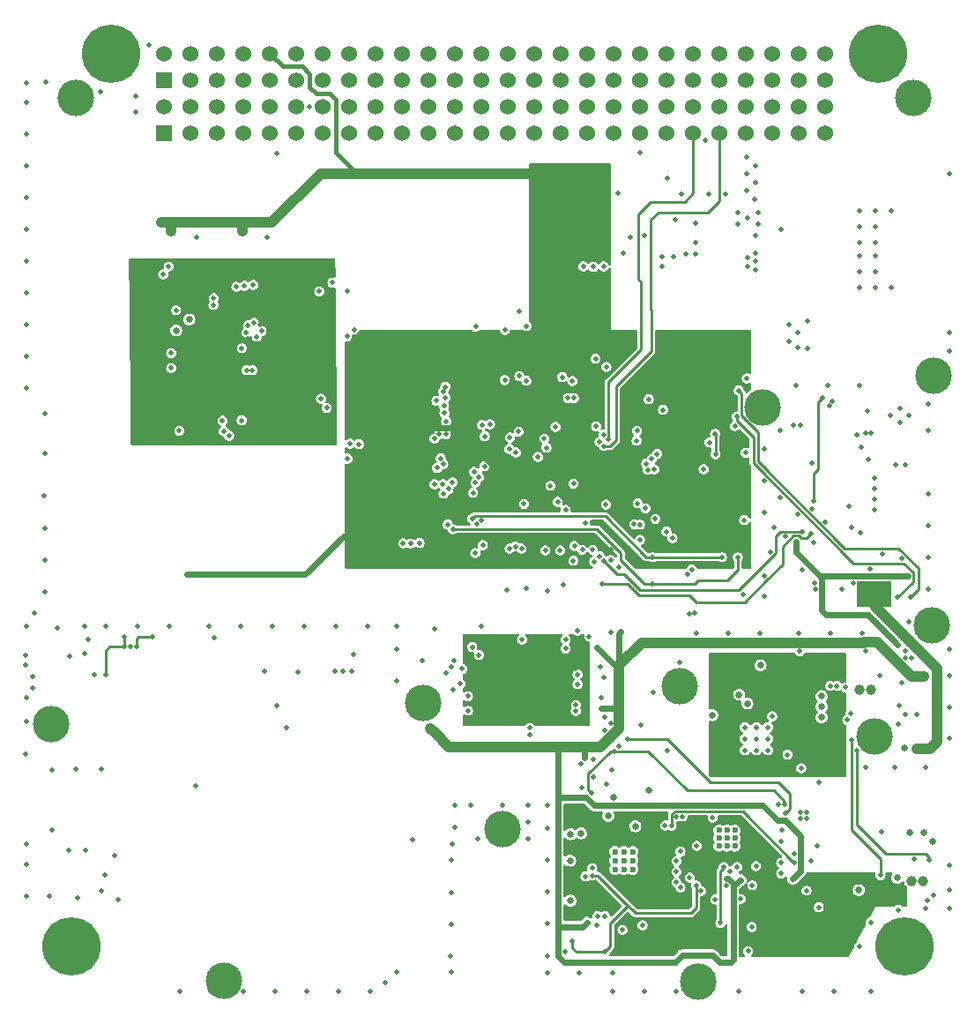
<source format=gbr>
%TF.GenerationSoftware,KiCad,Pcbnew,7.0.5*%
%TF.CreationDate,2024-04-22T16:49:58+03:00*%
%TF.ProjectId,satnogs-comms,7361746e-6f67-4732-9d63-6f6d6d732e6b,rev?*%
%TF.SameCoordinates,PX4eb9cf0PY82ce540*%
%TF.FileFunction,Copper,L4,Inr*%
%TF.FilePolarity,Positive*%
%FSLAX46Y46*%
G04 Gerber Fmt 4.6, Leading zero omitted, Abs format (unit mm)*
G04 Created by KiCad (PCBNEW 7.0.5) date 2024-04-22 16:49:58*
%MOMM*%
%LPD*%
G01*
G04 APERTURE LIST*
%TA.AperFunction,ComponentPad*%
%ADD10R,1.524000X1.524000*%
%TD*%
%TA.AperFunction,ComponentPad*%
%ADD11C,1.524000*%
%TD*%
%TA.AperFunction,ComponentPad*%
%ADD12C,5.600000*%
%TD*%
%TA.AperFunction,HeatsinkPad*%
%ADD13C,0.500000*%
%TD*%
%TA.AperFunction,ComponentPad*%
%ADD14C,0.500000*%
%TD*%
%TA.AperFunction,ComponentPad*%
%ADD15C,0.600000*%
%TD*%
%TA.AperFunction,ComponentPad*%
%ADD16C,3.500000*%
%TD*%
%TA.AperFunction,ComponentPad*%
%ADD17C,1.000000*%
%TD*%
%TA.AperFunction,ViaPad*%
%ADD18C,0.460000*%
%TD*%
%TA.AperFunction,ViaPad*%
%ADD19C,0.660000*%
%TD*%
%TA.AperFunction,Conductor*%
%ADD20C,0.250000*%
%TD*%
%TA.AperFunction,Conductor*%
%ADD21C,0.600000*%
%TD*%
%TA.AperFunction,Conductor*%
%ADD22C,1.000000*%
%TD*%
%TA.AperFunction,Conductor*%
%ADD23C,0.450000*%
%TD*%
G04 APERTURE END LIST*
D10*
%TO.N,/CAN_A-*%
%TO.C,J102*%
X13970000Y83185000D03*
D11*
%TO.N,unconnected-(J102-Pin_2-Pad2)*%
X13970000Y85725000D03*
%TO.N,/CAN_A+*%
X16510000Y83185000D03*
%TO.N,unconnected-(J102-Pin_4-Pad4)*%
X16510000Y85725000D03*
%TO.N,unconnected-(J102-Pin_5-Pad5)*%
X19050000Y83185000D03*
%TO.N,unconnected-(J102-Pin_6-Pad6)*%
X19050000Y85725000D03*
%TO.N,unconnected-(J102-Pin_7-Pad7)*%
X21590000Y83185000D03*
%TO.N,unconnected-(J102-Pin_8-Pad8)*%
X21590000Y85725000D03*
%TO.N,unconnected-(J102-Pin_9-Pad9)*%
X24130000Y83185000D03*
%TO.N,unconnected-(J102-Pin_10-Pad10)*%
X24130000Y85725000D03*
%TO.N,unconnected-(J102-Pin_11-Pad11)*%
X26670000Y83185000D03*
%TO.N,unconnected-(J102-Pin_12-Pad12)*%
X26670000Y85725000D03*
%TO.N,unconnected-(J102-Pin_13-Pad13)*%
X29210000Y83185000D03*
%TO.N,unconnected-(J102-Pin_14-Pad14)*%
X29210000Y85725000D03*
%TO.N,unconnected-(J102-Pin_15-Pad15)*%
X31750000Y83185000D03*
%TO.N,unconnected-(J102-Pin_16-Pad16)*%
X31750000Y85725000D03*
%TO.N,unconnected-(J102-Pin_17-Pad17)*%
X34290000Y83185000D03*
%TO.N,unconnected-(J102-Pin_18-Pad18)*%
X34290000Y85725000D03*
%TO.N,unconnected-(J102-Pin_19-Pad19)*%
X36830000Y83185000D03*
%TO.N,unconnected-(J102-Pin_20-Pad20)*%
X36830000Y85725000D03*
%TO.N,unconnected-(J102-Pin_21-Pad21)*%
X39370000Y83185000D03*
%TO.N,unconnected-(J102-Pin_22-Pad22)*%
X39370000Y85725000D03*
%TO.N,unconnected-(J102-Pin_23-Pad23)*%
X41910000Y83185000D03*
%TO.N,unconnected-(J102-Pin_24-Pad24)*%
X41910000Y85725000D03*
%TO.N,unconnected-(J102-Pin_25-Pad25)*%
X44450000Y83185000D03*
%TO.N,unconnected-(J102-Pin_26-Pad26)*%
X44450000Y85725000D03*
%TO.N,unconnected-(J102-Pin_27-Pad27)*%
X46990000Y83185000D03*
%TO.N,unconnected-(J102-Pin_28-Pad28)*%
X46990000Y85725000D03*
%TO.N,unconnected-(J102-Pin_29-Pad29)*%
X49530000Y83185000D03*
%TO.N,unconnected-(J102-Pin_30-Pad30)*%
X49530000Y85725000D03*
%TO.N,unconnected-(J102-Pin_31-Pad31)*%
X52070000Y83185000D03*
%TO.N,unconnected-(J102-Pin_32-Pad32)*%
X52070000Y85725000D03*
%TO.N,unconnected-(J102-Pin_33-Pad33)*%
X54610000Y83185000D03*
%TO.N,unconnected-(J102-Pin_34-Pad34)*%
X54610000Y85725000D03*
%TO.N,unconnected-(J102-Pin_35-Pad35)*%
X57150000Y83185000D03*
%TO.N,unconnected-(J102-Pin_36-Pad36)*%
X57150000Y85725000D03*
%TO.N,unconnected-(J102-Pin_37-Pad37)*%
X59690000Y83185000D03*
%TO.N,unconnected-(J102-Pin_38-Pad38)*%
X59690000Y85725000D03*
%TO.N,unconnected-(J102-Pin_39-Pad39)*%
X62230000Y83185000D03*
%TO.N,unconnected-(J102-Pin_40-Pad40)*%
X62230000Y85725000D03*
%TO.N,/BUS_SDA*%
X64770000Y83185000D03*
%TO.N,unconnected-(J102-Pin_42-Pad42)*%
X64770000Y85725000D03*
%TO.N,/BUS_SCL*%
X67310000Y83185000D03*
%TO.N,unconnected-(J102-Pin_44-Pad44)*%
X67310000Y85725000D03*
%TO.N,unconnected-(J102-Pin_45-Pad45)*%
X69850000Y83185000D03*
%TO.N,unconnected-(J102-Pin_46-Pad46)*%
X69850000Y85725000D03*
%TO.N,unconnected-(J102-Pin_47-Pad47)*%
X72390000Y83185000D03*
%TO.N,unconnected-(J102-Pin_48-Pad48)*%
X72390000Y85725000D03*
%TO.N,unconnected-(J102-Pin_49-Pad49)*%
X74930000Y83185000D03*
%TO.N,unconnected-(J102-Pin_50-Pad50)*%
X74930000Y85725000D03*
%TO.N,unconnected-(J102-Pin_51-Pad51)*%
X77470000Y83185000D03*
%TO.N,unconnected-(J102-Pin_52-Pad52)*%
X77470000Y85725000D03*
%TD*%
D10*
%TO.N,/CAN_B-*%
%TO.C,J103*%
X13970000Y88265000D03*
D11*
%TO.N,unconnected-(J103-Pin_2-Pad2)*%
X13970000Y90805000D03*
%TO.N,/CAN_B+*%
X16510000Y88265000D03*
%TO.N,unconnected-(J103-Pin_4-Pad4)*%
X16510000Y90805000D03*
%TO.N,unconnected-(J103-Pin_5-Pad5)*%
X19050000Y88265000D03*
%TO.N,unconnected-(J103-Pin_6-Pad6)*%
X19050000Y90805000D03*
%TO.N,JTMS-SWDIO*%
X21590000Y88265000D03*
%TO.N,JTCK-SWCLK*%
X21590000Y90805000D03*
%TO.N,MCU_NRSTD*%
X24130000Y88265000D03*
%TO.N,3V3_D*%
X24130000Y90805000D03*
%TO.N,unconnected-(J103-Pin_11-Pad11)*%
X26670000Y88265000D03*
%TO.N,unconnected-(J103-Pin_12-Pad12)*%
X26670000Y90805000D03*
%TO.N,unconnected-(J103-Pin_13-Pad13)*%
X29210000Y88265000D03*
%TO.N,unconnected-(J103-Pin_14-Pad14)*%
X29210000Y90805000D03*
%TO.N,unconnected-(J103-Pin_15-Pad15)*%
X31750000Y88265000D03*
%TO.N,unconnected-(J103-Pin_16-Pad16)*%
X31750000Y90805000D03*
%TO.N,unconnected-(J103-Pin_17-Pad17)*%
X34290000Y88265000D03*
%TO.N,unconnected-(J103-Pin_18-Pad18)*%
X34290000Y90805000D03*
%TO.N,unconnected-(J103-Pin_19-Pad19)*%
X36830000Y88265000D03*
%TO.N,unconnected-(J103-Pin_20-Pad20)*%
X36830000Y90805000D03*
%TO.N,UART_RX*%
X39370000Y88265000D03*
%TO.N,UART_TX*%
X39370000Y90805000D03*
%TO.N,unconnected-(J103-Pin_23-Pad23)*%
X41910000Y88265000D03*
%TO.N,unconnected-(J103-Pin_24-Pad24)*%
X41910000Y90805000D03*
%TO.N,unconnected-(J103-Pin_25-Pad25)*%
X44450000Y88265000D03*
%TO.N,unconnected-(J103-Pin_26-Pad26)*%
X44450000Y90805000D03*
%TO.N,unconnected-(J103-Pin_27-Pad27)*%
X46990000Y88265000D03*
%TO.N,unconnected-(J103-Pin_28-Pad28)*%
X46990000Y90805000D03*
%TO.N,GND*%
X49530000Y88265000D03*
X49530000Y90805000D03*
%TO.N,unconnected-(J103-Pin_31-Pad31)*%
X52070000Y88265000D03*
%TO.N,GND*%
X52070000Y90805000D03*
%TO.N,unconnected-(J103-Pin_33-Pad33)*%
X54610000Y88265000D03*
%TO.N,unconnected-(J103-Pin_34-Pad34)*%
X54610000Y90805000D03*
%TO.N,unconnected-(J103-Pin_35-Pad35)*%
X57150000Y88265000D03*
%TO.N,unconnected-(J103-Pin_36-Pad36)*%
X57150000Y90805000D03*
%TO.N,GNSS_PPS*%
X59690000Y88265000D03*
%TO.N,unconnected-(J103-Pin_38-Pad38)*%
X59690000Y90805000D03*
%TO.N,unconnected-(J103-Pin_39-Pad39)*%
X62230000Y88265000D03*
%TO.N,unconnected-(J103-Pin_40-Pad40)*%
X62230000Y90805000D03*
%TO.N,unconnected-(J103-Pin_41-Pad41)*%
X64770000Y88265000D03*
%TO.N,unconnected-(J103-Pin_42-Pad42)*%
X64770000Y90805000D03*
%TO.N,unconnected-(J103-Pin_43-Pad43)*%
X67310000Y88265000D03*
%TO.N,unconnected-(J103-Pin_44-Pad44)*%
X67310000Y90805000D03*
%TO.N,unconnected-(J103-Pin_45-Pad45)*%
X69850000Y88265000D03*
%TO.N,unconnected-(J103-Pin_46-Pad46)*%
X69850000Y90805000D03*
%TO.N,unconnected-(J103-Pin_47-Pad47)*%
X72390000Y88265000D03*
%TO.N,unconnected-(J103-Pin_48-Pad48)*%
X72390000Y90805000D03*
%TO.N,unconnected-(J103-Pin_49-Pad49)*%
X74930000Y88265000D03*
%TO.N,unconnected-(J103-Pin_50-Pad50)*%
X74930000Y90805000D03*
%TO.N,unconnected-(J103-Pin_51-Pad51)*%
X77470000Y88265000D03*
%TO.N,unconnected-(J103-Pin_52-Pad52)*%
X77470000Y90805000D03*
%TD*%
D12*
%TO.N,AC_GND_1*%
%TO.C,H112*%
X82550000Y90805000D03*
%TD*%
%TO.N,unconnected-(H113-Pad1)*%
%TO.C,H113*%
X85090000Y5080000D03*
%TD*%
%TO.N,AC_GND_2*%
%TO.C,H114*%
X5080000Y5080000D03*
%TD*%
%TO.N,unconnected-(H111-Pad1)*%
%TO.C,H111*%
X8890000Y90805000D03*
%TD*%
D13*
%TO.N,GND*%
%TO.C,U1018*%
X75687600Y17390700D03*
X75687600Y17940700D03*
X75137600Y17390700D03*
X75137600Y17940700D03*
%TD*%
D14*
%TO.N,GND*%
%TO.C,U1006*%
X69784700Y26127700D03*
X69784700Y25027700D03*
X69784700Y23927700D03*
X70884700Y26127700D03*
X70884700Y25027700D03*
X70884700Y23927700D03*
X71984700Y26127700D03*
X71984700Y25027700D03*
X71984700Y23927700D03*
%TD*%
D15*
%TO.N,GND*%
%TO.C,U1002*%
X57299800Y12488500D03*
X58149800Y12488500D03*
X58999800Y12488500D03*
X57299800Y13338500D03*
X58149800Y13338500D03*
X58999800Y13338500D03*
X57299800Y14188500D03*
X58149800Y14188500D03*
X58999800Y14188500D03*
%TD*%
%TO.N,GND*%
%TO.C,U1001*%
X67296600Y16244000D03*
X67296600Y15494000D03*
X67296600Y14744000D03*
X68046600Y16244000D03*
X68046600Y15494000D03*
X68046600Y14744000D03*
X68796600Y16244000D03*
X68796600Y15494000D03*
X68796600Y14744000D03*
%TD*%
D16*
%TO.N,GND*%
%TO.C,J104*%
X87884000Y59880000D03*
X87757000Y35877000D03*
X85953000Y86512000D03*
X82245000Y25222000D03*
X71437000Y56832000D03*
X65250000Y1730000D03*
X63500000Y30099000D03*
X46482000Y16383000D03*
X38862000Y28448000D03*
X19750000Y1750000D03*
X5486000Y86512000D03*
X3175000Y26416000D03*
%TD*%
D14*
%TO.N,GND*%
%TO.C,U508*%
X86300400Y27355800D03*
X85200400Y27355800D03*
%TD*%
D17*
%TO.N,GND*%
%TO.C,U1017*%
X85804200Y11377600D03*
X86871000Y11377600D03*
%TD*%
%TO.N,GND*%
%TO.C,U1016*%
X80797600Y29710100D03*
X81864400Y29710100D03*
%TD*%
D18*
%TO.N,3V3_D*%
X69200000Y47410000D03*
%TO.N,GNSS_PPS*%
X4900000Y32935000D03*
%TO.N,GND*%
X21450000Y62510000D03*
%TO.N,Net-(Q401-D)*%
X20925000Y63485000D03*
%TO.N,GND*%
X685800Y32131000D03*
X1346200Y29895800D03*
X56210200Y70358000D03*
X75184000Y22199600D03*
D19*
X85090000Y24139400D03*
D18*
X10795000Y33883600D03*
X76708000Y14706600D03*
X73253600Y15163800D03*
X73250000Y12085000D03*
D19*
X77130000Y28110000D03*
X71260000Y32061900D03*
X77140000Y29100000D03*
D18*
X73858700Y23499100D03*
D19*
X87833200Y15147220D03*
X86944200Y15985420D03*
D18*
X55194200Y23063200D03*
X55192080Y21384680D03*
X54051200Y22606000D03*
X54146200Y20334600D03*
X49130000Y26060000D03*
X55905400Y31902400D03*
X56007000Y28956000D03*
X43180000Y27711400D03*
X43167300Y29108400D03*
X48360900Y34542973D03*
X56259990Y30910000D03*
X52552600Y34544000D03*
X49130000Y25440000D03*
X53695600Y31208600D03*
X52552600Y33680400D03*
X59944000Y7112000D03*
D19*
X52969300Y13332600D03*
X53035200Y15862300D03*
X53009800Y9474200D03*
X54030880Y15951200D03*
D18*
X76873100Y20828000D03*
X77978000Y30099000D03*
X78613000Y30099000D03*
X79451200Y29946600D03*
X63576200Y10744200D03*
X69845500Y52478619D03*
X81661000Y51866800D03*
X84277200Y51308000D03*
X85166200Y51308000D03*
X82245200Y50038000D03*
X82245200Y48006000D03*
X82245200Y49022000D03*
X82230000Y47010000D03*
X76200000Y51498500D03*
X33800000Y750000D03*
X87122000Y22250400D03*
X27432000Y35814000D03*
X6324600Y33172400D03*
X36322000Y35814000D03*
X65805400Y50893200D03*
X71196200Y35128200D03*
X73253600Y13106400D03*
X76200000Y47117000D03*
X74498200Y13970000D03*
X18750000Y67310000D03*
X23350000Y64160000D03*
X78350000Y750000D03*
X27940000Y85725000D03*
D19*
X77127100Y27089100D03*
D18*
X15500000Y750000D03*
X5486400Y22072600D03*
X85168546Y32742946D03*
X69200000Y800000D03*
X30750000Y750000D03*
X69951600Y59613800D03*
X52298600Y39827200D03*
X63150000Y800000D03*
X71628000Y40640000D03*
X41900000Y16500000D03*
X63195200Y13271500D03*
X18500000Y750000D03*
X81850000Y7400000D03*
X31160000Y31525000D03*
D19*
X69215200Y29260800D03*
D18*
X41000000Y57785000D03*
X81525000Y56475000D03*
X42614014Y31719536D03*
X29600000Y56785000D03*
X736600Y35814000D03*
X60100000Y800000D03*
X57674581Y24342019D03*
X21600000Y750000D03*
X89433400Y33604200D03*
X65963800Y82448400D03*
X7975600Y10464800D03*
X87858600Y10016420D03*
X73152000Y54610000D03*
X56870600Y26492200D03*
X50800000Y16400000D03*
X50800000Y10300000D03*
X7950200Y22072600D03*
X80500000Y54225000D03*
X14651000Y62037800D03*
X48793400Y39433300D03*
X51079400Y49301400D03*
X48900000Y15400000D03*
X1524000Y37084000D03*
X2534603Y45237400D03*
X81381600Y22250400D03*
X27700000Y750000D03*
X56942303Y22034790D03*
X762000Y67818000D03*
X84500000Y8600000D03*
X56870600Y42189400D03*
X39950000Y35550000D03*
X80772000Y58928000D03*
X22475000Y60410000D03*
X47726600Y43484800D03*
X7874000Y87122000D03*
X756603Y80010000D03*
X60096400Y73329800D03*
X56498334Y20677623D03*
X750000Y14950000D03*
X21875000Y64010000D03*
X72948800Y18694400D03*
X68800000Y55045500D03*
X2514600Y56210200D03*
X30145000Y68808600D03*
X55219600Y70332600D03*
X76403200Y43840400D03*
X80772000Y71374000D03*
D19*
X69989900Y28409900D03*
D18*
X800000Y9900000D03*
X74396600Y55118000D03*
X56413400Y47498000D03*
X41550000Y2650000D03*
X31623000Y67956000D03*
X762000Y83032600D03*
X57050000Y800000D03*
X70840600Y12801600D03*
X71628000Y38684200D03*
X11252200Y85191600D03*
X68148200Y35128200D03*
X41550000Y7200000D03*
X53850000Y2550000D03*
X50800000Y4200000D03*
X11430000Y35814000D03*
X41550000Y10250000D03*
X77724000Y58928000D03*
X50800000Y7250000D03*
X24790400Y81229200D03*
X89408000Y62230000D03*
X80772000Y68326000D03*
X44526200Y55143400D03*
X762000Y86080600D03*
X53289200Y42113200D03*
X87376000Y45466000D03*
X63779400Y17576800D03*
X80772000Y69850000D03*
X57050000Y2550000D03*
X87376000Y54610000D03*
X63500000Y32385000D03*
X89400000Y8750000D03*
X2950000Y9950000D03*
X21700000Y68498000D03*
X74676000Y58928000D03*
X47200000Y53935000D03*
X2641600Y88036400D03*
X762000Y73914000D03*
X43450000Y18600000D03*
X44224100Y33070800D03*
X63195200Y12255500D03*
D19*
X80721200Y10490200D03*
D18*
X41900000Y18600000D03*
X63576200Y14198600D03*
X24384000Y35814000D03*
X35200000Y1650000D03*
X44100000Y15400000D03*
X2463800Y48387000D03*
X79603600Y26822400D03*
X11252200Y86741000D03*
X61061600Y50901600D03*
X18288000Y35814000D03*
X72212200Y42951400D03*
X73691288Y44418712D03*
X22550000Y68585000D03*
X28879800Y67970400D03*
X62280800Y23926800D03*
X41650000Y14950000D03*
X48550000Y47560000D03*
X64058800Y71577200D03*
X53695600Y35382200D03*
X65100200Y35128200D03*
X64465200Y11684000D03*
X87100000Y8700000D03*
X6477000Y14312250D03*
X70425000Y6950000D03*
X82905600Y16078200D03*
X5650000Y9750000D03*
X52552600Y46990000D03*
X29050000Y57660000D03*
X36322000Y30607000D03*
X40767000Y49453800D03*
X83007200Y42748200D03*
X48900000Y17000000D03*
X70810000Y73340000D03*
X36350000Y2650000D03*
X756603Y64795400D03*
X89400000Y12850000D03*
X50800000Y18600000D03*
X89408000Y64008000D03*
X54406800Y45745400D03*
X2534603Y42189400D03*
X22050000Y64710000D03*
X55473600Y55016400D03*
X66929000Y9601200D03*
X89408000Y79248000D03*
X18725000Y66660000D03*
X4851400Y14312250D03*
X74876353Y46536353D03*
X40800000Y58335000D03*
X69011800Y12700000D03*
X14651000Y60615400D03*
X44485624Y45951300D03*
X33528000Y35814000D03*
X14422400Y70343600D03*
X9601200Y9550400D03*
D19*
X66624200Y27305000D03*
D18*
X1346200Y31038800D03*
X89396835Y25044400D03*
X762000Y70866000D03*
X58013600Y6680200D03*
X13889000Y69607000D03*
X17094200Y73126600D03*
X40150000Y57460000D03*
X762000Y87960200D03*
X67868800Y77292200D03*
X65049400Y74523600D03*
X87376000Y48514000D03*
X76510300Y39370000D03*
X80750000Y5100000D03*
D19*
X85623400Y15985420D03*
D18*
X43865800Y42849800D03*
X70075000Y4625000D03*
X762000Y28956000D03*
X58064400Y71653400D03*
X3225800Y16281400D03*
X82296000Y69850000D03*
X23845800Y73126600D03*
X20925000Y68410000D03*
X59410600Y54584600D03*
X40200000Y51025900D03*
X21336000Y35814000D03*
X3708400Y35671760D03*
X40900000Y56310000D03*
X55626000Y8001000D03*
X56896000Y35272951D03*
X8382000Y35814000D03*
X62103000Y16687800D03*
X3251200Y22047200D03*
X36322000Y33655000D03*
X65561710Y10418047D03*
X51790600Y47752000D03*
X75742800Y62509400D03*
X41000000Y58810000D03*
X61899800Y56591200D03*
X63195200Y11239500D03*
X62306200Y78867000D03*
X71628000Y49784000D03*
X72390000Y27178000D03*
X32232600Y64312800D03*
X736600Y26720800D03*
X22875000Y63635000D03*
X53314600Y49507300D03*
X87376000Y42418000D03*
X50800000Y13350000D03*
X762000Y76962000D03*
X89408000Y28067000D03*
X71628000Y52832000D03*
X59757381Y26381781D03*
X6350000Y35814000D03*
X55803800Y53517800D03*
X41224200Y45593000D03*
X32000000Y31505000D03*
X87376000Y39370000D03*
X54254400Y70358000D03*
X48900000Y18600000D03*
X750000Y12950000D03*
X83820000Y68326000D03*
X18830000Y34730000D03*
X87376000Y57150000D03*
X65049400Y71577200D03*
X76123800Y13335000D03*
X81355497Y33443051D03*
X41550000Y13350000D03*
X82296000Y68326000D03*
X77952600Y35128200D03*
X762000Y58674000D03*
X60528200Y57607200D03*
X24650000Y750000D03*
X84124800Y22250400D03*
X2540000Y39116000D03*
X44775000Y54060000D03*
X87299800Y9508420D03*
X49875000Y52085000D03*
X2514600Y52451000D03*
X9194800Y13792200D03*
X74904600Y35128200D03*
X66364900Y53469400D03*
X52019200Y43103800D03*
X84810600Y30378400D03*
X44602400Y43611800D03*
X60988100Y29438600D03*
D19*
X15133600Y64222200D03*
D18*
X21892500Y60410000D03*
X55825130Y42549547D03*
X8305800Y11938000D03*
X40875000Y56960000D03*
X81000600Y35128200D03*
X81900000Y800000D03*
X15133600Y66152600D03*
X75692000Y10439400D03*
X41500000Y4150000D03*
D19*
X84404200Y11667420D03*
D18*
X30480000Y35814000D03*
X55559900Y7162800D03*
X756603Y61747400D03*
X46500000Y18600000D03*
X57658000Y41478200D03*
X89400000Y10550000D03*
X52527200Y4546600D03*
X59715400Y81330800D03*
X44750000Y51185000D03*
X59690000Y45578500D03*
X77875000Y56950000D03*
X14478000Y35814000D03*
X22625000Y64935000D03*
X85547200Y36271200D03*
D19*
X16400000Y65261800D03*
D18*
X75300000Y750000D03*
X82296000Y71374000D03*
X69354700Y9639300D03*
X71628000Y46736000D03*
X56212900Y54229000D03*
X30400000Y31535000D03*
X89408000Y31115000D03*
X65049400Y72618600D03*
X7315200Y31140400D03*
X54457600Y11811000D03*
X43891200Y49631600D03*
X685800Y32994600D03*
X50800000Y2550000D03*
X31542000Y63638000D03*
X711200Y23571200D03*
X37871400Y15367000D03*
%TO.N,VIN*%
X80772000Y74168000D03*
X76354502Y47860000D03*
X80772000Y72644000D03*
X83820000Y75692000D03*
X82296000Y74168000D03*
X70030000Y70360000D03*
X70764400Y78435200D03*
X70815200Y71628000D03*
X69951600Y77622400D03*
X80772000Y75692000D03*
X57581800Y77393800D03*
X82296000Y72644000D03*
X69951600Y79248000D03*
X77190600Y57734200D03*
X70739000Y76835000D03*
X70820000Y70850000D03*
X70764400Y80060800D03*
X82296000Y75692000D03*
X69951600Y80873600D03*
X70815200Y70002400D03*
X70010000Y71250000D03*
D19*
%TO.N,3V3_RF*%
X85801200Y30962600D03*
D18*
X39937500Y25622500D03*
X73650000Y17170000D03*
X41320000Y24240000D03*
X42650000Y24010000D03*
X69354700Y11468100D03*
X54360000Y23200000D03*
X39525000Y26035000D03*
X54580000Y7380000D03*
X55580000Y33770000D03*
X57863611Y35280000D03*
X74350000Y11570000D03*
X67957700Y11645900D03*
D19*
X86956900Y30962600D03*
D18*
X55930000Y27990000D03*
%TO.N,/CAN/CAN1_RX*%
X40550000Y51935400D03*
%TO.N,Net-(Q401-D)*%
X29884400Y59782200D03*
X24425000Y54510000D03*
X16975000Y55435000D03*
X17075000Y54185000D03*
X24400000Y65160000D03*
X22225000Y62485000D03*
X29884400Y60290200D03*
X17100000Y54810000D03*
D19*
X29125000Y65860000D03*
D18*
X29884400Y62322200D03*
X24125000Y55910000D03*
X27650000Y54260000D03*
X23200000Y64810000D03*
X22025000Y63460000D03*
D19*
X30145000Y65974800D03*
D18*
X29885339Y61814200D03*
X24500000Y55464500D03*
X24075000Y54160000D03*
X29205200Y63638000D03*
X21025000Y66010000D03*
X17025000Y56010000D03*
X25875000Y54385000D03*
%TO.N,/CAN/CAN2_RX*%
X41300400Y48996600D03*
%TO.N,/CAN/CAN2_TX*%
X40820500Y48539400D03*
%TO.N,Net-(U1-VDDA)*%
X55150000Y43160000D03*
%TO.N,/MCU/GNSS_RSTN*%
X38525000Y43810000D03*
X23650000Y31485000D03*
X26850000Y31460000D03*
X17010000Y20520000D03*
%TO.N,/MCU/GNSS_UART_TX*%
X25750000Y26060000D03*
X37650000Y43760000D03*
%TO.N,/MCU/GNSS_UART_RX*%
X24850000Y28235000D03*
X36950000Y43785000D03*
%TO.N,Net-(U509-IN+2)*%
X75247500Y41275000D03*
X78125217Y57450435D03*
X84836000Y42341800D03*
X81762600Y41294900D03*
X73152000Y48196500D03*
%TO.N,3V3_D*%
X55854600Y78409800D03*
X55500000Y64210000D03*
X74650600Y43992800D03*
X64770000Y50901600D03*
X42595800Y41935400D03*
X60900000Y44900000D03*
X53035200Y77419200D03*
X58928000Y55473600D03*
X20497800Y74574400D03*
X46800000Y42180000D03*
X6654800Y34594800D03*
X16154400Y40843200D03*
X84455000Y34036000D03*
X31891000Y59426600D03*
X53035200Y79298800D03*
X32729200Y60112400D03*
X67950000Y48910000D03*
X67800000Y55045500D03*
X66294000Y77292200D03*
X43725000Y55085000D03*
X53974999Y76479400D03*
X21509000Y73772600D03*
X77139800Y39370000D03*
X14651000Y73772600D03*
X53975000Y78359000D03*
X49120915Y42554415D03*
X43210770Y41946083D03*
X57525000Y63460000D03*
X56896000Y43154600D03*
X31699200Y58699400D03*
X50825400Y47752000D03*
X69625000Y38885000D03*
X49235473Y41976831D03*
X58089800Y56032400D03*
X67950000Y47410000D03*
X54525000Y63435000D03*
X31891000Y60798200D03*
X69200000Y48910000D03*
X56600000Y64235000D03*
X56362600Y43154600D03*
X85394800Y40665400D03*
X13741400Y74560000D03*
X53035199Y75539600D03*
X50139600Y46990000D03*
X53973967Y74599800D03*
X48746500Y42180000D03*
%TO.N,5V_RF_U*%
X80924400Y37947600D03*
X82321400Y37947600D03*
X83108800Y38938200D03*
X81915000Y38938200D03*
D19*
X87071200Y24079200D03*
X86309200Y24079200D03*
D18*
X83566000Y37947600D03*
X80213200Y39979600D03*
%TO.N,5V_RF_S*%
X76454004Y40005000D03*
%TO.N,Net-(U602-AVDD0)*%
X53543200Y28270200D03*
%TO.N,Net-(C419-Pad2)*%
X59359800Y53644800D03*
%TO.N,/Main PSU/GATE*%
X73202800Y73964800D03*
%TO.N,/MCU/AVDD*%
X54150000Y43160000D03*
%TO.N,/MCU/RCC_OSC32_IN*%
X47167800Y43281600D03*
%TO.N,/MCU/RCC_OSC32_OUT*%
X48310800Y43281600D03*
%TO.N,/BUS_SDA*%
X56667400Y53797200D03*
%TO.N,/BUS_SCL*%
X56235600Y53111400D03*
%TO.N,Net-(D501-K)*%
X63655300Y77344100D03*
%TO.N,/MCU/P5V_RF_EN*%
X60299600Y51437700D03*
%TO.N,/MCU/RF_RST*%
X54813200Y34823400D03*
X53517800Y27695897D03*
%TO.N,/MCU/EN_AGC_UHF*%
X60223400Y47142400D03*
X70485000Y10947400D03*
X67964890Y10937581D03*
%TO.N,/MCU/AGC_TEMP_UHF*%
X73304400Y16230600D03*
X61163200Y46126400D03*
%TO.N,/MCU/GAIN_SET_UHF*%
X59131200Y45618400D03*
X56311800Y8001000D03*
X63195200Y17564100D03*
%TO.N,/MCU/FLAGB_RX_UHF*%
X79984600Y24942800D03*
X82804000Y11917420D03*
X64398400Y36998400D03*
X85140800Y33426400D03*
%TO.N,/MCU/FLAGB_TX_UHF*%
X79908400Y27432000D03*
X62814200Y44272200D03*
%TO.N,/MCU/RF_SPI_SCL*%
X38750000Y32560000D03*
X41071800Y31369000D03*
%TO.N,Net-(U1-BOOT0)*%
X44018200Y45643800D03*
%TO.N,Net-(C420-Pad2)*%
X45288200Y55219600D03*
%TO.N,/RF/SW_EN_UHF*%
X73660000Y17856200D03*
X56311800Y27127200D03*
X58547000Y24993600D03*
%TO.N,/RF/SW_CTL_UHF*%
X57277000Y23825200D03*
X73609200Y18694400D03*
X55041800Y19786600D03*
%TO.N,/MCU/VSET_AGC_UHF*%
X59690000Y44119800D03*
%TO.N,/MCU/P5V_RF_PG*%
X84518500Y26455400D03*
X50500000Y53835000D03*
X80975200Y53009800D03*
X60833000Y51892200D03*
X64233900Y40829962D03*
%TO.N,/MCU/EN_RX_UHF*%
X80518000Y23850600D03*
X64941247Y37133900D03*
X85728043Y32740474D03*
X87426800Y13411200D03*
%TO.N,/MCU/MMC_RST*%
X46900000Y39260000D03*
X15450000Y54585000D03*
%TO.N,/MCU/MONITOR_PG*%
X69000000Y55954500D03*
X84455000Y38608000D03*
X53350000Y57725000D03*
%TO.N,/MCU/MONITOR_TC*%
X79095600Y39370000D03*
X69175000Y58460000D03*
X85675000Y38600000D03*
X52775000Y57725000D03*
%TO.N,/MCU/MONITOR_CRITICAL*%
X76125000Y44725000D03*
X80900000Y44800000D03*
X56023916Y39868176D03*
%TO.N,/MCU/ALERT_T_PA_U*%
X75031600Y33426400D03*
X62230000Y44907200D03*
%TO.N,/MCU/ALERT_T_PA_S*%
X11353926Y33909006D03*
X12903200Y34798000D03*
X51575094Y54964500D03*
%TO.N,/MCU/ALERT_T_PCB*%
X60452000Y50850800D03*
%TO.N,/MCU/MONITOR_WARNING*%
X75301288Y44873712D03*
X80000000Y45325000D03*
X56246306Y42108605D03*
%TO.N,/RF/uhf-frontend/5V_RX_U*%
X65443100Y11684000D03*
X71043800Y12065000D03*
D19*
X53009800Y11709400D03*
X53027580Y18465800D03*
X54002800Y13385780D03*
D18*
X64262000Y9144000D03*
X64719200Y15875000D03*
D19*
X83515200Y10439400D03*
X83515200Y11176000D03*
X80721200Y9525000D03*
X54018180Y18465800D03*
%TO.N,/RF/uhf-frontend/5V_TX_U*%
X70218600Y32049200D03*
D18*
X76377800Y30378400D03*
X77241400Y30403800D03*
X75523081Y30389981D03*
D19*
X78270100Y28333700D03*
X78257400Y27432000D03*
X78986903Y27432000D03*
D18*
X72560000Y31330000D03*
D19*
X69062800Y32334200D03*
X69532800Y31325300D03*
X78282800Y26543000D03*
D18*
X72560000Y32160000D03*
D19*
X67411800Y32334200D03*
D18*
%TO.N,/RF/uhf-frontend/GAIN_SET*%
X65100200Y10922000D03*
X53187600Y5562600D03*
X56324500Y4559300D03*
X55092600Y11887200D03*
%TO.N,/RF/3.3V_AT*%
X54356000Y32639000D03*
X44145200Y29108400D03*
X53543200Y28981400D03*
X44145200Y27711400D03*
X53873400Y33121600D03*
X44170600Y32258000D03*
X49860400Y34544069D03*
X53543200Y31775400D03*
X53873400Y34518600D03*
%TO.N,Net-(U602-DVDD)*%
X43586400Y33832800D03*
%TO.N,GNSS_PPS*%
X12500000Y91585000D03*
X32187500Y33097500D03*
X44450000Y35810000D03*
%TO.N,JTMS-SWDIO*%
X46725000Y64285000D03*
X46700000Y59460000D03*
%TO.N,JTCK-SWCLK*%
X43925000Y64585000D03*
X41075000Y55498469D03*
%TO.N,MCU_NRSTD*%
X50800000Y39235000D03*
%TO.N,UART_RX*%
X48775000Y64635000D03*
X48775000Y59385000D03*
%TO.N,UART_TX*%
X48100000Y66010000D03*
X48100000Y59830500D03*
%TO.N,Net-(U602-XTAL2)*%
X53695600Y30251400D03*
%TO.N,Net-(U1017-PGOOD)*%
X85987200Y13432720D03*
%TO.N,/MCU/I2C4_SCL*%
X56475000Y60710000D03*
X77465647Y45850647D03*
X53200000Y59360000D03*
%TO.N,Net-(U3-EN{slash}SYNC)*%
X75102500Y55160000D03*
%TO.N,/MCU/I2C4_SDA*%
X79724977Y47307151D03*
X55425000Y61510000D03*
X52225000Y59735000D03*
%TO.N,Net-(U1001-ENBL)*%
X66675000Y17449800D03*
%TO.N,Net-(U1001-VOUT)*%
X67411604Y7340600D03*
X67729100Y12712700D03*
%TO.N,Net-(U1013-Shut_Down)*%
X76860400Y8839200D03*
%TO.N,/MCU/RF_SPI_MOSI*%
X41808400Y32486600D03*
X42450000Y30300900D03*
D19*
%TO.N,/RF/uhf-frontend/RX09P*%
X57175400Y19431000D03*
X60502800Y20039600D03*
%TO.N,/RF/uhf-frontend/RX09_VGA_OPN*%
X59232800Y16637000D03*
X56642000Y17627600D03*
D18*
%TO.N,Net-(RN603-R1.1)*%
X56311800Y25831800D03*
%TO.N,/MCU/RF_SPI_MISO*%
X41783000Y29768800D03*
X41554400Y31902400D03*
%TO.N,/MCU/EN_AMP_RX_UHF*%
X55104200Y12588500D03*
X74494900Y13169900D03*
X62738000Y16687800D03*
X55295800Y42037000D03*
%TO.N,/MCU/MCU_MMC_CK*%
X39950000Y53835000D03*
X31850000Y53360000D03*
%TO.N,/MCU/MCU_MMC_CMD*%
X39950000Y49451100D03*
X31600000Y51910000D03*
%TO.N,/MCU/MCU_MMC_D3*%
X19600000Y55560000D03*
X40391515Y54239469D03*
%TO.N,/MCU/MCU_MMC_D2*%
X21438000Y55585000D03*
X41039734Y54239469D03*
%TO.N,/MCU/MCU_MMC_D1*%
X20225000Y54110000D03*
X47149235Y52844900D03*
%TO.N,/MCU/MCU_MMC_D0*%
X47775000Y52510000D03*
X19725000Y54535000D03*
%TO.N,Net-(Q2-S1)*%
X61850000Y70332600D03*
X61823600Y71272400D03*
X69088000Y75565000D03*
X70002400Y75031600D03*
X71018400Y75565000D03*
X69088000Y74472800D03*
X58775600Y73177400D03*
X63115500Y74828300D03*
X71018400Y74472800D03*
X62941200Y71272400D03*
%TO.N,/MCU/EN_PA_UHF*%
X59461400Y47625000D03*
X82701268Y31089600D03*
%TO.N,/MCU/P3V3_RF_PG*%
X84556600Y28232100D03*
X48050000Y54510000D03*
X61341000Y52374800D03*
X64653538Y41273000D03*
%TO.N,/MCU/TCXO_EN*%
X53390800Y43535600D03*
%TO.N,/MCU/TCXO_OUT*%
X50596800Y43103800D03*
%TO.N,/MCU/MMC_EN*%
X32700000Y53289500D03*
X50700000Y52960000D03*
%TO.N,/MCU/I2C1_SDA*%
X66950000Y52346700D03*
X66900000Y54300000D03*
X67564000Y42443400D03*
X43586400Y46151800D03*
X60906600Y42443400D03*
%TO.N,/MCU/I2C1_SCL*%
X8343900Y31127700D03*
X69088000Y42443400D03*
X41706800Y45135800D03*
X69697600Y46024800D03*
X10134600Y34818017D03*
X10134600Y33883600D03*
X60900000Y39900000D03*
X72525000Y45285000D03*
%TO.N,/Main PSU/S2mos*%
X81381600Y54356000D03*
X85547200Y56070500D03*
X74847387Y63982600D03*
X81889600Y54356000D03*
X74853800Y62585600D03*
X83705700Y56070500D03*
X84658200Y55372000D03*
X73983787Y63195200D03*
X84658200Y56718200D03*
X73990200Y64770000D03*
%TO.N,/Main PSU/G2mos*%
X75742800Y65151000D03*
%TO.N,Net-(U1001-VSET)*%
X68351400Y12319000D03*
%TO.N,/CAN/CAN1_FAULT*%
X43738800Y50647600D03*
%TO.N,/CAN/CAN2_FAULT*%
X41681400Y49644308D03*
%TO.N,/CAN/CAN1_S*%
X44224100Y50139600D03*
%TO.N,/CAN/CAN2_S*%
X43662600Y48641000D03*
%TO.N,Net-(C1011-Pad2)*%
X65143500Y14732000D03*
%TO.N,/CAN/CAN1_TX*%
X40800000Y51385000D03*
%TD*%
D20*
%TO.N,VIN*%
X76800000Y50892000D02*
X76800000Y57343600D01*
X76354502Y47860000D02*
X76354502Y50446502D01*
X76800000Y57343600D02*
X77190600Y57734200D01*
X76354502Y50446502D02*
X76800000Y50892000D01*
D21*
%TO.N,3V3_RF*%
X69278500Y11468100D02*
X69354700Y11468100D01*
D22*
X57700600Y27990000D02*
X57700600Y26040600D01*
D21*
X75128200Y15691800D02*
X75128200Y12328200D01*
D22*
X57700600Y32090600D02*
X57710000Y32100000D01*
D21*
X57650000Y32160000D02*
X57710000Y32100000D01*
D22*
X82437694Y34300000D02*
X81236202Y34300000D01*
D21*
X51810000Y20715756D02*
X51810000Y19440000D01*
X54370000Y23210000D02*
X54370000Y24240000D01*
X51800000Y20725756D02*
X51810000Y20715756D01*
D22*
X85801200Y30962600D02*
X85797400Y30962600D01*
D21*
X54497445Y19440000D02*
X55327445Y18610000D01*
D22*
X85797400Y30962600D02*
X85260000Y31500000D01*
D21*
X57250000Y32100000D02*
X55580000Y33770000D01*
X54170000Y6970000D02*
X54580000Y7380000D01*
X51810000Y19440000D02*
X51810000Y6970000D01*
X68656200Y11136535D02*
X68146835Y11645900D01*
X51810000Y4190000D02*
X52420000Y3580000D01*
X57650000Y35066389D02*
X57650000Y32160000D01*
X66680000Y4250000D02*
X67323200Y3606800D01*
D22*
X81192602Y34256400D02*
X59866400Y34256400D01*
D21*
X68146835Y11645900D02*
X67957700Y11645900D01*
X73650000Y17170000D02*
X75128200Y15691800D01*
D22*
X41320000Y24240000D02*
X51800000Y24240000D01*
X39937500Y25622500D02*
X41320000Y24240000D01*
D21*
X57863611Y35280000D02*
X57650000Y35066389D01*
X74370000Y11570000D02*
X74350000Y11570000D01*
X67323200Y3606800D02*
X68453000Y3606800D01*
D22*
X85260000Y31500000D02*
X85237694Y31500000D01*
D21*
X72930000Y17170000D02*
X73650000Y17170000D01*
X51810000Y6970000D02*
X54170000Y6970000D01*
X71490000Y18610000D02*
X72930000Y17170000D01*
X68656200Y3810000D02*
X68656200Y10845800D01*
D22*
X81236202Y34300000D02*
X81192602Y34256400D01*
X57700600Y32090600D02*
X57700600Y27990000D01*
D21*
X68453000Y3606800D02*
X68656200Y3810000D01*
X55327445Y18610000D02*
X71490000Y18610000D01*
X63750000Y4250000D02*
X66680000Y4250000D01*
X68656200Y10845800D02*
X68656200Y11136535D01*
X56810000Y27990000D02*
X55930000Y27990000D01*
X51810000Y19440000D02*
X54497445Y19440000D01*
D22*
X54370000Y24240000D02*
X51800000Y24240000D01*
D21*
X51810000Y6970000D02*
X51810000Y4190000D01*
D22*
X57700600Y26040600D02*
X55900000Y24240000D01*
D21*
X75128200Y12328200D02*
X74370000Y11570000D01*
X68656200Y10845800D02*
X69278500Y11468100D01*
D22*
X55900000Y24240000D02*
X54370000Y24240000D01*
X86956900Y30962600D02*
X85801200Y30962600D01*
D20*
X54360000Y23200000D02*
X54370000Y23210000D01*
D21*
X51800000Y24240000D02*
X51800000Y20725756D01*
D22*
X85237694Y31500000D02*
X82437694Y34300000D01*
D21*
X57700600Y27990000D02*
X56810000Y27990000D01*
D22*
X39525000Y26035000D02*
X39937500Y25622500D01*
D21*
X52420000Y3580000D02*
X63080000Y3580000D01*
D22*
X59866400Y34256400D02*
X57700600Y32090600D01*
D21*
X57710000Y32100000D02*
X57250000Y32100000D01*
X63080000Y3580000D02*
X63750000Y4250000D01*
%TO.N,3V3_D*%
X39525000Y54885000D02*
X39541031Y54868969D01*
X38920000Y47500000D02*
X35917100Y44497100D01*
D22*
X21509000Y74518800D02*
X21564600Y74574400D01*
X29006800Y79298800D02*
X32475000Y79298800D01*
D21*
X35917100Y44497100D02*
X31212900Y44497100D01*
X76936600Y40665400D02*
X74650600Y42951400D01*
X74650600Y42951400D02*
X74650600Y43992800D01*
X27559000Y40843200D02*
X16154400Y40843200D01*
D23*
X27950000Y87585000D02*
X28600000Y86935000D01*
X27250000Y89560000D02*
X27950000Y88860000D01*
D21*
X81584800Y36906200D02*
X77546200Y36906200D01*
X31699200Y58699400D02*
X31975908Y58699400D01*
X77139800Y39370000D02*
X77139800Y40462200D01*
X45010955Y51815000D02*
X45475000Y51350955D01*
X85394800Y40665400D02*
X76936600Y40665400D01*
X45475000Y49155000D02*
X43820000Y47500000D01*
X31975908Y58699400D02*
X35790308Y54885000D01*
X77139800Y37312600D02*
X77139800Y39370000D01*
D22*
X14651000Y73772600D02*
X14651000Y74515400D01*
D21*
X39541031Y54868969D02*
X41891031Y54868969D01*
D22*
X21509000Y73772600D02*
X21509000Y74518800D01*
D23*
X30500000Y81273800D02*
X32475000Y79298800D01*
D21*
X77546200Y36906200D02*
X77139800Y37312600D01*
D22*
X14695600Y74560000D02*
X20483400Y74560000D01*
D21*
X35790308Y54885000D02*
X39525000Y54885000D01*
D22*
X21564600Y74574400D02*
X24282400Y74574400D01*
D21*
X44945000Y51815000D02*
X45010955Y51815000D01*
D23*
X28600000Y86935000D02*
X29900000Y86935000D01*
X25375000Y89560000D02*
X27250000Y89560000D01*
D22*
X14651000Y74515400D02*
X14695600Y74560000D01*
D21*
X43820000Y47500000D02*
X38920000Y47500000D01*
X45475000Y51350955D02*
X45475000Y49155000D01*
D22*
X53035200Y79298800D02*
X53975000Y78359000D01*
X20483400Y74560000D02*
X20497800Y74574400D01*
D21*
X77139800Y40462200D02*
X76936600Y40665400D01*
D22*
X24282400Y74574400D02*
X29006800Y79298800D01*
X20497800Y74574400D02*
X21564600Y74574400D01*
X32475000Y79298800D02*
X53035200Y79298800D01*
D23*
X27950000Y88860000D02*
X27950000Y87585000D01*
X29900000Y86935000D02*
X30500000Y86335000D01*
D22*
X53975000Y78359000D02*
X53035200Y77419200D01*
D21*
X84455000Y34036000D02*
X81584800Y36906200D01*
X31212900Y44497100D02*
X27559000Y40843200D01*
X41891031Y54868969D02*
X44945000Y51815000D01*
D23*
X30500000Y86335000D02*
X30500000Y81273800D01*
D22*
X13741400Y74560000D02*
X14695600Y74560000D01*
D23*
X24130000Y90805000D02*
X25375000Y89560000D01*
D22*
X53035200Y79298800D02*
X53035200Y77419200D01*
%TO.N,5V_RF_U*%
X82321400Y37661850D02*
X82321400Y37947600D01*
X88201500Y24701500D02*
X88201500Y29019500D01*
X88201500Y29019500D02*
X88201500Y31781750D01*
X88201500Y31781750D02*
X82321400Y37661850D01*
X87071200Y24079200D02*
X86309200Y24079200D01*
X87579200Y24079200D02*
X88201500Y24701500D01*
X87071200Y24079200D02*
X87579200Y24079200D01*
D20*
%TO.N,/BUS_SDA*%
X63982600Y76581000D02*
X60731400Y76581000D01*
X59512200Y75361800D02*
X59512200Y69164200D01*
X64770000Y77368400D02*
X63982600Y76581000D01*
X59817000Y68859400D02*
X59817000Y62407800D01*
X64770000Y83185000D02*
X64770000Y77368400D01*
X56667400Y59258200D02*
X56667400Y53797200D01*
X60731400Y76581000D02*
X59512200Y75361800D01*
X59512200Y69164200D02*
X59817000Y68859400D01*
X59817000Y62407800D02*
X56667400Y59258200D01*
%TO.N,/BUS_SCL*%
X56819800Y53111400D02*
X57404000Y53695600D01*
X60750000Y74821600D02*
X61442600Y75514200D01*
X60750000Y66233068D02*
X60750000Y74821600D01*
X66192400Y75514200D02*
X67310000Y76631800D01*
X61442600Y75514200D02*
X66192400Y75514200D01*
X67310000Y76631800D02*
X67310000Y83185000D01*
X57404000Y53695600D02*
X57404000Y58851800D01*
X56235600Y53111400D02*
X56819800Y53111400D01*
X60754600Y66228468D02*
X60750000Y66233068D01*
X60754600Y62202400D02*
X60754600Y66228468D01*
X57404000Y58851800D02*
X60754600Y62202400D01*
%TO.N,/MCU/FLAGB_RX_UHF*%
X79984600Y16306800D02*
X79984600Y24942800D01*
X82804000Y11917420D02*
X82804000Y13487400D01*
X82804000Y13487400D02*
X79984600Y16306800D01*
%TO.N,/RF/SW_EN_UHF*%
X66446400Y20853400D02*
X72999600Y20853400D01*
X58547000Y24993600D02*
X62306200Y24993600D01*
X72999600Y20853400D02*
X74114511Y19738489D01*
X74114511Y19738489D02*
X74114511Y18310711D01*
X74114511Y18310711D02*
X73660000Y17856200D01*
X62306200Y24993600D02*
X66446400Y20853400D01*
%TO.N,/RF/SW_CTL_UHF*%
X64236600Y20040600D02*
X72542400Y20040600D01*
X57277000Y23825200D02*
X60452000Y23825200D01*
X72542400Y20040600D02*
X73609200Y18973800D01*
X73609200Y18973800D02*
X73609200Y18694400D01*
X56896000Y23825200D02*
X54737569Y21666769D01*
X57277000Y23825200D02*
X56896000Y23825200D01*
X54737569Y20090831D02*
X55041800Y19786600D01*
X54737569Y21666769D02*
X54737569Y20090831D01*
X60452000Y23825200D02*
X64236600Y20040600D01*
%TO.N,/MCU/EN_RX_UHF*%
X83337400Y13970000D02*
X80518000Y16789400D01*
X80518000Y16789400D02*
X80518000Y23850600D01*
X87426800Y13411200D02*
X87426800Y13665200D01*
X87122000Y13970000D02*
X83337400Y13970000D01*
X87426800Y13665200D02*
X87122000Y13970000D01*
%TO.N,/MCU/MONITOR_PG*%
X70575000Y53975000D02*
X70575000Y51480468D01*
X69000000Y55954500D02*
X69000000Y55550000D01*
X85919800Y40991468D02*
X85919800Y40072800D01*
X80180468Y41875000D02*
X85036268Y41875000D01*
X69000000Y55550000D02*
X70575000Y53975000D01*
X70575000Y51480468D02*
X80180468Y41875000D01*
X85036268Y41875000D02*
X85919800Y40991468D01*
X85919800Y40072800D02*
X84455000Y38608000D01*
%TO.N,/MCU/MONITOR_TC*%
X86450000Y41371268D02*
X86450000Y39375000D01*
X69455000Y58180000D02*
X69455000Y56020928D01*
X69455000Y56020928D02*
X71050000Y54425928D01*
X71050000Y51623532D02*
X79373532Y43300000D01*
X69175000Y58460000D02*
X69455000Y58180000D01*
X86450000Y39375000D02*
X85675000Y38600000D01*
X84521268Y43300000D02*
X86450000Y41371268D01*
X79373532Y43300000D02*
X84521268Y43300000D01*
X71050000Y54425928D02*
X71050000Y51623532D01*
%TO.N,/MCU/MONITOR_CRITICAL*%
X58500000Y39900000D02*
X59600000Y38800000D01*
X74957200Y44517800D02*
X75155000Y44320000D01*
X75155000Y44320000D02*
X75720000Y44320000D01*
X71810000Y40185000D02*
X71816468Y40185000D01*
X64400000Y38800000D02*
X65075000Y38125000D01*
X65075000Y38125000D02*
X69750000Y38125000D01*
X73375000Y41743532D02*
X73375000Y43459662D01*
X59600000Y38800000D02*
X64400000Y38800000D01*
X56055740Y39900000D02*
X58500000Y39900000D01*
X73375000Y43459662D02*
X74433138Y44517800D01*
X69750000Y38125000D02*
X71810000Y40185000D01*
X74433138Y44517800D02*
X74957200Y44517800D01*
X71816468Y40185000D02*
X73375000Y41743532D01*
X56023916Y39868176D02*
X56055740Y39900000D01*
X75720000Y44320000D02*
X76125000Y44725000D01*
%TO.N,/MCU/ALERT_T_PA_S*%
X11506200Y34798000D02*
X11353926Y34645726D01*
X11353926Y34645726D02*
X11353926Y33909006D01*
X12903200Y34798000D02*
X11506200Y34798000D01*
%TO.N,/MCU/MONITOR_WARNING*%
X57504911Y40850000D02*
X56246306Y42108605D01*
X73138712Y44873712D02*
X72750000Y44485000D01*
X59725000Y39275000D02*
X58150000Y40850000D01*
X69200000Y39275000D02*
X59725000Y39275000D01*
X58150000Y40850000D02*
X57504911Y40850000D01*
X72750000Y44485000D02*
X72750000Y42825000D01*
X72750000Y42825000D02*
X69200000Y39275000D01*
X75301288Y44873712D02*
X73138712Y44873712D01*
%TO.N,/RF/uhf-frontend/GAIN_SET*%
X58521600Y8991600D02*
X55626000Y11887200D01*
X64566800Y8280400D02*
X59232800Y8280400D01*
X56324500Y4559300D02*
X56845200Y5080000D01*
X56845200Y5080000D02*
X56845200Y7315200D01*
X65100200Y10922000D02*
X65100200Y8813800D01*
X53187600Y4953000D02*
X53187600Y5562600D01*
X55626000Y11887200D02*
X55092600Y11887200D01*
X53581300Y4559300D02*
X53187600Y4953000D01*
X56845200Y7315200D02*
X58521600Y8991600D01*
X59232800Y8280400D02*
X55626000Y11887200D01*
X65100200Y8813800D02*
X64566800Y8280400D01*
X56324500Y4559300D02*
X53581300Y4559300D01*
%TO.N,Net-(U1001-VOUT)*%
X67729100Y12611100D02*
X67411604Y12293604D01*
X67411604Y12293604D02*
X67411604Y7340600D01*
X67729100Y12712700D02*
X67729100Y12611100D01*
%TO.N,/MCU/EN_AMP_RX_UHF*%
X63047723Y18059400D02*
X69573802Y18059400D01*
X62738000Y17749677D02*
X63047723Y18059400D01*
X74463302Y13169900D02*
X74494900Y13169900D01*
X69573802Y18059400D02*
X74463302Y13169900D01*
X62738000Y16687800D02*
X62738000Y17749677D01*
%TO.N,/MCU/I2C1_SDA*%
X43586400Y46151800D02*
X43840400Y46405800D01*
X60906600Y42443400D02*
X67564000Y42443400D01*
X66950000Y54250000D02*
X66900000Y54300000D01*
X60325000Y42443400D02*
X60906600Y42443400D01*
X56362600Y46405800D02*
X60325000Y42443400D01*
X66950000Y52346700D02*
X66950000Y54250000D01*
X43840400Y46405800D02*
X56362600Y46405800D01*
%TO.N,/MCU/I2C1_SCL*%
X69088000Y41258000D02*
X69088000Y42443400D01*
X10134600Y34818017D02*
X10134600Y33883600D01*
X64923274Y39900000D02*
X65276674Y40253400D01*
X8343900Y33489900D02*
X8737600Y33883600D01*
X60100000Y39900000D02*
X57850000Y42150000D01*
X57850000Y42844068D02*
X55558268Y45135800D01*
X68083400Y40253400D02*
X69088000Y41258000D01*
X65276674Y40253400D02*
X68083400Y40253400D01*
X8737600Y33883600D02*
X10134600Y33883600D01*
X60900000Y39900000D02*
X64923274Y39900000D01*
X55558268Y45135800D02*
X41706800Y45135800D01*
X8343900Y31127700D02*
X8343900Y33489900D01*
X57850000Y42150000D02*
X57850000Y42844068D01*
X60900000Y39900000D02*
X60100000Y39900000D01*
%TD*%
%TA.AperFunction,Conductor*%
%TO.N,5V_RF_U*%
G36*
X83814091Y40145993D02*
G01*
X83850055Y40096493D01*
X83854900Y40065900D01*
X83854900Y37803500D01*
X83835993Y37745309D01*
X83786493Y37709345D01*
X83755900Y37704500D01*
X80628500Y37704500D01*
X80570309Y37723407D01*
X80534345Y37772907D01*
X80529500Y37803500D01*
X80529500Y40065900D01*
X80548407Y40124091D01*
X80597907Y40160055D01*
X80628500Y40164900D01*
X83755900Y40164900D01*
X83814091Y40145993D01*
G37*
%TD.AperFunction*%
%TD*%
%TA.AperFunction,Conductor*%
%TO.N,/RF/uhf-frontend/5V_TX_U*%
G36*
X74560312Y33254315D02*
G01*
X74606067Y33201512D01*
X74623220Y33163953D01*
X74623221Y33163951D01*
X74713704Y33059528D01*
X74713706Y33059527D01*
X74713708Y33059525D01*
X74829938Y32984828D01*
X74829943Y32984826D01*
X74962512Y32945901D01*
X74962514Y32945900D01*
X74962515Y32945900D01*
X75100686Y32945900D01*
X75100686Y32945901D01*
X75233259Y32984827D01*
X75349496Y33059528D01*
X75439979Y33163951D01*
X75451437Y33189042D01*
X75457133Y33201512D01*
X75502888Y33254316D01*
X75569927Y33274000D01*
X79378000Y33274000D01*
X79445039Y33254315D01*
X79490794Y33201511D01*
X79502000Y33150000D01*
X79502000Y30551100D01*
X79482315Y30484061D01*
X79429511Y30438306D01*
X79390676Y30429858D01*
X79390892Y30428362D01*
X79382112Y30427100D01*
X79249543Y30388175D01*
X79178504Y30342521D01*
X79111464Y30322837D01*
X79044425Y30342522D01*
X79017754Y30365632D01*
X78930896Y30465872D01*
X78930893Y30465874D01*
X78930891Y30465876D01*
X78814661Y30540573D01*
X78814656Y30540575D01*
X78682087Y30579500D01*
X78682085Y30579500D01*
X78543915Y30579500D01*
X78543912Y30579500D01*
X78411344Y30540575D01*
X78411342Y30540575D01*
X78362538Y30509210D01*
X78295498Y30489526D01*
X78228462Y30509210D01*
X78179656Y30540575D01*
X78047087Y30579500D01*
X78047085Y30579500D01*
X77908915Y30579500D01*
X77908912Y30579500D01*
X77776343Y30540575D01*
X77776338Y30540573D01*
X77660108Y30465876D01*
X77660106Y30465874D01*
X77660104Y30465873D01*
X77660104Y30465872D01*
X77573247Y30365634D01*
X77569621Y30361449D01*
X77569620Y30361448D01*
X77512222Y30235766D01*
X77492559Y30099000D01*
X77512222Y29962235D01*
X77565165Y29846309D01*
X77569621Y29836551D01*
X77634515Y29761659D01*
X77656733Y29713009D01*
X77659490Y29713643D01*
X77719157Y29694177D01*
X77776342Y29657426D01*
X77908912Y29618501D01*
X77908914Y29618500D01*
X77908915Y29618500D01*
X78047086Y29618500D01*
X78047086Y29618501D01*
X78179656Y29657426D01*
X78179657Y29657426D01*
X78206718Y29674817D01*
X78228460Y29688791D01*
X78295499Y29708475D01*
X78362537Y29688792D01*
X78384282Y29674817D01*
X78411343Y29657426D01*
X78543912Y29618501D01*
X78543914Y29618500D01*
X78543915Y29618500D01*
X78682086Y29618500D01*
X78682086Y29618501D01*
X78814656Y29657426D01*
X78814657Y29657426D01*
X78814659Y29657427D01*
X78885695Y29703080D01*
X78952733Y29722764D01*
X79019773Y29703080D01*
X79046444Y29679969D01*
X79133304Y29579728D01*
X79133306Y29579727D01*
X79133308Y29579725D01*
X79249538Y29505028D01*
X79249543Y29505026D01*
X79352420Y29474820D01*
X79382115Y29466100D01*
X79382119Y29466100D01*
X79390892Y29464838D01*
X79390543Y29462417D01*
X79445039Y29446415D01*
X79490794Y29393611D01*
X79502000Y29342100D01*
X79502000Y27725757D01*
X79490794Y27674245D01*
X79442622Y27568766D01*
X79422959Y27432000D01*
X79431955Y27369430D01*
X79422011Y27300271D01*
X79376257Y27247468D01*
X79285706Y27189274D01*
X79195221Y27084849D01*
X79195220Y27084848D01*
X79137822Y26959166D01*
X79118159Y26822400D01*
X79137822Y26685635D01*
X79185136Y26582034D01*
X79195221Y26559951D01*
X79285704Y26455528D01*
X79401941Y26380827D01*
X79412934Y26377600D01*
X79471712Y26339826D01*
X79500738Y26276271D01*
X79502000Y26258622D01*
X79502000Y24971429D01*
X79500738Y24953783D01*
X79499159Y24942801D01*
X79500738Y24931818D01*
X79502000Y24914171D01*
X79502000Y21460000D01*
X79482315Y21392961D01*
X79429511Y21347206D01*
X79378000Y21336000D01*
X66546199Y21336000D01*
X66479160Y21355685D01*
X66458522Y21372315D01*
X66330317Y21500520D01*
X66296834Y21561842D01*
X66294000Y21588200D01*
X66294000Y22199600D01*
X74698559Y22199600D01*
X74718222Y22062835D01*
X74775620Y21937153D01*
X74775621Y21937151D01*
X74866104Y21832728D01*
X74866106Y21832727D01*
X74866108Y21832725D01*
X74982338Y21758028D01*
X74982343Y21758026D01*
X75114912Y21719101D01*
X75114914Y21719100D01*
X75114915Y21719100D01*
X75253086Y21719100D01*
X75253086Y21719101D01*
X75385659Y21758027D01*
X75501896Y21832728D01*
X75592379Y21937151D01*
X75649777Y22062835D01*
X75669441Y22199600D01*
X75649777Y22336365D01*
X75592379Y22462049D01*
X75501896Y22566472D01*
X75501893Y22566474D01*
X75501891Y22566476D01*
X75385661Y22641173D01*
X75385656Y22641175D01*
X75253087Y22680100D01*
X75253085Y22680100D01*
X75114915Y22680100D01*
X75114912Y22680100D01*
X74982343Y22641175D01*
X74982338Y22641173D01*
X74866108Y22566476D01*
X74866106Y22566474D01*
X74775621Y22462049D01*
X74775620Y22462048D01*
X74718222Y22336366D01*
X74698559Y22199600D01*
X66294000Y22199600D01*
X66294000Y23927700D01*
X69279053Y23927700D01*
X69299534Y23785244D01*
X69323379Y23733032D01*
X69359323Y23654327D01*
X69453572Y23545557D01*
X69574647Y23467747D01*
X69574650Y23467746D01*
X69574649Y23467746D01*
X69712736Y23427201D01*
X69712738Y23427200D01*
X69712739Y23427200D01*
X69856662Y23427200D01*
X69856662Y23427201D01*
X69994753Y23467747D01*
X70115828Y23545557D01*
X70210077Y23654327D01*
X70221906Y23680230D01*
X70267660Y23733032D01*
X70334700Y23752717D01*
X70401739Y23733033D01*
X70447493Y23680230D01*
X70459323Y23654327D01*
X70553572Y23545557D01*
X70674647Y23467747D01*
X70674650Y23467746D01*
X70674649Y23467746D01*
X70812736Y23427201D01*
X70812738Y23427200D01*
X70812739Y23427200D01*
X70956662Y23427200D01*
X70956662Y23427201D01*
X71094753Y23467747D01*
X71215828Y23545557D01*
X71310077Y23654327D01*
X71321906Y23680230D01*
X71367660Y23733032D01*
X71434700Y23752717D01*
X71501739Y23733033D01*
X71547493Y23680230D01*
X71559323Y23654327D01*
X71653572Y23545557D01*
X71774647Y23467747D01*
X71774650Y23467746D01*
X71774649Y23467746D01*
X71912736Y23427201D01*
X71912738Y23427200D01*
X71912739Y23427200D01*
X72056662Y23427200D01*
X72056662Y23427201D01*
X72194753Y23467747D01*
X72243541Y23499101D01*
X73373259Y23499101D01*
X73392922Y23362335D01*
X73450320Y23236653D01*
X73450321Y23236651D01*
X73540804Y23132228D01*
X73540806Y23132227D01*
X73540808Y23132225D01*
X73657038Y23057528D01*
X73657043Y23057526D01*
X73789612Y23018601D01*
X73789614Y23018600D01*
X73789615Y23018600D01*
X73927786Y23018600D01*
X73927786Y23018601D01*
X74060359Y23057527D01*
X74176596Y23132228D01*
X74267079Y23236651D01*
X74324477Y23362335D01*
X74344141Y23499100D01*
X74324477Y23635865D01*
X74267079Y23761549D01*
X74176596Y23865972D01*
X74176593Y23865974D01*
X74176591Y23865976D01*
X74060361Y23940673D01*
X74060356Y23940675D01*
X73927787Y23979600D01*
X73927785Y23979600D01*
X73789615Y23979600D01*
X73789612Y23979600D01*
X73657043Y23940675D01*
X73657038Y23940673D01*
X73540808Y23865976D01*
X73540806Y23865974D01*
X73450321Y23761549D01*
X73450320Y23761548D01*
X73392922Y23635866D01*
X73373259Y23499101D01*
X72243541Y23499101D01*
X72315828Y23545557D01*
X72410077Y23654327D01*
X72469865Y23785243D01*
X72490347Y23927700D01*
X72469865Y24070157D01*
X72410077Y24201073D01*
X72315828Y24309843D01*
X72315825Y24309845D01*
X72315826Y24309845D01*
X72216954Y24373386D01*
X72171200Y24426190D01*
X72161256Y24495348D01*
X72190281Y24558904D01*
X72216954Y24582015D01*
X72309368Y24641407D01*
X72315825Y24645555D01*
X72315825Y24645556D01*
X72315828Y24645557D01*
X72410077Y24754327D01*
X72469865Y24885243D01*
X72490347Y25027700D01*
X72469865Y25170157D01*
X72410077Y25301073D01*
X72315828Y25409843D01*
X72216953Y25473386D01*
X72171200Y25526188D01*
X72161256Y25595346D01*
X72190281Y25658902D01*
X72216954Y25682015D01*
X72315828Y25745557D01*
X72410077Y25854327D01*
X72469865Y25985243D01*
X72490347Y26127700D01*
X72469865Y26270157D01*
X72410077Y26401073D01*
X72331030Y26492299D01*
X72302006Y26555853D01*
X72311950Y26625012D01*
X72357705Y26677816D01*
X72424744Y26697500D01*
X72459086Y26697500D01*
X72459086Y26697501D01*
X72591659Y26736427D01*
X72596351Y26739442D01*
X72658169Y26779171D01*
X72707896Y26811128D01*
X72798379Y26915551D01*
X72855777Y27041235D01*
X72862659Y27089100D01*
X76541591Y27089100D01*
X76558697Y26959165D01*
X76561542Y26937560D01*
X76561543Y26937556D01*
X76620033Y26796347D01*
X76620034Y26796344D01*
X76713082Y26675083D01*
X76834343Y26582035D01*
X76834344Y26582035D01*
X76834345Y26582034D01*
X76975559Y26523542D01*
X77127100Y26503591D01*
X77278641Y26523542D01*
X77419855Y26582034D01*
X77541117Y26675083D01*
X77634166Y26796345D01*
X77692658Y26937559D01*
X77712609Y27089100D01*
X77692658Y27240641D01*
X77661955Y27314766D01*
X77634167Y27381853D01*
X77634165Y27381856D01*
X77541115Y27503120D01*
X77535367Y27508868D01*
X77537275Y27510776D01*
X77503896Y27556490D01*
X77499741Y27626236D01*
X77533953Y27687157D01*
X77543220Y27695186D01*
X77544017Y27695983D01*
X77566864Y27725757D01*
X77637066Y27817245D01*
X77695558Y27958459D01*
X77715509Y28110000D01*
X77695558Y28261541D01*
X77673949Y28313708D01*
X77637067Y28402753D01*
X77637065Y28402756D01*
X77544237Y28523730D01*
X77519042Y28588899D01*
X77533080Y28657344D01*
X77549338Y28679330D01*
X77549070Y28679535D01*
X77647065Y28807244D01*
X77647064Y28807244D01*
X77647066Y28807245D01*
X77705558Y28948459D01*
X77725509Y29100000D01*
X77705558Y29251541D01*
X77683949Y29303708D01*
X77647067Y29392753D01*
X77647065Y29392756D01*
X77560915Y29505027D01*
X77554017Y29514017D01*
X77554016Y29514018D01*
X77553742Y29514375D01*
X77537046Y29557560D01*
X77473763Y29576141D01*
X77465322Y29582076D01*
X77432755Y29607066D01*
X77432754Y29607067D01*
X77432752Y29607068D01*
X77291544Y29665557D01*
X77291542Y29665558D01*
X77291541Y29665558D01*
X77140000Y29685509D01*
X76988459Y29665558D01*
X76988455Y29665557D01*
X76847247Y29607068D01*
X76847244Y29607066D01*
X76725983Y29514018D01*
X76725982Y29514017D01*
X76632934Y29392756D01*
X76632932Y29392753D01*
X76574443Y29251545D01*
X76574442Y29251541D01*
X76554491Y29100000D01*
X76571863Y28968045D01*
X76574442Y28948460D01*
X76574443Y28948456D01*
X76632932Y28807248D01*
X76632933Y28807247D01*
X76632934Y28807245D01*
X76718877Y28695244D01*
X76725762Y28686271D01*
X76750956Y28621102D01*
X76736918Y28552657D01*
X76720663Y28530669D01*
X76720930Y28530464D01*
X76622934Y28402756D01*
X76622932Y28402753D01*
X76564443Y28261545D01*
X76564442Y28261541D01*
X76544491Y28110001D01*
X76564442Y27958460D01*
X76564443Y27958456D01*
X76622933Y27817247D01*
X76622934Y27817244D01*
X76715982Y27695983D01*
X76721729Y27690236D01*
X76719820Y27688328D01*
X76753201Y27642618D01*
X76757360Y27572872D01*
X76723151Y27511950D01*
X76713889Y27503924D01*
X76713082Y27503117D01*
X76620034Y27381856D01*
X76620032Y27381853D01*
X76561543Y27240645D01*
X76561542Y27240641D01*
X76541591Y27089100D01*
X72862659Y27089100D01*
X72875441Y27178000D01*
X72855777Y27314765D01*
X72798379Y27440449D01*
X72707896Y27544872D01*
X72707893Y27544874D01*
X72707891Y27544876D01*
X72591661Y27619573D01*
X72591656Y27619575D01*
X72459087Y27658500D01*
X72459085Y27658500D01*
X72320915Y27658500D01*
X72320912Y27658500D01*
X72188343Y27619575D01*
X72188338Y27619573D01*
X72072108Y27544876D01*
X72072106Y27544874D01*
X72072104Y27544873D01*
X72072104Y27544872D01*
X72035926Y27503120D01*
X71981621Y27440449D01*
X71981620Y27440448D01*
X71924222Y27314766D01*
X71904559Y27178001D01*
X71924222Y27041235D01*
X71981620Y26915553D01*
X71981621Y26915551D01*
X72052803Y26833403D01*
X72081828Y26769847D01*
X72071884Y26700689D01*
X72026130Y26647885D01*
X71959090Y26628200D01*
X71912736Y26628200D01*
X71774649Y26587655D01*
X71653573Y26509844D01*
X71559323Y26401074D01*
X71559322Y26401072D01*
X71547494Y26375172D01*
X71501739Y26322368D01*
X71434699Y26302684D01*
X71367660Y26322369D01*
X71321906Y26375172D01*
X71310077Y26401072D01*
X71310076Y26401074D01*
X71215828Y26509843D01*
X71094753Y26587653D01*
X71094751Y26587654D01*
X71094749Y26587655D01*
X71094750Y26587655D01*
X70956663Y26628200D01*
X70956661Y26628200D01*
X70812739Y26628200D01*
X70812736Y26628200D01*
X70674649Y26587655D01*
X70553573Y26509844D01*
X70459323Y26401074D01*
X70459322Y26401072D01*
X70447494Y26375172D01*
X70401739Y26322368D01*
X70334699Y26302684D01*
X70267660Y26322369D01*
X70221906Y26375172D01*
X70210077Y26401072D01*
X70210076Y26401074D01*
X70115828Y26509843D01*
X69994753Y26587653D01*
X69994751Y26587654D01*
X69994749Y26587655D01*
X69994750Y26587655D01*
X69856663Y26628200D01*
X69856661Y26628200D01*
X69712739Y26628200D01*
X69712736Y26628200D01*
X69574649Y26587655D01*
X69453573Y26509844D01*
X69359323Y26401074D01*
X69359322Y26401072D01*
X69299534Y26270157D01*
X69279053Y26127700D01*
X69299534Y25985244D01*
X69323379Y25933032D01*
X69359323Y25854327D01*
X69453572Y25745557D01*
X69453574Y25745556D01*
X69453576Y25745554D01*
X69552444Y25682015D01*
X69598199Y25629212D01*
X69608143Y25560053D01*
X69579118Y25496497D01*
X69552444Y25473385D01*
X69453576Y25409847D01*
X69453574Y25409845D01*
X69359323Y25301074D01*
X69359322Y25301072D01*
X69299534Y25170157D01*
X69279053Y25027700D01*
X69299534Y24885244D01*
X69323379Y24833032D01*
X69359323Y24754327D01*
X69453572Y24645557D01*
X69552446Y24582015D01*
X69598199Y24529213D01*
X69608143Y24460055D01*
X69579119Y24396499D01*
X69552445Y24373386D01*
X69453574Y24309845D01*
X69359323Y24201074D01*
X69359322Y24201072D01*
X69299534Y24070157D01*
X69279053Y23927700D01*
X66294000Y23927700D01*
X66294000Y26627867D01*
X66313685Y26694906D01*
X66366489Y26740661D01*
X66435647Y26750605D01*
X66465448Y26742429D01*
X66472659Y26739442D01*
X66624200Y26719491D01*
X66775741Y26739442D01*
X66916955Y26797934D01*
X67038217Y26890983D01*
X67131266Y27012245D01*
X67189758Y27153459D01*
X67209709Y27305000D01*
X67189758Y27456541D01*
X67166807Y27511950D01*
X67131267Y27597753D01*
X67131265Y27597756D01*
X67062664Y27687157D01*
X67038217Y27719017D01*
X67038215Y27719018D01*
X67038215Y27719019D01*
X66916956Y27812066D01*
X66916953Y27812067D01*
X66775744Y27870557D01*
X66775742Y27870558D01*
X66775741Y27870558D01*
X66624200Y27890509D01*
X66472659Y27870558D01*
X66472655Y27870557D01*
X66465452Y27867573D01*
X66395982Y27860104D01*
X66333503Y27891380D01*
X66297852Y27951469D01*
X66294000Y27982134D01*
X66294000Y29260800D01*
X68629691Y29260800D01*
X68649642Y29109260D01*
X68649643Y29109256D01*
X68708133Y28968047D01*
X68708134Y28968044D01*
X68801182Y28846783D01*
X68922443Y28753735D01*
X68922444Y28753735D01*
X68922445Y28753734D01*
X69063659Y28695242D01*
X69215200Y28675291D01*
X69283066Y28684226D01*
X69352100Y28673461D01*
X69404356Y28627081D01*
X69423242Y28559812D01*
X69422190Y28545102D01*
X69404391Y28409902D01*
X69404391Y28409901D01*
X69424342Y28258360D01*
X69424343Y28258356D01*
X69482833Y28117147D01*
X69482834Y28117144D01*
X69575882Y27995883D01*
X69697143Y27902835D01*
X69697144Y27902835D01*
X69697145Y27902834D01*
X69838359Y27844342D01*
X69989900Y27824391D01*
X70141441Y27844342D01*
X70282655Y27902834D01*
X70403917Y27995883D01*
X70496966Y28117145D01*
X70555458Y28258359D01*
X70575409Y28409900D01*
X70555458Y28561441D01*
X70506627Y28679330D01*
X70496967Y28702653D01*
X70496965Y28702656D01*
X70437617Y28779999D01*
X70403917Y28823917D01*
X70403915Y28823918D01*
X70403915Y28823919D01*
X70282656Y28916966D01*
X70282653Y28916967D01*
X70141444Y28975457D01*
X70141442Y28975458D01*
X70141441Y28975458D01*
X69989900Y28995409D01*
X69989897Y28995409D01*
X69922032Y28986475D01*
X69852997Y28997241D01*
X69800742Y29043622D01*
X69781857Y29110891D01*
X69782909Y29125600D01*
X69800709Y29260800D01*
X69780758Y29412341D01*
X69742367Y29505026D01*
X69722267Y29553553D01*
X69722265Y29553556D01*
X69672430Y29618501D01*
X69629217Y29674817D01*
X69629215Y29674818D01*
X69629215Y29674819D01*
X69507956Y29767866D01*
X69507953Y29767867D01*
X69366744Y29826357D01*
X69366742Y29826358D01*
X69366741Y29826358D01*
X69215200Y29846309D01*
X69063659Y29826358D01*
X69063655Y29826357D01*
X68922447Y29767868D01*
X68922444Y29767866D01*
X68801183Y29674818D01*
X68801182Y29674817D01*
X68708134Y29553556D01*
X68708132Y29553553D01*
X68649643Y29412345D01*
X68649642Y29412341D01*
X68629691Y29260800D01*
X66294000Y29260800D01*
X66294000Y32061900D01*
X70674491Y32061900D01*
X70694442Y31910360D01*
X70694443Y31910356D01*
X70752933Y31769147D01*
X70752934Y31769144D01*
X70845982Y31647883D01*
X70967243Y31554835D01*
X70967244Y31554835D01*
X70967245Y31554834D01*
X71108459Y31496342D01*
X71260000Y31476391D01*
X71411541Y31496342D01*
X71552755Y31554834D01*
X71674017Y31647883D01*
X71767066Y31769145D01*
X71825558Y31910359D01*
X71845509Y32061900D01*
X71825558Y32213441D01*
X71803949Y32265608D01*
X71767067Y32354653D01*
X71767065Y32354656D01*
X71674015Y32475919D01*
X71552756Y32568966D01*
X71552753Y32568967D01*
X71411544Y32627457D01*
X71411542Y32627458D01*
X71411541Y32627458D01*
X71260000Y32647409D01*
X71108459Y32627458D01*
X71108455Y32627457D01*
X70967247Y32568968D01*
X70967244Y32568966D01*
X70845983Y32475918D01*
X70845982Y32475917D01*
X70752934Y32354656D01*
X70752932Y32354653D01*
X70694443Y32213445D01*
X70694442Y32213441D01*
X70674491Y32061900D01*
X66294000Y32061900D01*
X66294000Y33150000D01*
X66313685Y33217039D01*
X66366489Y33262794D01*
X66418000Y33274000D01*
X74493273Y33274000D01*
X74560312Y33254315D01*
G37*
%TD.AperFunction*%
%TD*%
%TA.AperFunction,Conductor*%
%TO.N,/RF/3.3V_AT*%
G36*
X48005718Y35083115D02*
G01*
X48051473Y35030311D01*
X48061417Y34961153D01*
X48032393Y34897600D01*
X47968099Y34823400D01*
X47952521Y34805422D01*
X47952520Y34805421D01*
X47895122Y34679739D01*
X47875459Y34542973D01*
X47895122Y34406208D01*
X47939116Y34309876D01*
X47952521Y34280524D01*
X48043004Y34176101D01*
X48043006Y34176100D01*
X48043008Y34176098D01*
X48159238Y34101401D01*
X48159243Y34101399D01*
X48291812Y34062474D01*
X48291814Y34062473D01*
X48291815Y34062473D01*
X48429986Y34062473D01*
X48429986Y34062474D01*
X48541607Y34095248D01*
X48562556Y34101399D01*
X48562557Y34101400D01*
X48562559Y34101400D01*
X48606827Y34129849D01*
X48678791Y34176098D01*
X48678790Y34176098D01*
X48678796Y34176101D01*
X48769279Y34280524D01*
X48826677Y34406208D01*
X48846341Y34542973D01*
X48826677Y34679738D01*
X48823527Y34686635D01*
X48769279Y34805421D01*
X48769279Y34805422D01*
X48689406Y34897600D01*
X48660383Y34961152D01*
X48670326Y35030311D01*
X48716081Y35083115D01*
X48783120Y35102800D01*
X52129489Y35102800D01*
X52196528Y35083115D01*
X52242283Y35030311D01*
X52252227Y34961153D01*
X52223202Y34897600D01*
X52158909Y34823400D01*
X52144221Y34806449D01*
X52144220Y34806448D01*
X52086822Y34680766D01*
X52067159Y34544000D01*
X52086822Y34407235D01*
X52144220Y34281553D01*
X52144223Y34281547D01*
X52220601Y34193404D01*
X52249627Y34129849D01*
X52239684Y34060690D01*
X52220602Y34030999D01*
X52144223Y33942854D01*
X52144220Y33942848D01*
X52086822Y33817166D01*
X52067159Y33680400D01*
X52086822Y33543635D01*
X52144220Y33417953D01*
X52144221Y33417951D01*
X52234704Y33313528D01*
X52234706Y33313527D01*
X52234708Y33313525D01*
X52350938Y33238828D01*
X52350943Y33238826D01*
X52483512Y33199901D01*
X52483514Y33199900D01*
X52483515Y33199900D01*
X52621686Y33199900D01*
X52621686Y33199901D01*
X52754259Y33238827D01*
X52870496Y33313528D01*
X52960979Y33417951D01*
X53018377Y33543635D01*
X53038041Y33680400D01*
X53018377Y33817165D01*
X53011236Y33832801D01*
X52960979Y33942848D01*
X52960976Y33942854D01*
X52884598Y34030997D01*
X52855572Y34094552D01*
X52865515Y34163711D01*
X52884598Y34193403D01*
X52960976Y34281547D01*
X52960976Y34281549D01*
X52960979Y34281551D01*
X53018377Y34407235D01*
X53038041Y34544000D01*
X53018377Y34680765D01*
X53015696Y34686635D01*
X52960979Y34806448D01*
X52960979Y34806449D01*
X52881997Y34897600D01*
X52852973Y34961153D01*
X52862916Y35030311D01*
X52908671Y35083115D01*
X52975711Y35102800D01*
X53245280Y35102800D01*
X53312319Y35083115D01*
X53338992Y35060003D01*
X53377701Y35015331D01*
X53377708Y35015325D01*
X53493938Y34940628D01*
X53493943Y34940626D01*
X53626512Y34901701D01*
X53626514Y34901700D01*
X53626515Y34901700D01*
X53764686Y34901700D01*
X53764686Y34901701D01*
X53897259Y34940627D01*
X54013496Y35015328D01*
X54039934Y35045839D01*
X54052208Y35060003D01*
X54110986Y35097777D01*
X54145920Y35102800D01*
X54224827Y35102800D01*
X54291866Y35083115D01*
X54337621Y35030311D01*
X54347565Y34961153D01*
X54327759Y34823400D01*
X54347422Y34686635D01*
X54404820Y34560953D01*
X54404821Y34560951D01*
X54495304Y34456528D01*
X54495306Y34456527D01*
X54495308Y34456525D01*
X54611538Y34381828D01*
X54611543Y34381826D01*
X54714420Y34351620D01*
X54744115Y34342900D01*
X54744119Y34342900D01*
X54752892Y34341638D01*
X54752543Y34339217D01*
X54807039Y34323215D01*
X54852794Y34270411D01*
X54864000Y34218900D01*
X54864000Y26387600D01*
X54844315Y26320561D01*
X54791511Y26274806D01*
X54740000Y26263600D01*
X49643908Y26263600D01*
X49576869Y26283285D01*
X49544304Y26315849D01*
X49544187Y26315746D01*
X49542758Y26317395D01*
X49539591Y26320562D01*
X49538380Y26322446D01*
X49538379Y26322449D01*
X49447896Y26426872D01*
X49447893Y26426874D01*
X49447891Y26426876D01*
X49331661Y26501573D01*
X49331656Y26501575D01*
X49199087Y26540500D01*
X49199085Y26540500D01*
X49060915Y26540500D01*
X49060912Y26540500D01*
X48928343Y26501575D01*
X48928338Y26501573D01*
X48812108Y26426876D01*
X48812106Y26426874D01*
X48721622Y26322451D01*
X48720409Y26320562D01*
X48718711Y26319092D01*
X48715813Y26315746D01*
X48715332Y26316163D01*
X48667605Y26274807D01*
X48616092Y26263600D01*
X42796000Y26263600D01*
X42728961Y26283285D01*
X42683206Y26336089D01*
X42672000Y26387600D01*
X42672000Y27239612D01*
X42691685Y27306651D01*
X42744489Y27352406D01*
X42813647Y27362350D01*
X42863038Y27343928D01*
X42886229Y27329024D01*
X42978342Y27269826D01*
X43110912Y27230901D01*
X43110914Y27230900D01*
X43110915Y27230900D01*
X43249086Y27230900D01*
X43249086Y27230901D01*
X43381659Y27269827D01*
X43497896Y27344528D01*
X43588379Y27448951D01*
X43645777Y27574635D01*
X43663212Y27695898D01*
X53032359Y27695898D01*
X53052022Y27559132D01*
X53102341Y27448951D01*
X53109421Y27433448D01*
X53199904Y27329025D01*
X53199906Y27329024D01*
X53199908Y27329022D01*
X53316138Y27254325D01*
X53316143Y27254323D01*
X53448712Y27215398D01*
X53448714Y27215397D01*
X53448715Y27215397D01*
X53586886Y27215397D01*
X53586886Y27215398D01*
X53719459Y27254324D01*
X53835696Y27329025D01*
X53926179Y27433448D01*
X53983577Y27559132D01*
X54003241Y27695897D01*
X53983577Y27832662D01*
X53951121Y27903729D01*
X53941178Y27972886D01*
X53951122Y28006752D01*
X53951577Y28007750D01*
X53951579Y28007751D01*
X54008977Y28133435D01*
X54028641Y28270200D01*
X54008977Y28406965D01*
X53951579Y28532649D01*
X53861096Y28637072D01*
X53861093Y28637074D01*
X53861091Y28637076D01*
X53744861Y28711773D01*
X53744856Y28711775D01*
X53612287Y28750700D01*
X53612285Y28750700D01*
X53474115Y28750700D01*
X53474112Y28750700D01*
X53341543Y28711775D01*
X53341538Y28711773D01*
X53225308Y28637076D01*
X53225306Y28637074D01*
X53225304Y28637073D01*
X53225304Y28637072D01*
X53134820Y28532649D01*
X53134821Y28532649D01*
X53134820Y28532648D01*
X53077422Y28406966D01*
X53057759Y28270200D01*
X53077422Y28133436D01*
X53109878Y28062368D01*
X53119821Y27993210D01*
X53109877Y27959345D01*
X53052022Y27832663D01*
X53032359Y27695898D01*
X43663212Y27695898D01*
X43665441Y27711400D01*
X43645777Y27848165D01*
X43588379Y27973849D01*
X43497896Y28078272D01*
X43497893Y28078274D01*
X43497891Y28078276D01*
X43381661Y28152973D01*
X43381656Y28152975D01*
X43249087Y28191900D01*
X43249085Y28191900D01*
X43110915Y28191900D01*
X43110912Y28191900D01*
X42978343Y28152975D01*
X42863039Y28078873D01*
X42796000Y28059189D01*
X42728960Y28078874D01*
X42683206Y28131678D01*
X42672000Y28183189D01*
X42672000Y28628450D01*
X42691685Y28695489D01*
X42744489Y28741244D01*
X42813647Y28751188D01*
X42863038Y28732766D01*
X42895701Y28711775D01*
X42965642Y28666826D01*
X43098212Y28627901D01*
X43098214Y28627900D01*
X43098215Y28627900D01*
X43236386Y28627900D01*
X43236386Y28627901D01*
X43368959Y28666827D01*
X43485196Y28741528D01*
X43575679Y28845951D01*
X43633077Y28971635D01*
X43652741Y29108400D01*
X43633077Y29245165D01*
X43575679Y29370849D01*
X43485196Y29475272D01*
X43485193Y29475274D01*
X43485191Y29475276D01*
X43368961Y29549973D01*
X43368956Y29549975D01*
X43236387Y29588900D01*
X43236385Y29588900D01*
X43098215Y29588900D01*
X43098212Y29588900D01*
X42965643Y29549975D01*
X42863039Y29484035D01*
X42796000Y29464351D01*
X42728960Y29484036D01*
X42683205Y29536840D01*
X42672000Y29588351D01*
X42672000Y29804691D01*
X42691685Y29871730D01*
X42728960Y29909006D01*
X42767896Y29934028D01*
X42858379Y30038451D01*
X42915777Y30164135D01*
X42928324Y30251400D01*
X53210159Y30251400D01*
X53229822Y30114635D01*
X53264615Y30038451D01*
X53287221Y29988951D01*
X53377704Y29884528D01*
X53377706Y29884527D01*
X53377708Y29884525D01*
X53493938Y29809828D01*
X53493943Y29809826D01*
X53626512Y29770901D01*
X53626514Y29770900D01*
X53626515Y29770900D01*
X53764686Y29770900D01*
X53764686Y29770901D01*
X53897259Y29809827D01*
X54013496Y29884528D01*
X54103979Y29988951D01*
X54161377Y30114635D01*
X54181041Y30251400D01*
X54161377Y30388165D01*
X54103979Y30513849D01*
X54013496Y30618272D01*
X54013493Y30618274D01*
X54013493Y30618275D01*
X54001963Y30625684D01*
X53956207Y30678487D01*
X53946263Y30747645D01*
X53975287Y30811202D01*
X54001963Y30834316D01*
X54013493Y30841726D01*
X54013493Y30841727D01*
X54013496Y30841728D01*
X54103979Y30946151D01*
X54161377Y31071835D01*
X54181041Y31208600D01*
X54161377Y31345365D01*
X54158044Y31352663D01*
X54110355Y31457087D01*
X54103979Y31471049D01*
X54013496Y31575472D01*
X54013493Y31575474D01*
X54013491Y31575476D01*
X53897261Y31650173D01*
X53897256Y31650175D01*
X53764687Y31689100D01*
X53764685Y31689100D01*
X53626515Y31689100D01*
X53626512Y31689100D01*
X53493943Y31650175D01*
X53493938Y31650173D01*
X53377708Y31575476D01*
X53377706Y31575474D01*
X53377704Y31575473D01*
X53377704Y31575472D01*
X53364405Y31560124D01*
X53287221Y31471049D01*
X53287220Y31471048D01*
X53229822Y31345366D01*
X53210159Y31208600D01*
X53229822Y31071835D01*
X53287220Y30946153D01*
X53287221Y30946151D01*
X53377703Y30841728D01*
X53377704Y30841728D01*
X53389239Y30834315D01*
X53434993Y30781510D01*
X53444936Y30712352D01*
X53415910Y30648796D01*
X53389239Y30625685D01*
X53377704Y30618273D01*
X53287221Y30513849D01*
X53287220Y30513848D01*
X53229822Y30388166D01*
X53210159Y30251400D01*
X42928324Y30251400D01*
X42935441Y30300900D01*
X42915777Y30437665D01*
X42858379Y30563349D01*
X42767896Y30667772D01*
X42767893Y30667774D01*
X42767894Y30667774D01*
X42728960Y30692795D01*
X42683206Y30745599D01*
X42672000Y30797110D01*
X42672000Y31142952D01*
X42691685Y31209991D01*
X42744489Y31255746D01*
X42761058Y31261927D01*
X42815673Y31277963D01*
X42931910Y31352664D01*
X43022393Y31457087D01*
X43079791Y31582771D01*
X43099455Y31719536D01*
X43079791Y31856301D01*
X43022393Y31981985D01*
X42931910Y32086408D01*
X42931907Y32086410D01*
X42931905Y32086412D01*
X42815675Y32161109D01*
X42815672Y32161110D01*
X42761065Y32177144D01*
X42702287Y32214919D01*
X42673262Y32278474D01*
X42672000Y32296121D01*
X42672000Y33832800D01*
X43100959Y33832800D01*
X43120622Y33696035D01*
X43177731Y33570985D01*
X43178021Y33570351D01*
X43268504Y33465928D01*
X43268506Y33465927D01*
X43268508Y33465925D01*
X43384738Y33391228D01*
X43384743Y33391226D01*
X43517312Y33352301D01*
X43517314Y33352300D01*
X43636029Y33352300D01*
X43703068Y33332615D01*
X43748823Y33279811D01*
X43758767Y33210653D01*
X43738659Y33070800D01*
X43758322Y32934035D01*
X43815720Y32808353D01*
X43815721Y32808351D01*
X43906204Y32703928D01*
X43906206Y32703927D01*
X43906208Y32703925D01*
X44022438Y32629228D01*
X44022443Y32629226D01*
X44155012Y32590301D01*
X44155014Y32590300D01*
X44155015Y32590300D01*
X44293186Y32590300D01*
X44293186Y32590301D01*
X44425759Y32629227D01*
X44541996Y32703928D01*
X44632479Y32808351D01*
X44689877Y32934035D01*
X44709541Y33070800D01*
X44689877Y33207565D01*
X44632479Y33333249D01*
X44541996Y33437672D01*
X44541993Y33437674D01*
X44541991Y33437676D01*
X44425761Y33512373D01*
X44425756Y33512375D01*
X44293187Y33551300D01*
X44293185Y33551300D01*
X44174471Y33551300D01*
X44107432Y33570985D01*
X44061677Y33623789D01*
X44051733Y33692947D01*
X44054641Y33713174D01*
X44071841Y33832800D01*
X44052177Y33969565D01*
X43994779Y34095249D01*
X43904296Y34199672D01*
X43904293Y34199674D01*
X43904291Y34199676D01*
X43788061Y34274373D01*
X43788056Y34274375D01*
X43655487Y34313300D01*
X43655485Y34313300D01*
X43517315Y34313300D01*
X43517312Y34313300D01*
X43384743Y34274375D01*
X43384738Y34274373D01*
X43268508Y34199676D01*
X43268506Y34199674D01*
X43178021Y34095249D01*
X43178020Y34095248D01*
X43120622Y33969566D01*
X43100959Y33832800D01*
X42672000Y33832800D01*
X42672000Y34978800D01*
X42691685Y35045839D01*
X42744489Y35091594D01*
X42796000Y35102800D01*
X47938679Y35102800D01*
X48005718Y35083115D01*
G37*
%TD.AperFunction*%
%TD*%
%TA.AperFunction,Conductor*%
%TO.N,/RF/uhf-frontend/5V_RX_U*%
G36*
X54378597Y18776315D02*
G01*
X54399240Y18759681D01*
X54930800Y18228121D01*
X54932243Y18226627D01*
X54967228Y18189167D01*
X54976765Y18178956D01*
X55014585Y18155958D01*
X55019824Y18152393D01*
X55055103Y18125639D01*
X55071798Y18119056D01*
X55090735Y18109649D01*
X55106063Y18100328D01*
X55148692Y18088384D01*
X55154706Y18086361D01*
X55157780Y18085149D01*
X55195881Y18070124D01*
X55213732Y18068289D01*
X55234497Y18064343D01*
X55251780Y18059500D01*
X55296039Y18059500D01*
X55302380Y18059176D01*
X55346416Y18054648D01*
X55364099Y18057697D01*
X55385168Y18059500D01*
X56006991Y18059500D01*
X56074030Y18039815D01*
X56119785Y17987011D01*
X56129729Y17917853D01*
X56121552Y17888048D01*
X56076443Y17779145D01*
X56076442Y17779141D01*
X56056597Y17628402D01*
X56056491Y17627600D01*
X56061894Y17586565D01*
X56076442Y17476060D01*
X56076443Y17476056D01*
X56134933Y17334847D01*
X56134934Y17334844D01*
X56227982Y17213583D01*
X56349243Y17120535D01*
X56349244Y17120535D01*
X56349245Y17120534D01*
X56490459Y17062042D01*
X56642000Y17042091D01*
X56793541Y17062042D01*
X56934755Y17120534D01*
X57056017Y17213583D01*
X57149066Y17334845D01*
X57207558Y17476059D01*
X57227509Y17627600D01*
X57207558Y17779141D01*
X57179111Y17847819D01*
X57162448Y17888048D01*
X57154979Y17957517D01*
X57186254Y18019996D01*
X57246344Y18055648D01*
X57277009Y18059500D01*
X62272156Y18059500D01*
X62339195Y18039815D01*
X62384950Y17987011D01*
X62394894Y17917853D01*
X62391000Y17900114D01*
X62380692Y17865494D01*
X62379911Y17863056D01*
X62362500Y17812339D01*
X62361206Y17804585D01*
X62360231Y17796766D01*
X62362447Y17743205D01*
X62362500Y17740643D01*
X62362500Y17278035D01*
X62342815Y17210996D01*
X62290011Y17165241D01*
X62220853Y17155297D01*
X62203568Y17159057D01*
X62172086Y17168300D01*
X62172085Y17168300D01*
X62033915Y17168300D01*
X62033912Y17168300D01*
X61901343Y17129375D01*
X61901338Y17129373D01*
X61785108Y17054676D01*
X61785106Y17054674D01*
X61785104Y17054673D01*
X61785104Y17054672D01*
X61711130Y16969301D01*
X61694621Y16950249D01*
X61694620Y16950248D01*
X61637222Y16824566D01*
X61617559Y16687800D01*
X61637222Y16551035D01*
X61694620Y16425353D01*
X61694621Y16425351D01*
X61785104Y16320928D01*
X61785106Y16320927D01*
X61785108Y16320925D01*
X61901338Y16246228D01*
X61901343Y16246226D01*
X62033912Y16207301D01*
X62033914Y16207300D01*
X62033915Y16207300D01*
X62172086Y16207300D01*
X62172086Y16207301D01*
X62274964Y16237508D01*
X62304656Y16246226D01*
X62304657Y16246226D01*
X62304659Y16246227D01*
X62353460Y16277591D01*
X62420499Y16297275D01*
X62487537Y16277592D01*
X62536341Y16246227D01*
X62536343Y16246226D01*
X62668912Y16207301D01*
X62668914Y16207300D01*
X62668915Y16207300D01*
X62807086Y16207300D01*
X62807086Y16207301D01*
X62909964Y16237508D01*
X62939656Y16246226D01*
X62939657Y16246227D01*
X62939659Y16246227D01*
X62986482Y16276318D01*
X63029218Y16303783D01*
X63055896Y16320928D01*
X63146379Y16425351D01*
X63203777Y16551035D01*
X63223441Y16687800D01*
X63203777Y16824565D01*
X63165307Y16908801D01*
X63155364Y16977958D01*
X63184389Y17041514D01*
X63243166Y17079289D01*
X63260462Y17083051D01*
X63264277Y17083600D01*
X63264285Y17083600D01*
X63352667Y17109552D01*
X63396856Y17122526D01*
X63396856Y17122527D01*
X63396859Y17122527D01*
X63430140Y17143917D01*
X63497176Y17163602D01*
X63564215Y17143920D01*
X63577741Y17135227D01*
X63577743Y17135227D01*
X63577744Y17135226D01*
X63710312Y17096301D01*
X63710314Y17096300D01*
X63710315Y17096300D01*
X63848486Y17096300D01*
X63848486Y17096301D01*
X63981059Y17135227D01*
X63991843Y17142157D01*
X64061619Y17187000D01*
X64097296Y17209928D01*
X64187779Y17314351D01*
X64245177Y17440035D01*
X64264841Y17576800D01*
X64264840Y17576802D01*
X64264948Y17577547D01*
X64293973Y17641102D01*
X64352751Y17678877D01*
X64387686Y17683900D01*
X66080114Y17683900D01*
X66147153Y17664215D01*
X66192908Y17611411D01*
X66202852Y17542253D01*
X66189559Y17449800D01*
X66209222Y17313035D01*
X66266620Y17187353D01*
X66266621Y17187351D01*
X66357104Y17082928D01*
X66357106Y17082927D01*
X66357108Y17082925D01*
X66473338Y17008228D01*
X66473343Y17008226D01*
X66576220Y16978020D01*
X66595064Y16972486D01*
X66605912Y16969301D01*
X66605914Y16969300D01*
X66605915Y16969300D01*
X66744086Y16969300D01*
X66744086Y16969301D01*
X66876659Y17008227D01*
X66877173Y17008557D01*
X66960400Y17062044D01*
X66992896Y17082928D01*
X67083379Y17187351D01*
X67140777Y17313035D01*
X67160441Y17449800D01*
X67147148Y17542254D01*
X67157092Y17611411D01*
X67202846Y17664215D01*
X67269886Y17683900D01*
X69366903Y17683900D01*
X69433942Y17664215D01*
X69454584Y17647581D01*
X73303584Y13798581D01*
X73337069Y13737258D01*
X73332085Y13667566D01*
X73290213Y13611633D01*
X73224749Y13587216D01*
X73215903Y13586900D01*
X73184512Y13586900D01*
X73051943Y13547975D01*
X73051938Y13547973D01*
X72935708Y13473276D01*
X72935706Y13473274D01*
X72845221Y13368849D01*
X72845220Y13368848D01*
X72787822Y13243166D01*
X72768159Y13106400D01*
X72787822Y12969635D01*
X72845220Y12843953D01*
X72845221Y12843951D01*
X72935704Y12739528D01*
X72995386Y12701173D01*
X73041141Y12648369D01*
X73051085Y12579210D01*
X73022060Y12515654D01*
X72995387Y12492542D01*
X72932106Y12451874D01*
X72932104Y12451873D01*
X72932104Y12451872D01*
X72865766Y12375314D01*
X72841621Y12347449D01*
X72841620Y12347448D01*
X72784222Y12221766D01*
X72764559Y12085001D01*
X72784222Y11948235D01*
X72840207Y11825647D01*
X72841621Y11822551D01*
X72932104Y11718128D01*
X72932106Y11718127D01*
X72932108Y11718125D01*
X73048338Y11643428D01*
X73048343Y11643426D01*
X73180912Y11604501D01*
X73180914Y11604500D01*
X73180915Y11604500D01*
X73319086Y11604500D01*
X73319086Y11604501D01*
X73421964Y11634708D01*
X73451656Y11643426D01*
X73451657Y11643427D01*
X73451659Y11643427D01*
X73461310Y11649629D01*
X73533450Y11695991D01*
X73567896Y11718128D01*
X73586235Y11739294D01*
X73645011Y11777068D01*
X73714881Y11777069D01*
X73773660Y11739295D01*
X73802686Y11675740D01*
X73803659Y11649629D01*
X73795618Y11532083D01*
X73795619Y11532079D01*
X73826405Y11383922D01*
X73826407Y11383917D01*
X73826408Y11383915D01*
X73896029Y11249553D01*
X73896031Y11249551D01*
X73896032Y11249549D01*
X73999318Y11138957D01*
X73999320Y11138956D01*
X74128618Y11060328D01*
X74274335Y11019500D01*
X74359536Y11019500D01*
X74361652Y11019464D01*
X74371356Y11019133D01*
X74426826Y11017238D01*
X74469832Y11027720D01*
X74476051Y11028902D01*
X74519920Y11034930D01*
X74536383Y11042082D01*
X74556416Y11048819D01*
X74573852Y11053067D01*
X74612465Y11074779D01*
X74618090Y11077573D01*
X74658720Y11095220D01*
X74672632Y11106540D01*
X74690123Y11118443D01*
X74705755Y11127232D01*
X74705753Y11127232D01*
X74705759Y11127234D01*
X74737059Y11158536D01*
X74741771Y11162789D01*
X74776108Y11190722D01*
X74786456Y11205384D01*
X74800074Y11221551D01*
X75510094Y11931571D01*
X75511560Y11932988D01*
X75559244Y11977520D01*
X75582249Y12015353D01*
X75585806Y12020578D01*
X75612561Y12055858D01*
X75619143Y12072552D01*
X75628544Y12091481D01*
X75637872Y12106818D01*
X75637873Y12106824D01*
X75641249Y12114594D01*
X75643878Y12113453D01*
X75673392Y12160670D01*
X75736578Y12190491D01*
X75755761Y12191985D01*
X82214914Y12191809D01*
X82281948Y12172124D01*
X82327702Y12119318D01*
X82337644Y12050164D01*
X82318881Y11919660D01*
X82318559Y11917420D01*
X82319832Y11908566D01*
X82338222Y11780655D01*
X82386136Y11675740D01*
X82395621Y11654971D01*
X82486104Y11550548D01*
X82486106Y11550547D01*
X82486108Y11550545D01*
X82602338Y11475848D01*
X82602343Y11475846D01*
X82734912Y11436921D01*
X82734914Y11436920D01*
X82734915Y11436920D01*
X82873086Y11436920D01*
X82873086Y11436921D01*
X83005659Y11475847D01*
X83022065Y11486390D01*
X83111936Y11544147D01*
X83121896Y11550548D01*
X83212379Y11654971D01*
X83269777Y11780655D01*
X83289441Y11917420D01*
X83270360Y12050131D01*
X83280304Y12119288D01*
X83326058Y12172092D01*
X83393095Y12191777D01*
X83823401Y12191765D01*
X83890435Y12172080D01*
X83936189Y12119275D01*
X83946130Y12050116D01*
X83921770Y11992281D01*
X83897133Y11960174D01*
X83897132Y11960173D01*
X83838643Y11818965D01*
X83838642Y11818961D01*
X83818691Y11667420D01*
X83834920Y11544147D01*
X83838642Y11515880D01*
X83838643Y11515876D01*
X83897133Y11374667D01*
X83897134Y11374664D01*
X83990182Y11253403D01*
X84111443Y11160355D01*
X84111444Y11160355D01*
X84111445Y11160354D01*
X84252659Y11101862D01*
X84404200Y11081911D01*
X84555741Y11101862D01*
X84696955Y11160354D01*
X84818217Y11253403D01*
X84844440Y11287578D01*
X84900865Y11328778D01*
X84970611Y11332933D01*
X85031532Y11298721D01*
X85064285Y11237004D01*
X85066034Y11225977D01*
X85067886Y11209544D01*
X85067886Y11209542D01*
X85067887Y11209541D01*
X85070001Y11203500D01*
X85123745Y11049906D01*
X85123747Y11049903D01*
X85213718Y10906716D01*
X85213720Y10906714D01*
X85213723Y10906710D01*
X85308024Y10812410D01*
X85308024Y10812409D01*
X85341508Y10751085D01*
X85344342Y10724740D01*
X85344512Y9013747D01*
X85324834Y8946706D01*
X85272035Y8900946D01*
X85220501Y8889735D01*
X84941331Y8889760D01*
X84874293Y8909451D01*
X84847632Y8932555D01*
X84817896Y8966872D01*
X84817895Y8966873D01*
X84817893Y8966875D01*
X84701661Y9041573D01*
X84701656Y9041575D01*
X84569087Y9080500D01*
X84569085Y9080500D01*
X84430915Y9080500D01*
X84430912Y9080500D01*
X84298343Y9041575D01*
X84298338Y9041573D01*
X84182108Y8966877D01*
X84182101Y8966870D01*
X84152438Y8932637D01*
X84093659Y8894863D01*
X84058715Y8889841D01*
X82296136Y8890000D01*
X82296000Y8890000D01*
X82295999Y8890000D01*
X81786158Y7921303D01*
X81737515Y7871147D01*
X81711365Y7860079D01*
X81648340Y7841573D01*
X81648334Y7841570D01*
X81532108Y7766876D01*
X81532106Y7766874D01*
X81441621Y7662449D01*
X81441620Y7662448D01*
X81384222Y7536766D01*
X81368944Y7430500D01*
X81364559Y7400000D01*
X81384222Y7263235D01*
X81384756Y7262067D01*
X81384938Y7260798D01*
X81386721Y7254727D01*
X81385847Y7254471D01*
X81394695Y7192908D01*
X81381688Y7152810D01*
X80541382Y5556229D01*
X80498693Y5509668D01*
X80432107Y5466875D01*
X80432105Y5466873D01*
X80341621Y5362449D01*
X80341620Y5362448D01*
X80284222Y5236766D01*
X80264559Y5100000D01*
X80264559Y5099996D01*
X80266710Y5085032D01*
X80256765Y5015874D01*
X80253702Y5009637D01*
X79790867Y4130248D01*
X79742224Y4080091D01*
X79681137Y4064000D01*
X70496205Y4064000D01*
X70429166Y4083685D01*
X70383411Y4136489D01*
X70373467Y4205647D01*
X70402491Y4269202D01*
X70483379Y4362551D01*
X70540777Y4488235D01*
X70560441Y4625000D01*
X70540777Y4761765D01*
X70538417Y4766932D01*
X70506655Y4836482D01*
X70483379Y4887449D01*
X70392896Y4991872D01*
X70392893Y4991874D01*
X70392891Y4991876D01*
X70276661Y5066573D01*
X70276656Y5066575D01*
X70144087Y5105500D01*
X70144085Y5105500D01*
X70005915Y5105500D01*
X70005912Y5105500D01*
X69873343Y5066575D01*
X69873338Y5066573D01*
X69757108Y4991876D01*
X69757106Y4991874D01*
X69757104Y4991873D01*
X69757104Y4991872D01*
X69733099Y4964169D01*
X69666621Y4887449D01*
X69666620Y4887448D01*
X69609222Y4761766D01*
X69589559Y4625001D01*
X69609222Y4488235D01*
X69645027Y4409835D01*
X69666621Y4362551D01*
X69747508Y4269202D01*
X69776533Y4205647D01*
X69766589Y4136489D01*
X69720835Y4083685D01*
X69653795Y4064000D01*
X69330700Y4064000D01*
X69263661Y4083685D01*
X69217906Y4136489D01*
X69206700Y4188000D01*
X69206700Y6950001D01*
X69939559Y6950001D01*
X69959222Y6813235D01*
X70001242Y6721226D01*
X70016621Y6687551D01*
X70107104Y6583128D01*
X70107106Y6583127D01*
X70107108Y6583125D01*
X70223338Y6508428D01*
X70223343Y6508426D01*
X70326220Y6478220D01*
X70332691Y6476319D01*
X70355912Y6469501D01*
X70355914Y6469500D01*
X70355915Y6469500D01*
X70494086Y6469500D01*
X70494086Y6469501D01*
X70626659Y6508427D01*
X70642245Y6518443D01*
X70693169Y6551171D01*
X70742896Y6583128D01*
X70833379Y6687551D01*
X70890777Y6813235D01*
X70910441Y6950000D01*
X70890777Y7086765D01*
X70881235Y7107658D01*
X70856053Y7162800D01*
X70833379Y7212449D01*
X70742896Y7316872D01*
X70742893Y7316874D01*
X70742891Y7316876D01*
X70626661Y7391573D01*
X70626656Y7391575D01*
X70494087Y7430500D01*
X70494085Y7430500D01*
X70355915Y7430500D01*
X70355912Y7430500D01*
X70223343Y7391575D01*
X70223338Y7391573D01*
X70107108Y7316876D01*
X70107106Y7316874D01*
X70107104Y7316873D01*
X70107104Y7316872D01*
X70060627Y7263235D01*
X70016621Y7212449D01*
X70016620Y7212448D01*
X69959222Y7086766D01*
X69939559Y6950001D01*
X69206700Y6950001D01*
X69206700Y8839200D01*
X76374959Y8839200D01*
X76394622Y8702435D01*
X76445834Y8590298D01*
X76452021Y8576751D01*
X76542504Y8472328D01*
X76542506Y8472327D01*
X76542508Y8472325D01*
X76658738Y8397628D01*
X76658743Y8397626D01*
X76791312Y8358701D01*
X76791314Y8358700D01*
X76791315Y8358700D01*
X76929486Y8358700D01*
X76929486Y8358701D01*
X77032364Y8388908D01*
X77062056Y8397626D01*
X77062057Y8397627D01*
X77062059Y8397627D01*
X77067904Y8401383D01*
X77178291Y8472325D01*
X77178290Y8472325D01*
X77178296Y8472328D01*
X77268779Y8576751D01*
X77326177Y8702435D01*
X77345841Y8839200D01*
X77326177Y8975965D01*
X77268779Y9101649D01*
X77178296Y9206072D01*
X77178293Y9206074D01*
X77178291Y9206076D01*
X77062061Y9280773D01*
X77062056Y9280775D01*
X76929487Y9319700D01*
X76929485Y9319700D01*
X76791315Y9319700D01*
X76791312Y9319700D01*
X76658743Y9280775D01*
X76658738Y9280773D01*
X76542508Y9206076D01*
X76542506Y9206074D01*
X76542504Y9206073D01*
X76542504Y9206072D01*
X76471609Y9124255D01*
X76452021Y9101649D01*
X76452020Y9101648D01*
X76394622Y8975966D01*
X76374959Y8839200D01*
X69206700Y8839200D01*
X69206700Y9034800D01*
X69226385Y9101839D01*
X69279189Y9147594D01*
X69330700Y9158800D01*
X69423786Y9158800D01*
X69423786Y9158801D01*
X69556359Y9197727D01*
X69569348Y9206074D01*
X69672591Y9272425D01*
X69672590Y9272425D01*
X69672596Y9272428D01*
X69763079Y9376851D01*
X69820477Y9502535D01*
X69840141Y9639300D01*
X69820477Y9776065D01*
X69763079Y9901749D01*
X69672596Y10006172D01*
X69672593Y10006174D01*
X69672591Y10006176D01*
X69556361Y10080873D01*
X69556356Y10080875D01*
X69423787Y10119800D01*
X69423785Y10119800D01*
X69330700Y10119800D01*
X69263661Y10139485D01*
X69217906Y10192289D01*
X69206700Y10243800D01*
X69206700Y10439401D01*
X75206559Y10439401D01*
X75226222Y10302635D01*
X75274262Y10197444D01*
X75283621Y10176951D01*
X75374104Y10072528D01*
X75374106Y10072527D01*
X75374108Y10072525D01*
X75490338Y9997828D01*
X75490343Y9997826D01*
X75622912Y9958901D01*
X75622914Y9958900D01*
X75622915Y9958900D01*
X75761086Y9958900D01*
X75761086Y9958901D01*
X75893659Y9997827D01*
X75906648Y10006174D01*
X75976665Y10051172D01*
X76009896Y10072528D01*
X76100379Y10176951D01*
X76157777Y10302635D01*
X76177441Y10439400D01*
X76170137Y10490200D01*
X80135691Y10490200D01*
X80150551Y10377325D01*
X80155642Y10338660D01*
X80155643Y10338656D01*
X80214133Y10197447D01*
X80214134Y10197444D01*
X80307182Y10076183D01*
X80428443Y9983135D01*
X80428444Y9983135D01*
X80428445Y9983134D01*
X80569659Y9924642D01*
X80721200Y9904691D01*
X80872741Y9924642D01*
X81013955Y9983134D01*
X81135217Y10076183D01*
X81228266Y10197445D01*
X81286758Y10338659D01*
X81306709Y10490200D01*
X81286758Y10641741D01*
X81252379Y10724740D01*
X81228267Y10782953D01*
X81228265Y10782956D01*
X81169437Y10859621D01*
X81135217Y10904217D01*
X81135215Y10904218D01*
X81135215Y10904219D01*
X81013956Y10997266D01*
X81013953Y10997267D01*
X80872744Y11055757D01*
X80872742Y11055758D01*
X80872741Y11055758D01*
X80721200Y11075709D01*
X80569659Y11055758D01*
X80569655Y11055757D01*
X80428447Y10997268D01*
X80428444Y10997266D01*
X80307183Y10904218D01*
X80307182Y10904217D01*
X80214134Y10782956D01*
X80214132Y10782953D01*
X80155643Y10641745D01*
X80155642Y10641741D01*
X80135691Y10490200D01*
X76170137Y10490200D01*
X76157777Y10576165D01*
X76155784Y10580528D01*
X76122187Y10654096D01*
X76100379Y10701849D01*
X76009896Y10806272D01*
X76009893Y10806274D01*
X76009891Y10806276D01*
X75893661Y10880973D01*
X75893656Y10880975D01*
X75761087Y10919900D01*
X75761085Y10919900D01*
X75622915Y10919900D01*
X75622912Y10919900D01*
X75490343Y10880975D01*
X75490338Y10880973D01*
X75374108Y10806276D01*
X75374106Y10806274D01*
X75374104Y10806273D01*
X75374104Y10806272D01*
X75355605Y10784923D01*
X75283621Y10701849D01*
X75283620Y10701848D01*
X75226222Y10576166D01*
X75206559Y10439401D01*
X69206700Y10439401D01*
X69206700Y10566415D01*
X69226385Y10633454D01*
X69243015Y10654092D01*
X69518604Y10929682D01*
X69556875Y10955729D01*
X69643420Y10993320D01*
X69760808Y11088822D01*
X69788716Y11128360D01*
X69843457Y11171776D01*
X69912982Y11178705D01*
X69975217Y11146947D01*
X70010402Y11086583D01*
X70012758Y11039203D01*
X69999559Y10947401D01*
X70019222Y10810635D01*
X70073577Y10691616D01*
X70076621Y10684951D01*
X70167104Y10580528D01*
X70167106Y10580527D01*
X70167108Y10580525D01*
X70283338Y10505828D01*
X70283343Y10505826D01*
X70415912Y10466901D01*
X70415914Y10466900D01*
X70415915Y10466900D01*
X70554086Y10466900D01*
X70554086Y10466901D01*
X70686659Y10505827D01*
X70802896Y10580528D01*
X70893379Y10684951D01*
X70950777Y10810635D01*
X70970441Y10947400D01*
X70950777Y11084165D01*
X70948650Y11088822D01*
X70904979Y11184449D01*
X70893379Y11209849D01*
X70802896Y11314272D01*
X70802893Y11314274D01*
X70802891Y11314276D01*
X70686661Y11388973D01*
X70686656Y11388975D01*
X70554087Y11427900D01*
X70554085Y11427900D01*
X70415915Y11427900D01*
X70415912Y11427900D01*
X70283343Y11388975D01*
X70283338Y11388973D01*
X70167108Y11314276D01*
X70167105Y11314274D01*
X70115029Y11254174D01*
X70056250Y11216400D01*
X69986381Y11216400D01*
X69927603Y11254175D01*
X69898578Y11317730D01*
X69899471Y11346494D01*
X69898175Y11346582D01*
X69899338Y11363575D01*
X69909081Y11506021D01*
X69907033Y11515876D01*
X69878294Y11654179D01*
X69878292Y11654182D01*
X69878292Y11654185D01*
X69808671Y11788547D01*
X69808667Y11788551D01*
X69808667Y11788552D01*
X69705381Y11899144D01*
X69618179Y11952172D01*
X69576082Y11977772D01*
X69430365Y12018600D01*
X69430364Y12018600D01*
X69288964Y12018600D01*
X69286847Y12018636D01*
X69273170Y12019104D01*
X69256302Y12019680D01*
X69189974Y12041640D01*
X69146048Y12095975D01*
X69138471Y12165433D01*
X69169648Y12227961D01*
X69209023Y12256401D01*
X69213455Y12258426D01*
X69213459Y12258427D01*
X69329696Y12333128D01*
X69420179Y12437551D01*
X69477577Y12563235D01*
X69497241Y12700000D01*
X69482633Y12801600D01*
X70355159Y12801600D01*
X70374822Y12664835D01*
X70429239Y12545681D01*
X70432221Y12539151D01*
X70522704Y12434728D01*
X70522706Y12434727D01*
X70522708Y12434725D01*
X70638938Y12360028D01*
X70638943Y12360026D01*
X70730561Y12333125D01*
X70754653Y12326051D01*
X70771512Y12321101D01*
X70771514Y12321100D01*
X70771515Y12321100D01*
X70909686Y12321100D01*
X70909686Y12321101D01*
X71012564Y12351308D01*
X71042256Y12360026D01*
X71042257Y12360027D01*
X71042259Y12360027D01*
X71158496Y12434728D01*
X71248979Y12539151D01*
X71306377Y12664835D01*
X71326041Y12801600D01*
X71306377Y12938365D01*
X71302945Y12945879D01*
X71263096Y13033137D01*
X71248979Y13064049D01*
X71158496Y13168472D01*
X71158493Y13168474D01*
X71158491Y13168476D01*
X71042261Y13243173D01*
X71042256Y13243175D01*
X70909687Y13282100D01*
X70909685Y13282100D01*
X70771515Y13282100D01*
X70771512Y13282100D01*
X70638943Y13243175D01*
X70638938Y13243173D01*
X70522708Y13168476D01*
X70522706Y13168474D01*
X70522704Y13168473D01*
X70522704Y13168472D01*
X70445672Y13079572D01*
X70432221Y13064049D01*
X70432220Y13064048D01*
X70374822Y12938366D01*
X70355159Y12801600D01*
X69482633Y12801600D01*
X69477577Y12836765D01*
X69477007Y12838013D01*
X69442533Y12913500D01*
X69420179Y12962449D01*
X69329696Y13066872D01*
X69329693Y13066874D01*
X69329691Y13066876D01*
X69213461Y13141573D01*
X69213456Y13141575D01*
X69080887Y13180500D01*
X69080885Y13180500D01*
X68942715Y13180500D01*
X68942712Y13180500D01*
X68810143Y13141575D01*
X68810138Y13141573D01*
X68693908Y13066876D01*
X68693906Y13066874D01*
X68693904Y13066873D01*
X68693904Y13066872D01*
X68664671Y13033135D01*
X68603421Y12962449D01*
X68603420Y12962448D01*
X68560808Y12869140D01*
X68515053Y12816336D01*
X68448014Y12796652D01*
X68429420Y12799325D01*
X68429264Y12798238D01*
X68420486Y12799500D01*
X68420485Y12799500D01*
X68297385Y12799500D01*
X68230346Y12819185D01*
X68184591Y12871989D01*
X68137481Y12975146D01*
X68137479Y12975148D01*
X68137479Y12975149D01*
X68046996Y13079572D01*
X68046993Y13079574D01*
X68046991Y13079576D01*
X67930761Y13154273D01*
X67930756Y13154275D01*
X67798187Y13193200D01*
X67798185Y13193200D01*
X67660015Y13193200D01*
X67660012Y13193200D01*
X67527443Y13154275D01*
X67527438Y13154273D01*
X67411208Y13079576D01*
X67411206Y13079574D01*
X67411204Y13079573D01*
X67411204Y13079572D01*
X67376780Y13039844D01*
X67320721Y12975149D01*
X67320720Y12975148D01*
X67263322Y12849466D01*
X67243659Y12712700D01*
X67243659Y12708060D01*
X67223974Y12641021D01*
X67207338Y12620377D01*
X67182710Y12595750D01*
X67162858Y12579628D01*
X67153769Y12573690D01*
X67153768Y12573689D01*
X67131967Y12545681D01*
X67126890Y12539930D01*
X67124088Y12537127D01*
X67124078Y12537115D01*
X67111262Y12519165D01*
X67109731Y12517112D01*
X67076796Y12474796D01*
X67073051Y12467875D01*
X67069592Y12460800D01*
X67054296Y12409422D01*
X67053515Y12406983D01*
X67036104Y12356266D01*
X67034810Y12348512D01*
X67033835Y12340693D01*
X67036051Y12287132D01*
X67036104Y12284570D01*
X67036104Y10205700D01*
X67016419Y10138661D01*
X66963615Y10092906D01*
X66912104Y10081700D01*
X66859912Y10081700D01*
X66727343Y10042775D01*
X66727338Y10042773D01*
X66611108Y9968076D01*
X66611106Y9968074D01*
X66611104Y9968073D01*
X66611104Y9968072D01*
X66573473Y9924643D01*
X66520621Y9863649D01*
X66520620Y9863648D01*
X66463222Y9737966D01*
X66443559Y9601200D01*
X66463222Y9464435D01*
X66503221Y9376851D01*
X66520621Y9338751D01*
X66611104Y9234328D01*
X66611106Y9234327D01*
X66611108Y9234325D01*
X66727338Y9159628D01*
X66727343Y9159626D01*
X66859912Y9120701D01*
X66859914Y9120700D01*
X66912104Y9120700D01*
X66979143Y9101015D01*
X67024898Y9048211D01*
X67036104Y8996700D01*
X67036104Y7687244D01*
X67016419Y7620205D01*
X67005821Y7606045D01*
X67003226Y7603051D01*
X67003224Y7603048D01*
X66945826Y7477366D01*
X66926163Y7340600D01*
X66945826Y7203835D01*
X66999291Y7086766D01*
X67003225Y7078151D01*
X67093708Y6973728D01*
X67093710Y6973727D01*
X67093712Y6973725D01*
X67209942Y6899028D01*
X67209947Y6899026D01*
X67342516Y6860101D01*
X67342518Y6860100D01*
X67342519Y6860100D01*
X67480690Y6860100D01*
X67480690Y6860101D01*
X67613263Y6899027D01*
X67615324Y6900351D01*
X67689253Y6947863D01*
X67729500Y6973728D01*
X67819983Y7078151D01*
X67864368Y7175341D01*
X67868906Y7185277D01*
X67914661Y7238080D01*
X67981700Y7257765D01*
X68048740Y7238080D01*
X68094494Y7185276D01*
X68105700Y7133765D01*
X68105700Y4281300D01*
X68086015Y4214261D01*
X68033211Y4168506D01*
X67981700Y4157300D01*
X67602586Y4157300D01*
X67535547Y4176985D01*
X67514905Y4193619D01*
X67345971Y4362553D01*
X67076628Y4631897D01*
X67075213Y4633361D01*
X67030680Y4681044D01*
X67011398Y4692770D01*
X66992861Y4704043D01*
X66987610Y4707617D01*
X66952341Y4734362D01*
X66952342Y4734362D01*
X66935642Y4740948D01*
X66916716Y4750348D01*
X66901380Y4759673D01*
X66858758Y4771616D01*
X66852740Y4773640D01*
X66811565Y4789876D01*
X66811556Y4789878D01*
X66793716Y4791712D01*
X66772951Y4795658D01*
X66755669Y4800500D01*
X66755665Y4800500D01*
X66711406Y4800500D01*
X66705064Y4800825D01*
X66677427Y4803667D01*
X66661029Y4805352D01*
X66661024Y4805352D01*
X66643344Y4802303D01*
X66622276Y4800500D01*
X63760464Y4800500D01*
X63758348Y4800536D01*
X63717775Y4801922D01*
X63693174Y4802762D01*
X63693173Y4802762D01*
X63693171Y4802762D01*
X63650170Y4792283D01*
X63643930Y4791098D01*
X63600079Y4785070D01*
X63583616Y4777919D01*
X63563575Y4771180D01*
X63546150Y4766934D01*
X63546145Y4766932D01*
X63507567Y4745242D01*
X63501881Y4742418D01*
X63461279Y4724780D01*
X63447357Y4713454D01*
X63429883Y4701562D01*
X63414246Y4692770D01*
X63414239Y4692765D01*
X63382939Y4661465D01*
X63378225Y4657211D01*
X63343891Y4629278D01*
X63333541Y4614615D01*
X63319920Y4598446D01*
X62888294Y4166819D01*
X62826971Y4133334D01*
X62800613Y4130500D01*
X56849857Y4130500D01*
X56782818Y4150185D01*
X56737063Y4202989D01*
X56727119Y4272147D01*
X56737063Y4306012D01*
X56790276Y4422532D01*
X56790277Y4422537D01*
X56796410Y4465195D01*
X56825434Y4528751D01*
X56831453Y4535217D01*
X57074092Y4777856D01*
X57093941Y4793975D01*
X57103036Y4799916D01*
X57124844Y4827938D01*
X57129921Y4833684D01*
X57132720Y4836482D01*
X57145554Y4854460D01*
X57147077Y4856502D01*
X57180007Y4898808D01*
X57183747Y4905720D01*
X57187206Y4912797D01*
X57187210Y4912801D01*
X57202519Y4964228D01*
X57203273Y4966581D01*
X57220700Y5017340D01*
X57220700Y5017344D01*
X57221990Y5025076D01*
X57222968Y5032915D01*
X57220753Y5086473D01*
X57220700Y5089036D01*
X57220700Y6680201D01*
X57528159Y6680201D01*
X57547822Y6543435D01*
X57600127Y6428905D01*
X57605221Y6417751D01*
X57695704Y6313328D01*
X57695706Y6313327D01*
X57695708Y6313325D01*
X57811938Y6238628D01*
X57811943Y6238626D01*
X57944512Y6199701D01*
X57944514Y6199700D01*
X57944515Y6199700D01*
X58082686Y6199700D01*
X58082686Y6199701D01*
X58215259Y6238627D01*
X58331496Y6313328D01*
X58421979Y6417751D01*
X58479377Y6543435D01*
X58499041Y6680200D01*
X58479377Y6816965D01*
X58464495Y6849551D01*
X58441901Y6899026D01*
X58421979Y6942649D01*
X58331496Y7047072D01*
X58331493Y7047074D01*
X58331491Y7047076D01*
X58230468Y7112000D01*
X59458559Y7112000D01*
X59478222Y6975235D01*
X59530803Y6860101D01*
X59535621Y6849551D01*
X59626104Y6745128D01*
X59626106Y6745127D01*
X59626108Y6745125D01*
X59742338Y6670428D01*
X59742343Y6670426D01*
X59874912Y6631501D01*
X59874914Y6631500D01*
X59874915Y6631500D01*
X60013086Y6631500D01*
X60013086Y6631501D01*
X60145659Y6670427D01*
X60164136Y6682301D01*
X60261891Y6745125D01*
X60261890Y6745125D01*
X60261896Y6745128D01*
X60352379Y6849551D01*
X60409777Y6975235D01*
X60429441Y7112000D01*
X60409777Y7248765D01*
X60407171Y7254471D01*
X60367837Y7340600D01*
X60352379Y7374449D01*
X60261896Y7478872D01*
X60261893Y7478874D01*
X60261891Y7478876D01*
X60145661Y7553573D01*
X60145656Y7553575D01*
X60013087Y7592500D01*
X60013085Y7592500D01*
X59874915Y7592500D01*
X59874912Y7592500D01*
X59742343Y7553575D01*
X59742338Y7553573D01*
X59626108Y7478876D01*
X59626106Y7478874D01*
X59626104Y7478873D01*
X59626104Y7478872D01*
X59579162Y7424698D01*
X59535621Y7374449D01*
X59535620Y7374448D01*
X59478222Y7248766D01*
X59458559Y7112000D01*
X58230468Y7112000D01*
X58215261Y7121773D01*
X58215256Y7121775D01*
X58082687Y7160700D01*
X58082685Y7160700D01*
X57944515Y7160700D01*
X57944512Y7160700D01*
X57811943Y7121775D01*
X57811938Y7121773D01*
X57695708Y7047076D01*
X57695706Y7047074D01*
X57695704Y7047073D01*
X57695704Y7047072D01*
X57621325Y6961234D01*
X57605221Y6942649D01*
X57605220Y6942648D01*
X57547822Y6816966D01*
X57528159Y6680201D01*
X57220700Y6680201D01*
X57220700Y7108302D01*
X57240385Y7175341D01*
X57257014Y7195978D01*
X58433918Y8372882D01*
X58495242Y8406367D01*
X58564934Y8401383D01*
X58609281Y8372882D01*
X58930649Y8051514D01*
X58946777Y8031655D01*
X58952716Y8022564D01*
X58980732Y8000759D01*
X58986493Y7995670D01*
X58989282Y7992881D01*
X59007233Y7980065D01*
X59009289Y7978532D01*
X59051610Y7945591D01*
X59058522Y7941851D01*
X59065601Y7938390D01*
X59117000Y7923088D01*
X59119394Y7922321D01*
X59139161Y7915535D01*
X59170139Y7904900D01*
X59177879Y7903609D01*
X59185709Y7902633D01*
X59185711Y7902632D01*
X59185712Y7902633D01*
X59185713Y7902632D01*
X59210212Y7903646D01*
X59239275Y7904848D01*
X59241833Y7904900D01*
X64514996Y7904900D01*
X64540441Y7902261D01*
X64544240Y7901465D01*
X64551068Y7900033D01*
X64572025Y7902646D01*
X64586292Y7904423D01*
X64593968Y7904900D01*
X64597912Y7904900D01*
X64597914Y7904900D01*
X64619695Y7908536D01*
X64622202Y7908901D01*
X64675426Y7915534D01*
X64675428Y7915536D01*
X64682941Y7917772D01*
X64690406Y7920334D01*
X64690406Y7920335D01*
X64690410Y7920335D01*
X64737563Y7945853D01*
X64739804Y7947008D01*
X64788011Y7970574D01*
X64788014Y7970578D01*
X64794394Y7975132D01*
X64800620Y7979979D01*
X64800626Y7979981D01*
X64836963Y8019456D01*
X64838665Y8021230D01*
X65329089Y8511654D01*
X65348946Y8527778D01*
X65358036Y8533716D01*
X65379851Y8561746D01*
X65384919Y8567484D01*
X65387720Y8570283D01*
X65400568Y8588279D01*
X65402053Y8590271D01*
X65435009Y8632611D01*
X65435010Y8632617D01*
X65438743Y8639513D01*
X65442205Y8646595D01*
X65442210Y8646601D01*
X65457522Y8698037D01*
X65458287Y8700420D01*
X65458979Y8702435D01*
X65475700Y8751140D01*
X65475700Y8751144D01*
X65476995Y8758905D01*
X65477969Y8766714D01*
X65475753Y8820287D01*
X65475700Y8822850D01*
X65475700Y9813547D01*
X65495385Y9880586D01*
X65548189Y9926341D01*
X65599700Y9937547D01*
X65630796Y9937547D01*
X65630796Y9937548D01*
X65763369Y9976474D01*
X65770826Y9981266D01*
X65879601Y10051172D01*
X65879600Y10051172D01*
X65879606Y10051175D01*
X65970089Y10155598D01*
X66027487Y10281282D01*
X66047151Y10418047D01*
X66027487Y10554812D01*
X66017735Y10576165D01*
X65981018Y10656565D01*
X65970089Y10680496D01*
X65879606Y10784919D01*
X65879603Y10784921D01*
X65879601Y10784923D01*
X65763371Y10859620D01*
X65763368Y10859621D01*
X65663633Y10888906D01*
X65604855Y10926681D01*
X65575830Y10990236D01*
X65565977Y11058766D01*
X65529355Y11138956D01*
X65508579Y11184449D01*
X65418096Y11288872D01*
X65418093Y11288874D01*
X65418091Y11288876D01*
X65301861Y11363573D01*
X65301856Y11363575D01*
X65169287Y11402500D01*
X65169285Y11402500D01*
X65053271Y11402500D01*
X64986232Y11422185D01*
X64940477Y11474989D01*
X64930533Y11544147D01*
X64931166Y11548552D01*
X64950641Y11684000D01*
X64931960Y11813927D01*
X64930977Y11820766D01*
X64895182Y11899144D01*
X64873579Y11946449D01*
X64783096Y12050872D01*
X64783093Y12050874D01*
X64783091Y12050876D01*
X64666861Y12125573D01*
X64666856Y12125575D01*
X64534287Y12164500D01*
X64534285Y12164500D01*
X64396115Y12164500D01*
X64396112Y12164500D01*
X64263543Y12125575D01*
X64263538Y12125573D01*
X64147308Y12050876D01*
X64147306Y12050874D01*
X64147304Y12050873D01*
X64147304Y12050872D01*
X64090254Y11985033D01*
X64056821Y11946449D01*
X64056820Y11946448D01*
X63999422Y11820766D01*
X63979759Y11684000D01*
X63999422Y11547235D01*
X64056531Y11422185D01*
X64056821Y11421551D01*
X64147304Y11317128D01*
X64147306Y11317127D01*
X64147308Y11317125D01*
X64263538Y11242428D01*
X64263543Y11242426D01*
X64396112Y11203501D01*
X64396114Y11203500D01*
X64512129Y11203500D01*
X64579168Y11183815D01*
X64624923Y11131011D01*
X64634867Y11061853D01*
X64634423Y11058766D01*
X64634423Y11058765D01*
X64628772Y11019464D01*
X64614759Y10922000D01*
X64634422Y10785235D01*
X64682256Y10680495D01*
X64691821Y10659551D01*
X64694409Y10656564D01*
X64696050Y10652971D01*
X64696616Y10652091D01*
X64696489Y10652010D01*
X64723437Y10593011D01*
X64724700Y10575358D01*
X64724700Y9020700D01*
X64705015Y8953661D01*
X64688381Y8933019D01*
X64447581Y8692219D01*
X64386258Y8658734D01*
X64359900Y8655900D01*
X59439700Y8655900D01*
X59372661Y8675585D01*
X59352019Y8692219D01*
X59077103Y8967135D01*
X58799907Y9244331D01*
X58796448Y9248089D01*
X58775836Y9272425D01*
X58767642Y9282100D01*
X58767639Y9282102D01*
X58767297Y9282306D01*
X58743092Y9301146D01*
X56804738Y11239500D01*
X62709759Y11239500D01*
X62729422Y11102735D01*
X62786820Y10977053D01*
X62786821Y10977051D01*
X62877304Y10872628D01*
X62877306Y10872627D01*
X62877308Y10872625D01*
X62993538Y10797928D01*
X62993541Y10797927D01*
X63010512Y10792944D01*
X63069292Y10755171D01*
X63098318Y10691616D01*
X63098319Y10691614D01*
X63110422Y10607435D01*
X63134455Y10554812D01*
X63167821Y10481751D01*
X63258304Y10377328D01*
X63258306Y10377327D01*
X63258308Y10377325D01*
X63374538Y10302628D01*
X63374543Y10302626D01*
X63507112Y10263701D01*
X63507114Y10263700D01*
X63507115Y10263700D01*
X63645286Y10263700D01*
X63645286Y10263701D01*
X63777859Y10302627D01*
X63777872Y10302635D01*
X63894091Y10377325D01*
X63894090Y10377325D01*
X63894096Y10377328D01*
X63984579Y10481751D01*
X64041977Y10607435D01*
X64061641Y10744200D01*
X64041977Y10880965D01*
X64041973Y10880973D01*
X64011637Y10947401D01*
X63984579Y11006649D01*
X63894096Y11111072D01*
X63894093Y11111074D01*
X63894091Y11111076D01*
X63777865Y11185770D01*
X63777861Y11185772D01*
X63777859Y11185773D01*
X63767654Y11188770D01*
X63760879Y11190759D01*
X63702102Y11228535D01*
X63673080Y11292088D01*
X63660977Y11376266D01*
X63629300Y11445627D01*
X63603579Y11501949D01*
X63513096Y11606372D01*
X63513090Y11606376D01*
X63455814Y11643186D01*
X63410059Y11695991D01*
X63400116Y11765149D01*
X63429142Y11828705D01*
X63455813Y11851815D01*
X63513096Y11888628D01*
X63603579Y11993051D01*
X63660977Y12118735D01*
X63680641Y12255500D01*
X63660977Y12392265D01*
X63656591Y12401868D01*
X63623286Y12474796D01*
X63603579Y12517949D01*
X63513096Y12622372D01*
X63455814Y12659185D01*
X63410060Y12711988D01*
X63400116Y12781147D01*
X63429141Y12844703D01*
X63455815Y12867816D01*
X63513096Y12904628D01*
X63603579Y13009051D01*
X63660977Y13134735D01*
X63680641Y13271500D01*
X63660977Y13408265D01*
X63642622Y13448456D01*
X63632022Y13471668D01*
X63603579Y13533949D01*
X63603576Y13533952D01*
X63600194Y13539216D01*
X63580510Y13606256D01*
X63600195Y13673295D01*
X63652999Y13719050D01*
X63669576Y13725232D01*
X63777856Y13757026D01*
X63777857Y13757027D01*
X63777859Y13757027D01*
X63785257Y13761781D01*
X63868845Y13815500D01*
X63894096Y13831728D01*
X63984579Y13936151D01*
X64041977Y14061835D01*
X64061641Y14198600D01*
X64041977Y14335365D01*
X64040838Y14337858D01*
X63990793Y14447442D01*
X63984579Y14461049D01*
X63894096Y14565472D01*
X63894093Y14565474D01*
X63894091Y14565476D01*
X63777861Y14640173D01*
X63777856Y14640175D01*
X63645287Y14679100D01*
X63645285Y14679100D01*
X63507115Y14679100D01*
X63507112Y14679100D01*
X63374543Y14640175D01*
X63374538Y14640173D01*
X63258308Y14565476D01*
X63258306Y14565474D01*
X63167821Y14461049D01*
X63167820Y14461048D01*
X63110422Y14335366D01*
X63090759Y14198601D01*
X63110422Y14061835D01*
X63167821Y13936150D01*
X63171206Y13930883D01*
X63190889Y13863843D01*
X63171203Y13796804D01*
X63118397Y13751050D01*
X63101825Y13744869D01*
X62993540Y13713074D01*
X62993538Y13713073D01*
X62877308Y13638376D01*
X62877306Y13638374D01*
X62877304Y13638373D01*
X62877304Y13638372D01*
X62832977Y13587216D01*
X62786821Y13533949D01*
X62786820Y13533948D01*
X62729422Y13408266D01*
X62709759Y13271500D01*
X62729422Y13134735D01*
X62786820Y13009053D01*
X62786821Y13009051D01*
X62877304Y12904628D01*
X62877306Y12904627D01*
X62934585Y12867815D01*
X62980340Y12815011D01*
X62990283Y12745852D01*
X62961258Y12682297D01*
X62934585Y12659185D01*
X62877306Y12622374D01*
X62877304Y12622373D01*
X62877304Y12622372D01*
X62803428Y12537115D01*
X62786821Y12517949D01*
X62786820Y12517948D01*
X62729422Y12392266D01*
X62709759Y12255500D01*
X62729422Y12118735D01*
X62775153Y12018600D01*
X62786821Y11993051D01*
X62877304Y11888628D01*
X62934585Y11851816D01*
X62980339Y11799013D01*
X62990283Y11729855D01*
X62961258Y11666299D01*
X62934586Y11643187D01*
X62877308Y11606376D01*
X62877306Y11606374D01*
X62877304Y11606373D01*
X62877304Y11606372D01*
X62828930Y11550545D01*
X62786821Y11501949D01*
X62786820Y11501948D01*
X62729422Y11376266D01*
X62709759Y11239500D01*
X56804738Y11239500D01*
X55928149Y12116089D01*
X55912022Y12135948D01*
X55906086Y12145033D01*
X55906083Y12145037D01*
X55891123Y12156681D01*
X55878072Y12166839D01*
X55872310Y12171928D01*
X55869515Y12174723D01*
X55851550Y12187548D01*
X55849512Y12189067D01*
X55808791Y12220762D01*
X55807188Y12222010D01*
X55800274Y12225752D01*
X55793197Y12229212D01*
X55741816Y12244509D01*
X55739377Y12245290D01*
X55688661Y12262700D01*
X55680923Y12263992D01*
X55662892Y12266239D01*
X55663389Y12270230D01*
X55615062Y12282292D01*
X55567181Y12333175D01*
X55554410Y12401868D01*
X55564975Y12440782D01*
X55569977Y12451735D01*
X55572211Y12467273D01*
X55575263Y12488500D01*
X56744550Y12488500D01*
X56759451Y12375314D01*
X56763470Y12344792D01*
X56763471Y12344788D01*
X56818937Y12210878D01*
X56818938Y12210876D01*
X56818939Y12210875D01*
X56907179Y12095879D01*
X57022175Y12007639D01*
X57022176Y12007639D01*
X57022177Y12007638D01*
X57060431Y11991793D01*
X57156091Y11952170D01*
X57283080Y11935452D01*
X57299799Y11933250D01*
X57299800Y11933250D01*
X57299801Y11933250D01*
X57314777Y11935222D01*
X57443509Y11952170D01*
X57577425Y12007639D01*
X57649313Y12062802D01*
X57714482Y12087996D01*
X57782927Y12073958D01*
X57800287Y12062801D01*
X57872173Y12007640D01*
X57872174Y12007640D01*
X57872175Y12007639D01*
X58006091Y11952170D01*
X58133080Y11935452D01*
X58149799Y11933250D01*
X58149800Y11933250D01*
X58149801Y11933250D01*
X58164777Y11935222D01*
X58293509Y11952170D01*
X58427425Y12007639D01*
X58499313Y12062802D01*
X58564482Y12087996D01*
X58632927Y12073958D01*
X58650287Y12062801D01*
X58722173Y12007640D01*
X58722174Y12007640D01*
X58722175Y12007639D01*
X58856091Y11952170D01*
X58983080Y11935452D01*
X58999799Y11933250D01*
X58999800Y11933250D01*
X58999801Y11933250D01*
X59014777Y11935222D01*
X59143509Y11952170D01*
X59277425Y12007639D01*
X59392421Y12095879D01*
X59480661Y12210875D01*
X59536130Y12344791D01*
X59555050Y12488500D01*
X59536130Y12632209D01*
X59480661Y12766125D01*
X59480660Y12766126D01*
X59480660Y12766127D01*
X59425499Y12838013D01*
X59400304Y12903182D01*
X59414342Y12971627D01*
X59425499Y12988987D01*
X59480661Y13060875D01*
X59536130Y13194791D01*
X59555050Y13338500D01*
X59536130Y13482209D01*
X59480661Y13616125D01*
X59436793Y13673295D01*
X59425498Y13688015D01*
X59400304Y13753184D01*
X59414342Y13821629D01*
X59425490Y13838976D01*
X59480661Y13910875D01*
X59536130Y14044791D01*
X59555050Y14188500D01*
X59536130Y14332209D01*
X59482764Y14461049D01*
X59480662Y14466123D01*
X59480661Y14466124D01*
X59480661Y14466125D01*
X59392421Y14581121D01*
X59277425Y14669361D01*
X59277424Y14669362D01*
X59277422Y14669363D01*
X59143512Y14724829D01*
X59143510Y14724830D01*
X59143509Y14724830D01*
X59089049Y14732000D01*
X64658059Y14732000D01*
X64677722Y14595235D01*
X64717808Y14507461D01*
X64735121Y14469551D01*
X64825604Y14365128D01*
X64825606Y14365127D01*
X64825608Y14365125D01*
X64941838Y14290428D01*
X64941843Y14290426D01*
X65074412Y14251501D01*
X65074414Y14251500D01*
X65074415Y14251500D01*
X65212586Y14251500D01*
X65212586Y14251501D01*
X65345159Y14290427D01*
X65346193Y14291091D01*
X65461391Y14365125D01*
X65461390Y14365125D01*
X65461396Y14365128D01*
X65551879Y14469551D01*
X65609277Y14595235D01*
X65628941Y14732000D01*
X65627216Y14744000D01*
X66741350Y14744000D01*
X66751176Y14669362D01*
X66760270Y14600292D01*
X66760271Y14600288D01*
X66815737Y14466378D01*
X66815738Y14466376D01*
X66815739Y14466375D01*
X66903979Y14351379D01*
X67018975Y14263139D01*
X67152891Y14207670D01*
X67279880Y14190952D01*
X67296599Y14188750D01*
X67296600Y14188750D01*
X67296601Y14188750D01*
X67311577Y14190722D01*
X67440309Y14207670D01*
X67574225Y14263139D01*
X67596111Y14279934D01*
X67661280Y14305129D01*
X67729725Y14291092D01*
X67747084Y14279936D01*
X67768974Y14263140D01*
X67768975Y14263139D01*
X67902891Y14207670D01*
X68029880Y14190952D01*
X68046599Y14188750D01*
X68046600Y14188750D01*
X68046601Y14188750D01*
X68061577Y14190722D01*
X68190309Y14207670D01*
X68324225Y14263139D01*
X68346113Y14279935D01*
X68411283Y14305129D01*
X68479728Y14291091D01*
X68497087Y14279935D01*
X68518975Y14263139D01*
X68652891Y14207670D01*
X68779880Y14190952D01*
X68796599Y14188750D01*
X68796600Y14188750D01*
X68796601Y14188750D01*
X68811577Y14190722D01*
X68940309Y14207670D01*
X69074225Y14263139D01*
X69189221Y14351379D01*
X69277461Y14466375D01*
X69332930Y14600291D01*
X69351850Y14744000D01*
X69332930Y14887709D01*
X69277461Y15021625D01*
X69260665Y15043514D01*
X69235471Y15108683D01*
X69249509Y15177128D01*
X69260665Y15194486D01*
X69262735Y15197185D01*
X69277461Y15216375D01*
X69332930Y15350291D01*
X69351850Y15494000D01*
X69332930Y15637709D01*
X69277461Y15771625D01*
X69264108Y15789027D01*
X69260664Y15793516D01*
X69235471Y15858686D01*
X69249510Y15927130D01*
X69260667Y15944489D01*
X69277460Y15966374D01*
X69277459Y15966374D01*
X69277461Y15966375D01*
X69332930Y16100291D01*
X69351850Y16244000D01*
X69332930Y16387709D01*
X69295950Y16476987D01*
X69277462Y16521623D01*
X69277461Y16521624D01*
X69277461Y16521625D01*
X69189221Y16636621D01*
X69074225Y16724861D01*
X69074224Y16724862D01*
X69074222Y16724863D01*
X68940312Y16780329D01*
X68940310Y16780330D01*
X68940309Y16780330D01*
X68868454Y16789790D01*
X68796601Y16799250D01*
X68796599Y16799250D01*
X68652891Y16780330D01*
X68652887Y16780329D01*
X68518975Y16724862D01*
X68497085Y16708065D01*
X68431915Y16682872D01*
X68363471Y16696911D01*
X68346115Y16708065D01*
X68324224Y16724862D01*
X68324225Y16724862D01*
X68190312Y16780329D01*
X68190310Y16780330D01*
X68190309Y16780330D01*
X68118454Y16789790D01*
X68046601Y16799250D01*
X68046599Y16799250D01*
X67902891Y16780330D01*
X67902887Y16780329D01*
X67768975Y16724862D01*
X67747085Y16708065D01*
X67681915Y16682872D01*
X67613471Y16696911D01*
X67596115Y16708065D01*
X67574224Y16724862D01*
X67574225Y16724862D01*
X67440312Y16780329D01*
X67440310Y16780330D01*
X67440309Y16780330D01*
X67368454Y16789790D01*
X67296601Y16799250D01*
X67296599Y16799250D01*
X67152891Y16780330D01*
X67152887Y16780329D01*
X67018977Y16724863D01*
X66903979Y16636621D01*
X66815737Y16521623D01*
X66760271Y16387713D01*
X66760270Y16387709D01*
X66751445Y16320674D01*
X66741350Y16244000D01*
X66759947Y16102741D01*
X66760270Y16100292D01*
X66760271Y16100288D01*
X66815738Y15966376D01*
X66832535Y15944485D01*
X66857728Y15879315D01*
X66843689Y15810871D01*
X66832535Y15793515D01*
X66815738Y15771625D01*
X66760271Y15637713D01*
X66760270Y15637709D01*
X66741904Y15498205D01*
X66741350Y15494000D01*
X66750734Y15422719D01*
X66760270Y15350292D01*
X66760271Y15350288D01*
X66815738Y15216376D01*
X66832535Y15194485D01*
X66857728Y15129315D01*
X66843689Y15060871D01*
X66832535Y15043515D01*
X66815738Y15021625D01*
X66760271Y14887713D01*
X66760270Y14887709D01*
X66741350Y14744000D01*
X65627216Y14744000D01*
X65609277Y14868765D01*
X65594395Y14901351D01*
X65551879Y14994448D01*
X65551879Y14994449D01*
X65461396Y15098872D01*
X65461393Y15098874D01*
X65461391Y15098876D01*
X65345161Y15173573D01*
X65345156Y15173575D01*
X65212587Y15212500D01*
X65212585Y15212500D01*
X65074415Y15212500D01*
X65074412Y15212500D01*
X64941843Y15173575D01*
X64941838Y15173573D01*
X64825608Y15098876D01*
X64825606Y15098874D01*
X64735121Y14994449D01*
X64735120Y14994448D01*
X64677722Y14868766D01*
X64658059Y14732000D01*
X59089049Y14732000D01*
X59033950Y14739254D01*
X58999801Y14743750D01*
X58999799Y14743750D01*
X58856091Y14724830D01*
X58856087Y14724829D01*
X58722176Y14669362D01*
X58722174Y14669361D01*
X58650286Y14614199D01*
X58585117Y14589005D01*
X58516672Y14603044D01*
X58499314Y14614199D01*
X58427425Y14669361D01*
X58427423Y14669362D01*
X58293512Y14724829D01*
X58293510Y14724830D01*
X58293509Y14724830D01*
X58183950Y14739254D01*
X58149801Y14743750D01*
X58149799Y14743750D01*
X58006091Y14724830D01*
X58006087Y14724829D01*
X57872176Y14669362D01*
X57872174Y14669361D01*
X57800286Y14614199D01*
X57735117Y14589005D01*
X57666672Y14603044D01*
X57649314Y14614199D01*
X57577425Y14669361D01*
X57577423Y14669362D01*
X57443512Y14724829D01*
X57443510Y14724830D01*
X57443509Y14724830D01*
X57333950Y14739254D01*
X57299801Y14743750D01*
X57299799Y14743750D01*
X57156091Y14724830D01*
X57156087Y14724829D01*
X57022177Y14669363D01*
X56907179Y14581121D01*
X56818937Y14466123D01*
X56763471Y14332213D01*
X56763470Y14332209D01*
X56744550Y14188501D01*
X56744550Y14188500D01*
X56763470Y14044792D01*
X56763471Y14044788D01*
X56818938Y13910877D01*
X56818939Y13910875D01*
X56874101Y13838986D01*
X56899295Y13773817D01*
X56885256Y13705372D01*
X56874101Y13688014D01*
X56818939Y13616126D01*
X56818938Y13616124D01*
X56763471Y13482213D01*
X56763470Y13482209D01*
X56744550Y13338501D01*
X56744550Y13338500D01*
X56763470Y13194792D01*
X56763471Y13194788D01*
X56818938Y13060877D01*
X56818939Y13060875D01*
X56874101Y12988986D01*
X56899295Y12923817D01*
X56885256Y12855372D01*
X56874101Y12838014D01*
X56818939Y12766126D01*
X56818938Y12766124D01*
X56763471Y12632213D01*
X56763470Y12632209D01*
X56751730Y12543033D01*
X56744550Y12488500D01*
X55575263Y12488500D01*
X55589641Y12588500D01*
X55569977Y12725265D01*
X55568579Y12728326D01*
X55528386Y12816336D01*
X55512579Y12850949D01*
X55422096Y12955372D01*
X55422093Y12955374D01*
X55422091Y12955376D01*
X55305861Y13030073D01*
X55305856Y13030075D01*
X55173287Y13069000D01*
X55173285Y13069000D01*
X55035115Y13069000D01*
X55035112Y13069000D01*
X54902543Y13030075D01*
X54902538Y13030073D01*
X54786308Y12955376D01*
X54786306Y12955374D01*
X54786304Y12955373D01*
X54786304Y12955372D01*
X54699654Y12855372D01*
X54695821Y12850949D01*
X54695820Y12850948D01*
X54638422Y12725266D01*
X54618759Y12588501D01*
X54638422Y12451735D01*
X54638805Y12450433D01*
X54638804Y12449077D01*
X54639685Y12442956D01*
X54638804Y12442830D01*
X54638804Y12380563D01*
X54601028Y12321786D01*
X54537472Y12292762D01*
X54519827Y12291500D01*
X54388512Y12291500D01*
X54255943Y12252575D01*
X54255938Y12252573D01*
X54139708Y12177876D01*
X54139706Y12177874D01*
X54139704Y12177873D01*
X54139704Y12177872D01*
X54088896Y12119236D01*
X54049221Y12073449D01*
X54049220Y12073448D01*
X53991822Y11947766D01*
X53972580Y11813927D01*
X53972159Y11811000D01*
X53974630Y11793809D01*
X53991822Y11674235D01*
X54048309Y11550548D01*
X54049221Y11548551D01*
X54139704Y11444128D01*
X54139706Y11444127D01*
X54139708Y11444125D01*
X54255938Y11369428D01*
X54255943Y11369426D01*
X54388512Y11330501D01*
X54388514Y11330500D01*
X54388515Y11330500D01*
X54526686Y11330500D01*
X54526686Y11330501D01*
X54659259Y11369427D01*
X54667408Y11374664D01*
X54767857Y11439218D01*
X54834896Y11458903D01*
X54886410Y11447696D01*
X54890943Y11445626D01*
X55023512Y11406701D01*
X55023514Y11406700D01*
X55023515Y11406700D01*
X55161686Y11406700D01*
X55161686Y11406701D01*
X55294259Y11445627D01*
X55357689Y11486391D01*
X55424725Y11506075D01*
X55491765Y11486391D01*
X55512407Y11469756D01*
X57902880Y9079282D01*
X57936365Y9017959D01*
X57931381Y8948267D01*
X57902880Y8903920D01*
X56997888Y7998928D01*
X56936565Y7965443D01*
X56866873Y7970427D01*
X56810940Y8012299D01*
X56787469Y8068963D01*
X56777577Y8137766D01*
X56720179Y8263448D01*
X56720179Y8263449D01*
X56629696Y8367872D01*
X56629693Y8367874D01*
X56629691Y8367876D01*
X56513461Y8442573D01*
X56513456Y8442575D01*
X56380887Y8481500D01*
X56380885Y8481500D01*
X56242715Y8481500D01*
X56242712Y8481500D01*
X56110143Y8442575D01*
X56035939Y8394887D01*
X55968899Y8375203D01*
X55901861Y8394887D01*
X55827656Y8442575D01*
X55695087Y8481500D01*
X55695085Y8481500D01*
X55556915Y8481500D01*
X55556912Y8481500D01*
X55424343Y8442575D01*
X55424338Y8442573D01*
X55308108Y8367876D01*
X55308106Y8367874D01*
X55308104Y8367873D01*
X55308104Y8367872D01*
X55283100Y8339016D01*
X55217621Y8263449D01*
X55217620Y8263448D01*
X55160222Y8137766D01*
X55140559Y8001000D01*
X55154259Y7905713D01*
X55144315Y7836554D01*
X55098560Y7783750D01*
X55031521Y7764066D01*
X54964481Y7783751D01*
X54950029Y7794604D01*
X54945193Y7798821D01*
X54887664Y7836554D01*
X54818654Y7881818D01*
X54818652Y7881819D01*
X54674417Y7927597D01*
X54649209Y7928458D01*
X54523174Y7932763D01*
X54523173Y7932763D01*
X54523169Y7932763D01*
X54376147Y7896935D01*
X54244239Y7822766D01*
X54244237Y7822764D01*
X53978294Y7556819D01*
X53916971Y7523334D01*
X53890613Y7520500D01*
X52484500Y7520500D01*
X52417461Y7540185D01*
X52371706Y7592989D01*
X52360500Y7644500D01*
X52360500Y9001517D01*
X52380185Y9068556D01*
X52432989Y9114311D01*
X52502147Y9124255D01*
X52565703Y9095230D01*
X52582873Y9077007D01*
X52589358Y9068556D01*
X52595785Y9060181D01*
X52717043Y8967135D01*
X52717044Y8967135D01*
X52717045Y8967134D01*
X52858259Y8908642D01*
X53009800Y8888691D01*
X53161341Y8908642D01*
X53302555Y8967134D01*
X53423817Y9060183D01*
X53516866Y9181445D01*
X53575358Y9322659D01*
X53595309Y9474200D01*
X53575358Y9625741D01*
X53528874Y9737965D01*
X53516867Y9766953D01*
X53516865Y9766956D01*
X53467114Y9831791D01*
X53423817Y9888217D01*
X53423815Y9888218D01*
X53423815Y9888219D01*
X53302556Y9981266D01*
X53302553Y9981267D01*
X53161344Y10039757D01*
X53161342Y10039758D01*
X53161341Y10039758D01*
X53009800Y10059709D01*
X52858259Y10039758D01*
X52858255Y10039757D01*
X52717047Y9981268D01*
X52717044Y9981266D01*
X52595783Y9888218D01*
X52582874Y9871394D01*
X52526445Y9830193D01*
X52456699Y9826040D01*
X52395780Y9860253D01*
X52363028Y9921971D01*
X52360500Y9946883D01*
X52360500Y12816598D01*
X52380185Y12883637D01*
X52432989Y12929392D01*
X52502147Y12939336D01*
X52559987Y12914973D01*
X52676543Y12825535D01*
X52676544Y12825535D01*
X52676545Y12825534D01*
X52817759Y12767042D01*
X52969300Y12747091D01*
X53120841Y12767042D01*
X53262055Y12825534D01*
X53383317Y12918583D01*
X53476366Y13039845D01*
X53534858Y13181059D01*
X53554809Y13332600D01*
X53534858Y13484141D01*
X53492294Y13586900D01*
X53476367Y13625353D01*
X53476365Y13625356D01*
X53417651Y13701872D01*
X53383317Y13746617D01*
X53383315Y13746618D01*
X53383315Y13746619D01*
X53262056Y13839666D01*
X53262053Y13839667D01*
X53120844Y13898157D01*
X53120842Y13898158D01*
X53120841Y13898158D01*
X52969300Y13918109D01*
X52817759Y13898158D01*
X52817755Y13898157D01*
X52676548Y13839668D01*
X52666197Y13831725D01*
X52559985Y13750226D01*
X52494817Y13725032D01*
X52426373Y13739070D01*
X52376383Y13787884D01*
X52360500Y13848602D01*
X52360500Y15422719D01*
X52380185Y15489758D01*
X52432989Y15535513D01*
X52502147Y15545457D01*
X52565703Y15516432D01*
X52582875Y15498206D01*
X52621183Y15448283D01*
X52742443Y15355235D01*
X52742444Y15355235D01*
X52742445Y15355234D01*
X52883659Y15296742D01*
X53035200Y15276791D01*
X53186741Y15296742D01*
X53327955Y15355234D01*
X53449217Y15448283D01*
X53478794Y15486830D01*
X53535219Y15528031D01*
X53604965Y15532186D01*
X53652654Y15509719D01*
X53738125Y15444134D01*
X53879339Y15385642D01*
X54030880Y15365691D01*
X54182421Y15385642D01*
X54323635Y15444134D01*
X54444897Y15537183D01*
X54537946Y15658445D01*
X54596438Y15799659D01*
X54616389Y15951200D01*
X54596438Y16102741D01*
X54556909Y16198174D01*
X54537947Y16243953D01*
X54537945Y16243956D01*
X54478881Y16320928D01*
X54444897Y16365217D01*
X54444895Y16365218D01*
X54444895Y16365219D01*
X54323636Y16458266D01*
X54323633Y16458267D01*
X54182424Y16516757D01*
X54182422Y16516758D01*
X54182421Y16516758D01*
X54030880Y16536709D01*
X53879339Y16516758D01*
X53879335Y16516757D01*
X53738127Y16458268D01*
X53738124Y16458266D01*
X53616863Y16365218D01*
X53616861Y16365216D01*
X53587284Y16326671D01*
X53530856Y16285469D01*
X53461110Y16281316D01*
X53413423Y16303783D01*
X53327955Y16369366D01*
X53327954Y16369367D01*
X53327952Y16369368D01*
X53186744Y16427857D01*
X53186742Y16427858D01*
X53186741Y16427858D01*
X53035200Y16447809D01*
X52883659Y16427858D01*
X52883655Y16427857D01*
X52742447Y16369368D01*
X52742444Y16369366D01*
X52621183Y16276318D01*
X52621182Y16276317D01*
X52582875Y16226394D01*
X52526447Y16185191D01*
X52456701Y16181037D01*
X52395781Y16215250D01*
X52363028Y16276968D01*
X52360500Y16301881D01*
X52360500Y16637000D01*
X58647291Y16637000D01*
X58663121Y16516757D01*
X58667242Y16485460D01*
X58667243Y16485456D01*
X58725733Y16344247D01*
X58725734Y16344244D01*
X58818782Y16222983D01*
X58940043Y16129935D01*
X58940044Y16129935D01*
X58940045Y16129934D01*
X59081259Y16071442D01*
X59232800Y16051491D01*
X59384341Y16071442D01*
X59525555Y16129934D01*
X59646817Y16222983D01*
X59739866Y16344245D01*
X59798358Y16485459D01*
X59818309Y16637000D01*
X59798358Y16788541D01*
X59756250Y16890200D01*
X59739867Y16929753D01*
X59739865Y16929756D01*
X59646815Y17051019D01*
X59525556Y17144066D01*
X59525553Y17144067D01*
X59384344Y17202557D01*
X59384342Y17202558D01*
X59384341Y17202558D01*
X59232800Y17222509D01*
X59081259Y17202558D01*
X59081255Y17202557D01*
X58940047Y17144068D01*
X58940044Y17144066D01*
X58818783Y17051018D01*
X58818782Y17051017D01*
X58725734Y16929756D01*
X58725732Y16929753D01*
X58667243Y16788545D01*
X58667242Y16788541D01*
X58647291Y16637000D01*
X52360500Y16637000D01*
X52360500Y18672000D01*
X52380185Y18739039D01*
X52432989Y18784794D01*
X52484500Y18796000D01*
X54311558Y18796000D01*
X54378597Y18776315D01*
G37*
%TD.AperFunction*%
%TD*%
%TA.AperFunction,Conductor*%
%TO.N,3V3_D*%
G36*
X56839039Y80244315D02*
G01*
X56884794Y80191511D01*
X56896000Y80140000D01*
X56896000Y70583002D01*
X56876315Y70515963D01*
X56823511Y70470208D01*
X56754353Y70460264D01*
X56690797Y70489289D01*
X56659206Y70531490D01*
X56618579Y70620448D01*
X56618579Y70620449D01*
X56528096Y70724872D01*
X56528093Y70724874D01*
X56528091Y70724876D01*
X56411861Y70799573D01*
X56411856Y70799575D01*
X56279287Y70838500D01*
X56279285Y70838500D01*
X56141115Y70838500D01*
X56141112Y70838500D01*
X56008543Y70799575D01*
X56008538Y70799573D01*
X55892308Y70724876D01*
X55892301Y70724870D01*
X55797607Y70615588D01*
X55738829Y70577814D01*
X55668959Y70577814D01*
X55610182Y70615588D01*
X55537494Y70699474D01*
X55537491Y70699476D01*
X55421261Y70774173D01*
X55421256Y70774175D01*
X55288687Y70813100D01*
X55288685Y70813100D01*
X55150515Y70813100D01*
X55150512Y70813100D01*
X55017943Y70774175D01*
X55017938Y70774173D01*
X54901708Y70699476D01*
X54901705Y70699473D01*
X54841716Y70630243D01*
X54782938Y70592470D01*
X54713068Y70592470D01*
X54654292Y70630244D01*
X54572296Y70724872D01*
X54572293Y70724874D01*
X54572291Y70724876D01*
X54456061Y70799573D01*
X54456056Y70799575D01*
X54323487Y70838500D01*
X54323485Y70838500D01*
X54185315Y70838500D01*
X54185312Y70838500D01*
X54052743Y70799575D01*
X54052738Y70799573D01*
X53936508Y70724876D01*
X53936506Y70724874D01*
X53936504Y70724873D01*
X53936504Y70724872D01*
X53914498Y70699476D01*
X53846021Y70620449D01*
X53846020Y70620448D01*
X53788622Y70494766D01*
X53768959Y70358001D01*
X53788622Y70221235D01*
X53844843Y70098131D01*
X53846021Y70095551D01*
X53936504Y69991128D01*
X53936506Y69991127D01*
X53936508Y69991125D01*
X54052738Y69916428D01*
X54052743Y69916426D01*
X54185312Y69877501D01*
X54185314Y69877500D01*
X54185315Y69877500D01*
X54323486Y69877500D01*
X54323486Y69877501D01*
X54456059Y69916427D01*
X54572296Y69991128D01*
X54632282Y70060357D01*
X54691060Y70098131D01*
X54760929Y70098131D01*
X54819706Y70060358D01*
X54901704Y69965728D01*
X54901706Y69965727D01*
X54901708Y69965725D01*
X55017938Y69891028D01*
X55017943Y69891026D01*
X55150512Y69852101D01*
X55150514Y69852100D01*
X55150515Y69852100D01*
X55288686Y69852100D01*
X55288686Y69852101D01*
X55421259Y69891027D01*
X55537496Y69965728D01*
X55627979Y70070151D01*
X55627980Y70070154D01*
X55632191Y70075013D01*
X55690969Y70112787D01*
X55760839Y70112787D01*
X55819616Y70075013D01*
X55892301Y69991131D01*
X55892308Y69991125D01*
X56008538Y69916428D01*
X56008543Y69916426D01*
X56141112Y69877501D01*
X56141114Y69877500D01*
X56141115Y69877500D01*
X56279286Y69877500D01*
X56279286Y69877501D01*
X56411859Y69916427D01*
X56528096Y69991128D01*
X56618579Y70095551D01*
X56649144Y70162481D01*
X56659206Y70184511D01*
X56704961Y70237315D01*
X56772000Y70256999D01*
X56839040Y70237314D01*
X56884794Y70184510D01*
X56896000Y70132999D01*
X56896000Y64262000D01*
X59317500Y64262000D01*
X59384539Y64242315D01*
X59430294Y64189511D01*
X59441500Y64138000D01*
X59441500Y62614701D01*
X59421815Y62547662D01*
X59405181Y62527020D01*
X56438508Y59560348D01*
X56418654Y59544224D01*
X56409565Y59538286D01*
X56409564Y59538285D01*
X56387763Y59510277D01*
X56382686Y59504526D01*
X56379884Y59501723D01*
X56379874Y59501711D01*
X56367058Y59483761D01*
X56365527Y59481708D01*
X56332592Y59439392D01*
X56328847Y59432471D01*
X56325388Y59425396D01*
X56310092Y59374018D01*
X56309311Y59371579D01*
X56291900Y59320862D01*
X56290606Y59313108D01*
X56289631Y59305289D01*
X56291847Y59251728D01*
X56291900Y59249166D01*
X56291900Y54833500D01*
X56272215Y54766461D01*
X56219411Y54720706D01*
X56167900Y54709500D01*
X56143811Y54709500D01*
X56078510Y54690326D01*
X56008640Y54690326D01*
X55949862Y54728101D01*
X55920838Y54791657D01*
X55930781Y54860814D01*
X55939377Y54879635D01*
X55959041Y55016400D01*
X55940781Y55143401D01*
X55939377Y55153166D01*
X55881979Y55278848D01*
X55881979Y55278849D01*
X55791496Y55383272D01*
X55791493Y55383274D01*
X55791491Y55383276D01*
X55675261Y55457973D01*
X55675256Y55457975D01*
X55542687Y55496900D01*
X55542685Y55496900D01*
X55404515Y55496900D01*
X55404512Y55496900D01*
X55271943Y55457975D01*
X55271938Y55457973D01*
X55155708Y55383276D01*
X55155706Y55383274D01*
X55155704Y55383273D01*
X55155704Y55383272D01*
X55097639Y55316261D01*
X55065221Y55278849D01*
X55065220Y55278848D01*
X55007822Y55153166D01*
X54988159Y55016400D01*
X55007822Y54879635D01*
X55059508Y54766461D01*
X55065221Y54753951D01*
X55155704Y54649528D01*
X55155706Y54649527D01*
X55155708Y54649525D01*
X55271938Y54574828D01*
X55271943Y54574826D01*
X55404512Y54535901D01*
X55404514Y54535900D01*
X55404515Y54535900D01*
X55542685Y54535900D01*
X55607989Y54555075D01*
X55677857Y54555075D01*
X55736635Y54517301D01*
X55765661Y54453746D01*
X55755719Y54384589D01*
X55747122Y54365765D01*
X55727459Y54229000D01*
X55744287Y54111954D01*
X55734343Y54042796D01*
X55688588Y53989992D01*
X55656486Y53975331D01*
X55602138Y53959373D01*
X55485908Y53884676D01*
X55485906Y53884674D01*
X55485904Y53884673D01*
X55485904Y53884672D01*
X55440968Y53832813D01*
X55395421Y53780249D01*
X55395420Y53780248D01*
X55338022Y53654566D01*
X55318359Y53517801D01*
X55338022Y53381035D01*
X55381208Y53286473D01*
X55395421Y53255351D01*
X55485904Y53150928D01*
X55485906Y53150927D01*
X55485908Y53150925D01*
X55602138Y53076228D01*
X55602143Y53076226D01*
X55688031Y53051007D01*
X55746810Y53013233D01*
X55764022Y52981737D01*
X55766138Y52982703D01*
X55825702Y52852278D01*
X55827221Y52848951D01*
X55917704Y52744528D01*
X55917706Y52744527D01*
X55917708Y52744525D01*
X56033938Y52669828D01*
X56033943Y52669826D01*
X56166512Y52630901D01*
X56166514Y52630900D01*
X56166515Y52630900D01*
X56304686Y52630900D01*
X56304686Y52630901D01*
X56437256Y52669826D01*
X56437257Y52669826D01*
X56437261Y52669828D01*
X56459109Y52683870D01*
X56509443Y52716216D01*
X56576481Y52735900D01*
X56767996Y52735900D01*
X56793441Y52733261D01*
X56797240Y52732465D01*
X56804068Y52731033D01*
X56825025Y52733646D01*
X56839292Y52735423D01*
X56846968Y52735900D01*
X56850912Y52735900D01*
X56850914Y52735900D01*
X56872695Y52739536D01*
X56875202Y52739901D01*
X56928426Y52746534D01*
X56928428Y52746536D01*
X56935941Y52748772D01*
X56943406Y52751334D01*
X56943406Y52751335D01*
X56943410Y52751335D01*
X56990563Y52776853D01*
X56992804Y52778008D01*
X57041011Y52801574D01*
X57041014Y52801578D01*
X57047394Y52806132D01*
X57053620Y52810979D01*
X57053626Y52810981D01*
X57089963Y52850456D01*
X57091665Y52852230D01*
X57632889Y53393454D01*
X57652746Y53409578D01*
X57661836Y53415516D01*
X57683651Y53443546D01*
X57688719Y53449284D01*
X57691520Y53452083D01*
X57704368Y53470079D01*
X57705853Y53472071D01*
X57738809Y53514411D01*
X57738810Y53514417D01*
X57742543Y53521313D01*
X57746005Y53528395D01*
X57746010Y53528401D01*
X57761322Y53579837D01*
X57762087Y53582220D01*
X57779500Y53632940D01*
X57779500Y53632944D01*
X57780795Y53640705D01*
X57781306Y53644800D01*
X58874359Y53644800D01*
X58894022Y53508035D01*
X58946348Y53393460D01*
X58951421Y53382351D01*
X59041904Y53277928D01*
X59041906Y53277927D01*
X59041908Y53277925D01*
X59158138Y53203228D01*
X59158143Y53203226D01*
X59290712Y53164301D01*
X59290714Y53164300D01*
X59290715Y53164300D01*
X59428886Y53164300D01*
X59428886Y53164301D01*
X59561459Y53203227D01*
X59567256Y53206952D01*
X59627969Y53245971D01*
X59677696Y53277928D01*
X59768179Y53382351D01*
X59807933Y53469401D01*
X65879459Y53469401D01*
X65899122Y53332635D01*
X65949084Y53223235D01*
X65956521Y53206951D01*
X66047004Y53102528D01*
X66047006Y53102527D01*
X66047008Y53102525D01*
X66163238Y53027828D01*
X66163243Y53027826D01*
X66295812Y52988901D01*
X66295814Y52988900D01*
X66442854Y52988900D01*
X66442854Y52987298D01*
X66502002Y52978799D01*
X66554810Y52933048D01*
X66574500Y52866011D01*
X66574500Y52693344D01*
X66554815Y52626305D01*
X66544217Y52612145D01*
X66541622Y52609151D01*
X66541620Y52609148D01*
X66484222Y52483466D01*
X66464559Y52346701D01*
X66484222Y52209935D01*
X66528788Y52112351D01*
X66541621Y52084251D01*
X66632104Y51979828D01*
X66632106Y51979827D01*
X66632108Y51979825D01*
X66748338Y51905128D01*
X66748343Y51905126D01*
X66880912Y51866201D01*
X66880914Y51866200D01*
X66880915Y51866200D01*
X67019086Y51866200D01*
X67019086Y51866201D01*
X67151659Y51905127D01*
X67179816Y51923222D01*
X67267891Y51979825D01*
X67267890Y51979825D01*
X67267896Y51979828D01*
X67358379Y52084251D01*
X67415777Y52209935D01*
X67435441Y52346700D01*
X67415777Y52483465D01*
X67415760Y52483502D01*
X67372251Y52578774D01*
X67358379Y52609149D01*
X67355783Y52612145D01*
X67354137Y52615749D01*
X67353582Y52616613D01*
X67353706Y52616693D01*
X67326761Y52675702D01*
X67325500Y52693344D01*
X67325500Y54048067D01*
X67336704Y54099576D01*
X67365777Y54163235D01*
X67385441Y54300000D01*
X67365777Y54436765D01*
X67360721Y54447835D01*
X67328997Y54517301D01*
X67308379Y54562449D01*
X67217896Y54666872D01*
X67217893Y54666874D01*
X67217891Y54666876D01*
X67101661Y54741573D01*
X67101656Y54741575D01*
X66969087Y54780500D01*
X66969085Y54780500D01*
X66830915Y54780500D01*
X66830912Y54780500D01*
X66698343Y54741575D01*
X66698338Y54741573D01*
X66582108Y54666876D01*
X66582106Y54666874D01*
X66582104Y54666873D01*
X66582104Y54666872D01*
X66567073Y54649525D01*
X66491621Y54562449D01*
X66491620Y54562448D01*
X66434222Y54436766D01*
X66414559Y54300000D01*
X66434222Y54163235D01*
X66451496Y54125412D01*
X66461440Y54056254D01*
X66432415Y53992698D01*
X66373637Y53954923D01*
X66338702Y53949900D01*
X66295812Y53949900D01*
X66163243Y53910975D01*
X66163238Y53910973D01*
X66047008Y53836276D01*
X66047006Y53836274D01*
X66047004Y53836273D01*
X66047004Y53836272D01*
X65980021Y53758969D01*
X65956521Y53731849D01*
X65956520Y53731848D01*
X65899122Y53606166D01*
X65879459Y53469401D01*
X59807933Y53469401D01*
X59825577Y53508035D01*
X59845241Y53644800D01*
X59825577Y53781565D01*
X59818276Y53797551D01*
X59784005Y53872594D01*
X59768179Y53907249D01*
X59677696Y54011672D01*
X59677694Y54011673D01*
X59674894Y54014905D01*
X59645869Y54078461D01*
X59655813Y54147619D01*
X59701564Y54200421D01*
X59728496Y54217728D01*
X59818979Y54322151D01*
X59876377Y54447835D01*
X59896041Y54584600D01*
X59878848Y54704174D01*
X59876377Y54721366D01*
X59831569Y54819480D01*
X59818979Y54847049D01*
X59728496Y54951472D01*
X59728493Y54951474D01*
X59728491Y54951476D01*
X59612261Y55026173D01*
X59612256Y55026175D01*
X59479687Y55065100D01*
X59479685Y55065100D01*
X59341515Y55065100D01*
X59341512Y55065100D01*
X59208943Y55026175D01*
X59208938Y55026173D01*
X59092708Y54951476D01*
X59092706Y54951474D01*
X59092704Y54951473D01*
X59092704Y54951472D01*
X59028063Y54876872D01*
X59002221Y54847049D01*
X59002220Y54847048D01*
X58944822Y54721366D01*
X58925159Y54584601D01*
X58944822Y54447835D01*
X58980328Y54370089D01*
X59002221Y54322151D01*
X59082937Y54229000D01*
X59095505Y54214496D01*
X59124530Y54150940D01*
X59114586Y54081782D01*
X59068832Y54028978D01*
X59041906Y54011674D01*
X59041904Y54011673D01*
X59041904Y54011672D01*
X58996587Y53959373D01*
X58951421Y53907249D01*
X58951420Y53907248D01*
X58894022Y53781566D01*
X58874359Y53644800D01*
X57781306Y53644800D01*
X57781769Y53648514D01*
X57779553Y53702087D01*
X57779500Y53704650D01*
X57779500Y56591200D01*
X61414359Y56591200D01*
X61434022Y56454435D01*
X61491420Y56328753D01*
X61491421Y56328751D01*
X61581904Y56224328D01*
X61581906Y56224327D01*
X61581908Y56224325D01*
X61698138Y56149628D01*
X61698143Y56149626D01*
X61830712Y56110701D01*
X61830714Y56110700D01*
X61830715Y56110700D01*
X61968886Y56110700D01*
X61968886Y56110701D01*
X62101459Y56149627D01*
X62217696Y56224328D01*
X62308179Y56328751D01*
X62365577Y56454435D01*
X62385241Y56591200D01*
X62365577Y56727965D01*
X62308179Y56853649D01*
X62217696Y56958072D01*
X62217693Y56958074D01*
X62217691Y56958076D01*
X62101461Y57032773D01*
X62101456Y57032775D01*
X61968887Y57071700D01*
X61968885Y57071700D01*
X61830715Y57071700D01*
X61830712Y57071700D01*
X61698143Y57032775D01*
X61698138Y57032773D01*
X61581908Y56958076D01*
X61581906Y56958074D01*
X61491421Y56853649D01*
X61491420Y56853648D01*
X61434022Y56727966D01*
X61414359Y56591200D01*
X57779500Y56591200D01*
X57779500Y57607200D01*
X60042759Y57607200D01*
X60062422Y57470435D01*
X60113712Y57358128D01*
X60119821Y57344751D01*
X60210304Y57240328D01*
X60210306Y57240327D01*
X60210308Y57240325D01*
X60326538Y57165628D01*
X60326543Y57165626D01*
X60459112Y57126701D01*
X60459114Y57126700D01*
X60459115Y57126700D01*
X60597286Y57126700D01*
X60597286Y57126701D01*
X60729859Y57165627D01*
X60846096Y57240328D01*
X60936579Y57344751D01*
X60993977Y57470435D01*
X61013641Y57607200D01*
X60993977Y57743965D01*
X60981796Y57770637D01*
X60965278Y57806808D01*
X60936579Y57869649D01*
X60846096Y57974072D01*
X60846093Y57974074D01*
X60846091Y57974076D01*
X60729861Y58048773D01*
X60729856Y58048775D01*
X60597287Y58087700D01*
X60597285Y58087700D01*
X60459115Y58087700D01*
X60459112Y58087700D01*
X60326543Y58048775D01*
X60326538Y58048773D01*
X60210308Y57974076D01*
X60210306Y57974074D01*
X60210304Y57974073D01*
X60210304Y57974072D01*
X60181214Y57940500D01*
X60119821Y57869649D01*
X60119820Y57869648D01*
X60062422Y57743966D01*
X60042759Y57607200D01*
X57779500Y57607200D01*
X57779500Y58644901D01*
X57799185Y58711940D01*
X57815819Y58732582D01*
X59394237Y60311000D01*
X60983492Y61900256D01*
X61003341Y61916375D01*
X61012436Y61922316D01*
X61034244Y61950338D01*
X61039321Y61956084D01*
X61042120Y61958882D01*
X61054954Y61976860D01*
X61056477Y61978902D01*
X61089407Y62021208D01*
X61093147Y62028120D01*
X61096606Y62035197D01*
X61096610Y62035201D01*
X61111919Y62086628D01*
X61112673Y62088981D01*
X61130100Y62139740D01*
X61130100Y62139744D01*
X61131390Y62147476D01*
X61132368Y62155315D01*
X61130153Y62208873D01*
X61130100Y62211436D01*
X61130100Y64138000D01*
X61149785Y64205039D01*
X61202589Y64250794D01*
X61254100Y64262000D01*
X70234000Y64262000D01*
X70301039Y64242315D01*
X70346794Y64189511D01*
X70358000Y64138000D01*
X70358000Y60150884D01*
X70338315Y60083845D01*
X70285511Y60038090D01*
X70216353Y60028146D01*
X70166964Y60046566D01*
X70153256Y60055375D01*
X70020687Y60094300D01*
X70020685Y60094300D01*
X69882515Y60094300D01*
X69882512Y60094300D01*
X69749943Y60055375D01*
X69749938Y60055373D01*
X69633708Y59980676D01*
X69633706Y59980674D01*
X69633704Y59980673D01*
X69633704Y59980672D01*
X69565166Y59901575D01*
X69543221Y59876249D01*
X69543220Y59876248D01*
X69485822Y59750566D01*
X69466159Y59613801D01*
X69485822Y59477035D01*
X69537391Y59364116D01*
X69543221Y59351351D01*
X69633704Y59246928D01*
X69633706Y59246927D01*
X69633708Y59246925D01*
X69749938Y59172228D01*
X69749943Y59172226D01*
X69882512Y59133301D01*
X69882514Y59133300D01*
X69882515Y59133300D01*
X70020686Y59133300D01*
X70020686Y59133301D01*
X70153259Y59172227D01*
X70153261Y59172228D01*
X70166961Y59181032D01*
X70234000Y59200717D01*
X70301039Y59181032D01*
X70346794Y59128228D01*
X70358000Y59076717D01*
X70358000Y58585275D01*
X70338315Y58518236D01*
X70308310Y58486008D01*
X70123612Y58347746D01*
X70123601Y58347736D01*
X70023101Y58247236D01*
X69961778Y58213752D01*
X69892086Y58218736D01*
X69836153Y58260608D01*
X69818138Y58294656D01*
X69815066Y58303603D01*
X69815065Y58303610D01*
X69789536Y58350783D01*
X69788404Y58352982D01*
X69764826Y58401211D01*
X69764824Y58401213D01*
X69764824Y58401214D01*
X69760276Y58407584D01*
X69755420Y58413824D01*
X69755419Y58413826D01*
X69754264Y58414889D01*
X69748351Y58420333D01*
X69715959Y58450151D01*
X69714138Y58451899D01*
X69681967Y58484071D01*
X69648482Y58545394D01*
X69646910Y58554107D01*
X69640777Y58596763D01*
X69640776Y58596769D01*
X69583379Y58722448D01*
X69583379Y58722449D01*
X69492896Y58826872D01*
X69492893Y58826874D01*
X69492891Y58826876D01*
X69376661Y58901573D01*
X69376656Y58901575D01*
X69244087Y58940500D01*
X69244085Y58940500D01*
X69105915Y58940500D01*
X69105912Y58940500D01*
X68973343Y58901575D01*
X68973338Y58901573D01*
X68857108Y58826876D01*
X68857106Y58826874D01*
X68857104Y58826873D01*
X68857104Y58826872D01*
X68796013Y58756369D01*
X68766621Y58722449D01*
X68766620Y58722448D01*
X68709222Y58596766D01*
X68689559Y58460000D01*
X68709222Y58323235D01*
X68760427Y58211114D01*
X68766621Y58197551D01*
X68857104Y58093128D01*
X68973341Y58018427D01*
X68990434Y58013409D01*
X69049212Y57975635D01*
X69078238Y57912080D01*
X69079500Y57894431D01*
X69079500Y56559000D01*
X69059815Y56491961D01*
X69007011Y56446206D01*
X68955500Y56435000D01*
X68930912Y56435000D01*
X68798343Y56396075D01*
X68798338Y56396073D01*
X68682108Y56321376D01*
X68682106Y56321374D01*
X68591621Y56216949D01*
X68591620Y56216948D01*
X68534222Y56091266D01*
X68514559Y55954501D01*
X68534222Y55817735D01*
X68587945Y55700100D01*
X68591621Y55692051D01*
X68594209Y55689064D01*
X68595850Y55685471D01*
X68596416Y55684591D01*
X68596289Y55684510D01*
X68623237Y55625511D01*
X68624500Y55607858D01*
X68624500Y55601804D01*
X68621862Y55576366D01*
X68620128Y55568096D01*
X68619632Y55565728D01*
X68619534Y55563339D01*
X68618481Y55560237D01*
X68617526Y55555678D01*
X68616974Y55555794D01*
X68597092Y55497172D01*
X68562680Y55464156D01*
X68482106Y55412374D01*
X68482104Y55412373D01*
X68482104Y55412372D01*
X68456889Y55383272D01*
X68391621Y55307949D01*
X68391620Y55307948D01*
X68334222Y55182266D01*
X68314559Y55045501D01*
X68334222Y54908735D01*
X68374984Y54819480D01*
X68391621Y54783051D01*
X68482104Y54678628D01*
X68482106Y54678627D01*
X68482108Y54678625D01*
X68598338Y54603928D01*
X68598343Y54603926D01*
X68730912Y54565001D01*
X68730914Y54565000D01*
X68730915Y54565000D01*
X68869086Y54565000D01*
X68869086Y54565001D01*
X68980203Y54597627D01*
X69001656Y54603926D01*
X69001657Y54603927D01*
X69001659Y54603927D01*
X69005416Y54606341D01*
X69072614Y54649527D01*
X69117896Y54678628D01*
X69133944Y54697149D01*
X69192721Y54734922D01*
X69262591Y54734922D01*
X69315337Y54703626D01*
X70163181Y53855782D01*
X70196666Y53794459D01*
X70199500Y53768101D01*
X70199500Y53041106D01*
X70179815Y52974067D01*
X70127011Y52928312D01*
X70057853Y52918368D01*
X70040566Y52922129D01*
X69914587Y52959119D01*
X69914585Y52959119D01*
X69776415Y52959119D01*
X69776412Y52959119D01*
X69643843Y52920194D01*
X69643838Y52920192D01*
X69527608Y52845495D01*
X69527606Y52845493D01*
X69527604Y52845492D01*
X69527604Y52845491D01*
X69494423Y52807198D01*
X69437121Y52741068D01*
X69437120Y52741067D01*
X69379722Y52615385D01*
X69360059Y52478619D01*
X69379722Y52341854D01*
X69434565Y52221766D01*
X69437121Y52216170D01*
X69527604Y52111747D01*
X69527606Y52111746D01*
X69527608Y52111744D01*
X69643838Y52037047D01*
X69643843Y52037045D01*
X69776412Y51998120D01*
X69776414Y51998119D01*
X69776415Y51998119D01*
X69914585Y51998119D01*
X70040566Y52035110D01*
X70110435Y52035110D01*
X70169213Y51997336D01*
X70198238Y51933780D01*
X70199500Y51916133D01*
X70199500Y51532272D01*
X70196862Y51506834D01*
X70194633Y51496200D01*
X70194633Y51496199D01*
X70194633Y51496197D01*
X70199023Y51460977D01*
X70199500Y51453301D01*
X70199500Y51449352D01*
X70203129Y51427603D01*
X70203498Y51425069D01*
X70210134Y51371842D01*
X70212373Y51364321D01*
X70214935Y51356857D01*
X70226885Y51334775D01*
X70240447Y51309714D01*
X70241609Y51307457D01*
X70265172Y51259260D01*
X70269742Y51252859D01*
X70274581Y51246642D01*
X70314023Y51210333D01*
X70315867Y51208563D01*
X70321673Y51202758D01*
X70355164Y51141440D01*
X70358000Y51115070D01*
X70358000Y46305419D01*
X70338315Y46238380D01*
X70285511Y46192625D01*
X70216353Y46182681D01*
X70152797Y46211706D01*
X70121206Y46253907D01*
X70105979Y46287248D01*
X70105979Y46287249D01*
X70015496Y46391672D01*
X70015493Y46391674D01*
X70015491Y46391676D01*
X69899261Y46466373D01*
X69899256Y46466375D01*
X69766687Y46505300D01*
X69766685Y46505300D01*
X69628515Y46505300D01*
X69628512Y46505300D01*
X69495943Y46466375D01*
X69495938Y46466373D01*
X69379708Y46391676D01*
X69379706Y46391674D01*
X69289221Y46287249D01*
X69289220Y46287248D01*
X69231822Y46161566D01*
X69212159Y46024800D01*
X69231822Y45888035D01*
X69273994Y45795693D01*
X69289221Y45762351D01*
X69379704Y45657928D01*
X69379706Y45657927D01*
X69379708Y45657925D01*
X69495938Y45583228D01*
X69495943Y45583226D01*
X69628512Y45544301D01*
X69628514Y45544300D01*
X69628515Y45544300D01*
X69766686Y45544300D01*
X69766686Y45544301D01*
X69879322Y45577373D01*
X69899256Y45583226D01*
X69899257Y45583227D01*
X69899259Y45583227D01*
X69900134Y45583789D01*
X69996780Y45645900D01*
X70015496Y45657928D01*
X70105979Y45762351D01*
X70121206Y45795695D01*
X70166960Y45848497D01*
X70233999Y45868182D01*
X70301039Y45848498D01*
X70346794Y45795694D01*
X70358000Y45744182D01*
X70358000Y41475200D01*
X70338315Y41408161D01*
X70285511Y41362406D01*
X70234000Y41351200D01*
X69587500Y41351200D01*
X69520461Y41370885D01*
X69474706Y41423689D01*
X69463500Y41475200D01*
X69463500Y42096758D01*
X69483185Y42163797D01*
X69493787Y42177960D01*
X69496379Y42180951D01*
X69553777Y42306635D01*
X69573441Y42443400D01*
X69553777Y42580165D01*
X69550495Y42587351D01*
X69516301Y42662226D01*
X69496379Y42705849D01*
X69405896Y42810272D01*
X69405893Y42810274D01*
X69405891Y42810276D01*
X69289661Y42884973D01*
X69289656Y42884975D01*
X69157087Y42923900D01*
X69157085Y42923900D01*
X69018915Y42923900D01*
X69018912Y42923900D01*
X68886343Y42884975D01*
X68886338Y42884973D01*
X68770108Y42810276D01*
X68770106Y42810274D01*
X68770104Y42810273D01*
X68770104Y42810272D01*
X68690521Y42718428D01*
X68679621Y42705849D01*
X68679620Y42705848D01*
X68622222Y42580166D01*
X68602559Y42443400D01*
X68622222Y42306635D01*
X68677512Y42185568D01*
X68679621Y42180951D01*
X68682209Y42177964D01*
X68683850Y42174371D01*
X68684416Y42173491D01*
X68684289Y42173410D01*
X68711237Y42114411D01*
X68712500Y42096758D01*
X68712500Y41475200D01*
X68692815Y41408161D01*
X68640011Y41362406D01*
X68588500Y41351200D01*
X65225751Y41351200D01*
X65158712Y41370885D01*
X65112957Y41423688D01*
X65079370Y41497232D01*
X65061917Y41535449D01*
X64971434Y41639872D01*
X64971431Y41639874D01*
X64971429Y41639876D01*
X64855199Y41714573D01*
X64855194Y41714575D01*
X64722625Y41753500D01*
X64722623Y41753500D01*
X64584453Y41753500D01*
X64584450Y41753500D01*
X64451881Y41714575D01*
X64451876Y41714573D01*
X64335646Y41639876D01*
X64335644Y41639874D01*
X64335642Y41639873D01*
X64335642Y41639872D01*
X64326491Y41629311D01*
X64245159Y41535449D01*
X64245158Y41535448D01*
X64194119Y41423688D01*
X64148364Y41370884D01*
X64081325Y41351200D01*
X59231200Y41351200D01*
X59164161Y41370885D01*
X59143519Y41387519D01*
X58261819Y42269219D01*
X58228334Y42330542D01*
X58225500Y42356900D01*
X58225500Y42792265D01*
X58228139Y42817710D01*
X58228785Y42820794D01*
X58230367Y42828337D01*
X58227692Y42849800D01*
X58225977Y42863560D01*
X58225500Y42871236D01*
X58225500Y42875179D01*
X58225499Y42875189D01*
X58225079Y42877702D01*
X58221859Y42896998D01*
X58221498Y42899479D01*
X58219597Y42914727D01*
X58214865Y42952694D01*
X58212617Y42960241D01*
X58210065Y42967678D01*
X58184550Y43014826D01*
X58183377Y43017105D01*
X58177050Y43030047D01*
X58159826Y43065280D01*
X58159823Y43065283D01*
X58159823Y43065284D01*
X58155267Y43071666D01*
X58150423Y43077890D01*
X58149061Y43079144D01*
X58110959Y43114220D01*
X58109137Y43115969D01*
X55860417Y45364689D01*
X55844290Y45384548D01*
X55838354Y45393633D01*
X55838351Y45393637D01*
X55810342Y45415437D01*
X55804578Y45420528D01*
X55801783Y45423323D01*
X55783818Y45436148D01*
X55781780Y45437667D01*
X55739457Y45470609D01*
X55739456Y45470610D01*
X55732542Y45474352D01*
X55725465Y45477812D01*
X55674084Y45493109D01*
X55671645Y45493890D01*
X55620929Y45511300D01*
X55613191Y45512592D01*
X55605353Y45513569D01*
X55556094Y45511531D01*
X55551791Y45511353D01*
X55549234Y45511300D01*
X55001686Y45511300D01*
X54934647Y45530985D01*
X54888892Y45583789D01*
X54878948Y45652947D01*
X54881587Y45671300D01*
X54892241Y45745400D01*
X54872577Y45882165D01*
X54872576Y45882166D01*
X54871644Y45888653D01*
X54881588Y45957811D01*
X54927342Y46010615D01*
X54994382Y46030300D01*
X56155701Y46030300D01*
X56222740Y46010615D01*
X56243382Y45993981D01*
X60022850Y42214512D01*
X60038975Y42194656D01*
X60044913Y42185568D01*
X60044916Y42185564D01*
X60072882Y42163797D01*
X60072925Y42163764D01*
X60078687Y42158675D01*
X60081482Y42155880D01*
X60081484Y42155878D01*
X60099441Y42143058D01*
X60101497Y42141525D01*
X60120562Y42126687D01*
X60143811Y42108591D01*
X60143818Y42108589D01*
X60150720Y42104853D01*
X60157798Y42101392D01*
X60157801Y42101390D01*
X60209223Y42086082D01*
X60211583Y42085325D01*
X60262340Y42067900D01*
X60262342Y42067900D01*
X60270072Y42066610D01*
X60277910Y42065633D01*
X60277912Y42065632D01*
X60277913Y42065633D01*
X60277914Y42065632D01*
X60302413Y42066646D01*
X60331476Y42067848D01*
X60334034Y42067900D01*
X60565719Y42067900D01*
X60632757Y42048216D01*
X60666720Y42026390D01*
X60704939Y42001828D01*
X60704943Y42001826D01*
X60837512Y41962901D01*
X60837514Y41962900D01*
X60837515Y41962900D01*
X60975686Y41962900D01*
X60975686Y41962901D01*
X61108256Y42001826D01*
X61108257Y42001826D01*
X61108261Y42001828D01*
X61146480Y42026390D01*
X61180443Y42048216D01*
X61247481Y42067900D01*
X67223119Y42067900D01*
X67290157Y42048216D01*
X67324120Y42026390D01*
X67362339Y42001828D01*
X67362343Y42001826D01*
X67494912Y41962901D01*
X67494914Y41962900D01*
X67494915Y41962900D01*
X67633086Y41962900D01*
X67633086Y41962901D01*
X67765659Y42001827D01*
X67881896Y42076528D01*
X67972379Y42180951D01*
X68029777Y42306635D01*
X68049441Y42443400D01*
X68029777Y42580165D01*
X68026495Y42587351D01*
X67992301Y42662226D01*
X67972379Y42705849D01*
X67881896Y42810272D01*
X67881893Y42810274D01*
X67881891Y42810276D01*
X67765661Y42884973D01*
X67765656Y42884975D01*
X67633087Y42923900D01*
X67633085Y42923900D01*
X67494915Y42923900D01*
X67494912Y42923900D01*
X67362344Y42884975D01*
X67362342Y42884975D01*
X67290157Y42838584D01*
X67223119Y42818900D01*
X61247481Y42818900D01*
X61180443Y42838584D01*
X61108256Y42884975D01*
X60975687Y42923900D01*
X60975685Y42923900D01*
X60837515Y42923900D01*
X60837512Y42923900D01*
X60704944Y42884975D01*
X60704942Y42884975D01*
X60632757Y42838584D01*
X60565719Y42818900D01*
X60531899Y42818900D01*
X60464860Y42838585D01*
X60444218Y42855219D01*
X59830375Y43469062D01*
X59796890Y43530385D01*
X59801874Y43600077D01*
X59843746Y43656010D01*
X59883124Y43675721D01*
X59891659Y43678227D01*
X59900523Y43683923D01*
X59976436Y43732710D01*
X60007896Y43752928D01*
X60098379Y43857351D01*
X60155777Y43983035D01*
X60175441Y44119800D01*
X60156495Y44251573D01*
X60155777Y44256566D01*
X60127077Y44319407D01*
X60098379Y44382249D01*
X60007896Y44486672D01*
X60007893Y44486674D01*
X60007891Y44486676D01*
X59891661Y44561373D01*
X59891656Y44561375D01*
X59759087Y44600300D01*
X59759085Y44600300D01*
X59620915Y44600300D01*
X59620912Y44600300D01*
X59488343Y44561375D01*
X59488338Y44561373D01*
X59372108Y44486676D01*
X59372106Y44486674D01*
X59281621Y44382250D01*
X59241557Y44294523D01*
X59195801Y44241720D01*
X59128762Y44222036D01*
X59061722Y44241721D01*
X59041082Y44258355D01*
X58392237Y44907200D01*
X61744559Y44907200D01*
X61764222Y44770435D01*
X61816803Y44655301D01*
X61821621Y44644751D01*
X61912104Y44540328D01*
X61912106Y44540327D01*
X61912108Y44540325D01*
X62028338Y44465628D01*
X62028343Y44465626D01*
X62160912Y44426701D01*
X62160914Y44426700D01*
X62207869Y44426700D01*
X62274908Y44407015D01*
X62320663Y44354211D01*
X62330607Y44285053D01*
X62328759Y44272201D01*
X62348422Y44135435D01*
X62405820Y44009753D01*
X62405821Y44009751D01*
X62496304Y43905328D01*
X62496306Y43905327D01*
X62496308Y43905325D01*
X62612538Y43830628D01*
X62612543Y43830626D01*
X62745112Y43791701D01*
X62745114Y43791700D01*
X62745115Y43791700D01*
X62883286Y43791700D01*
X62883286Y43791701D01*
X63015859Y43830627D01*
X63057443Y43857351D01*
X63132091Y43905325D01*
X63132090Y43905325D01*
X63132096Y43905328D01*
X63222579Y44009751D01*
X63279977Y44135435D01*
X63299641Y44272200D01*
X63279977Y44408965D01*
X63271877Y44426701D01*
X63244488Y44486674D01*
X63222579Y44534649D01*
X63132096Y44639072D01*
X63132093Y44639074D01*
X63132091Y44639076D01*
X63015861Y44713773D01*
X63015856Y44713775D01*
X62883287Y44752700D01*
X62883285Y44752700D01*
X62836331Y44752700D01*
X62769292Y44772385D01*
X62723537Y44825189D01*
X62713593Y44894347D01*
X62715441Y44907200D01*
X62695777Y45043965D01*
X62638379Y45169649D01*
X62547896Y45274072D01*
X62547893Y45274074D01*
X62547891Y45274076D01*
X62431661Y45348773D01*
X62431656Y45348775D01*
X62299087Y45387700D01*
X62299085Y45387700D01*
X62160915Y45387700D01*
X62160912Y45387700D01*
X62028343Y45348775D01*
X62028338Y45348773D01*
X61912108Y45274076D01*
X61912106Y45274074D01*
X61912104Y45274073D01*
X61912104Y45274072D01*
X61853846Y45206839D01*
X61821621Y45169649D01*
X61821620Y45169648D01*
X61764222Y45043966D01*
X61744559Y44907200D01*
X58392237Y44907200D01*
X57925653Y45373784D01*
X57681037Y45618400D01*
X58645759Y45618400D01*
X58665422Y45481635D01*
X58709761Y45384548D01*
X58722821Y45355951D01*
X58813304Y45251528D01*
X58813306Y45251527D01*
X58813308Y45251525D01*
X58929538Y45176828D01*
X58929543Y45176826D01*
X59062112Y45137901D01*
X59062114Y45137900D01*
X59062115Y45137900D01*
X59200285Y45137900D01*
X59332859Y45176827D01*
X59332859Y45176828D01*
X59341369Y45179326D01*
X59342346Y45175997D01*
X59394976Y45183585D01*
X59444417Y45165156D01*
X59488339Y45136928D01*
X59488343Y45136926D01*
X59620912Y45098001D01*
X59620914Y45098000D01*
X59620915Y45098000D01*
X59759086Y45098000D01*
X59759086Y45098001D01*
X59891659Y45136927D01*
X59914222Y45151427D01*
X60007891Y45211625D01*
X60007890Y45211625D01*
X60007896Y45211628D01*
X60098379Y45316051D01*
X60155777Y45441735D01*
X60175441Y45578500D01*
X60155777Y45715265D01*
X60155206Y45716515D01*
X60098379Y45840948D01*
X60098379Y45840949D01*
X60007896Y45945372D01*
X60007893Y45945374D01*
X60007891Y45945376D01*
X59891661Y46020073D01*
X59891656Y46020075D01*
X59759087Y46059000D01*
X59759085Y46059000D01*
X59620915Y46059000D01*
X59620912Y46059000D01*
X59479831Y46017575D01*
X59478857Y46020893D01*
X59426137Y46013328D01*
X59376781Y46031746D01*
X59332857Y46059975D01*
X59200287Y46098900D01*
X59200285Y46098900D01*
X59062115Y46098900D01*
X59062112Y46098900D01*
X58929543Y46059975D01*
X58929538Y46059973D01*
X58813308Y45985276D01*
X58813306Y45985274D01*
X58813304Y45985273D01*
X58813304Y45985272D01*
X58760166Y45923947D01*
X58722821Y45880849D01*
X58722820Y45880848D01*
X58665422Y45755166D01*
X58645759Y45618400D01*
X57681037Y45618400D01*
X57173037Y46126400D01*
X60677759Y46126400D01*
X60697422Y45989635D01*
X60743221Y45889351D01*
X60754821Y45863951D01*
X60845304Y45759528D01*
X60845306Y45759527D01*
X60845308Y45759525D01*
X60961538Y45684828D01*
X60961543Y45684826D01*
X61094112Y45645901D01*
X61094114Y45645900D01*
X61094115Y45645900D01*
X61232286Y45645900D01*
X61232286Y45645901D01*
X61364859Y45684827D01*
X61367947Y45686811D01*
X61474307Y45755165D01*
X61481096Y45759528D01*
X61571579Y45863951D01*
X61628977Y45989635D01*
X61648641Y46126400D01*
X61628977Y46263165D01*
X61571579Y46388849D01*
X61481096Y46493272D01*
X61481093Y46493274D01*
X61481091Y46493276D01*
X61364861Y46567973D01*
X61364856Y46567975D01*
X61232287Y46606900D01*
X61232285Y46606900D01*
X61094115Y46606900D01*
X61094112Y46606900D01*
X60961543Y46567975D01*
X60961538Y46567973D01*
X60845308Y46493276D01*
X60845306Y46493274D01*
X60754821Y46388849D01*
X60754820Y46388848D01*
X60697422Y46263166D01*
X60677759Y46126400D01*
X57173037Y46126400D01*
X56664749Y46634689D01*
X56648622Y46654548D01*
X56642686Y46663633D01*
X56642683Y46663637D01*
X56614674Y46685437D01*
X56608910Y46690528D01*
X56606115Y46693323D01*
X56588150Y46706148D01*
X56586112Y46707667D01*
X56554132Y46732559D01*
X56543788Y46740610D01*
X56536874Y46744352D01*
X56529797Y46747812D01*
X56478416Y46763109D01*
X56475978Y46763890D01*
X56448756Y46773234D01*
X56440065Y46776218D01*
X56383049Y46816601D01*
X56377910Y46829343D01*
X56353339Y46800985D01*
X56286299Y46781300D01*
X53151138Y46781300D01*
X53084099Y46800985D01*
X53038344Y46853789D01*
X53028400Y46922947D01*
X53038041Y46990000D01*
X53018377Y47126765D01*
X53018376Y47126767D01*
X52968696Y47235551D01*
X52960979Y47252449D01*
X52870496Y47356872D01*
X52870493Y47356874D01*
X52870491Y47356876D01*
X52754261Y47431573D01*
X52754256Y47431575D01*
X52621687Y47470500D01*
X52621685Y47470500D01*
X52483515Y47470500D01*
X52483511Y47470500D01*
X52405391Y47447562D01*
X52335521Y47447562D01*
X52276743Y47485337D01*
X52270960Y47498001D01*
X55927959Y47498001D01*
X55947622Y47361235D01*
X55997304Y47252449D01*
X56005021Y47235551D01*
X56095504Y47131128D01*
X56095506Y47131127D01*
X56095508Y47131125D01*
X56211738Y47056428D01*
X56211743Y47056426D01*
X56321233Y47024277D01*
X56380012Y46986503D01*
X56387988Y46969038D01*
X56418053Y47000730D01*
X56473779Y47015738D01*
X56473708Y47016238D01*
X56477850Y47016834D01*
X56480325Y47017500D01*
X56482486Y47017500D01*
X56482486Y47017501D01*
X56615059Y47056427D01*
X56622521Y47061222D01*
X56724507Y47126765D01*
X56731296Y47131128D01*
X56821779Y47235551D01*
X56879177Y47361235D01*
X56898841Y47498000D01*
X56880581Y47625001D01*
X58975959Y47625001D01*
X58995622Y47488235D01*
X59042710Y47385128D01*
X59053021Y47362551D01*
X59143504Y47258128D01*
X59143506Y47258127D01*
X59143508Y47258125D01*
X59259738Y47183428D01*
X59259743Y47183426D01*
X59392312Y47144501D01*
X59392314Y47144500D01*
X59392315Y47144500D01*
X59530485Y47144500D01*
X59591958Y47162550D01*
X59661826Y47162550D01*
X59720604Y47124776D01*
X59749630Y47061222D01*
X59757623Y47005634D01*
X59764763Y46990000D01*
X59815021Y46879951D01*
X59905504Y46775528D01*
X59905506Y46775527D01*
X59905508Y46775525D01*
X60021738Y46700828D01*
X60021743Y46700826D01*
X60124620Y46670620D01*
X60152646Y46662390D01*
X60154312Y46661901D01*
X60154314Y46661900D01*
X60154315Y46661900D01*
X60292486Y46661900D01*
X60292486Y46661901D01*
X60425059Y46700827D01*
X60433450Y46706219D01*
X60498169Y46747812D01*
X60541296Y46775528D01*
X60631779Y46879951D01*
X60689177Y47005635D01*
X60708841Y47142400D01*
X60689177Y47279165D01*
X60680780Y47297551D01*
X60653688Y47356874D01*
X60631779Y47404849D01*
X60541296Y47509272D01*
X60541293Y47509274D01*
X60541291Y47509276D01*
X60425061Y47583973D01*
X60425056Y47583975D01*
X60292487Y47622900D01*
X60292485Y47622900D01*
X60154315Y47622900D01*
X60092840Y47604850D01*
X60022971Y47604851D01*
X59964193Y47642626D01*
X59935169Y47706181D01*
X59927177Y47761766D01*
X59898477Y47824607D01*
X59869779Y47887449D01*
X59779296Y47991872D01*
X59779293Y47991874D01*
X59779291Y47991876D01*
X59663061Y48066573D01*
X59663056Y48066575D01*
X59530487Y48105500D01*
X59530485Y48105500D01*
X59392315Y48105500D01*
X59392312Y48105500D01*
X59259743Y48066575D01*
X59259738Y48066573D01*
X59143508Y47991876D01*
X59143506Y47991874D01*
X59143504Y47991873D01*
X59143504Y47991872D01*
X59098187Y47939573D01*
X59053021Y47887449D01*
X59053020Y47887448D01*
X58995622Y47761766D01*
X58975959Y47625001D01*
X56880581Y47625001D01*
X56879177Y47634765D01*
X56821779Y47760449D01*
X56731296Y47864872D01*
X56731293Y47864874D01*
X56731291Y47864876D01*
X56615061Y47939573D01*
X56615056Y47939575D01*
X56482487Y47978500D01*
X56482485Y47978500D01*
X56344315Y47978500D01*
X56344312Y47978500D01*
X56211743Y47939575D01*
X56211738Y47939573D01*
X56095508Y47864876D01*
X56095506Y47864874D01*
X56095504Y47864873D01*
X56095504Y47864872D01*
X56006162Y47761766D01*
X56005021Y47760449D01*
X56005020Y47760448D01*
X55947622Y47634766D01*
X55927959Y47498001D01*
X52270960Y47498001D01*
X52247719Y47548893D01*
X52255947Y47606119D01*
X52253879Y47606726D01*
X52256375Y47615231D01*
X52256377Y47615235D01*
X52276041Y47752000D01*
X52256377Y47888765D01*
X52198979Y48014449D01*
X52108496Y48118872D01*
X52108493Y48118874D01*
X52108491Y48118876D01*
X51992261Y48193573D01*
X51992256Y48193575D01*
X51859687Y48232500D01*
X51859685Y48232500D01*
X51721515Y48232500D01*
X51721512Y48232500D01*
X51588943Y48193575D01*
X51588938Y48193573D01*
X51472708Y48118876D01*
X51472706Y48118874D01*
X51472704Y48118873D01*
X51472704Y48118872D01*
X51427387Y48066573D01*
X51382221Y48014449D01*
X51382220Y48014448D01*
X51324822Y47888766D01*
X51305159Y47752000D01*
X51324822Y47615235D01*
X51378362Y47498001D01*
X51382221Y47489551D01*
X51472704Y47385128D01*
X51472706Y47385127D01*
X51472708Y47385125D01*
X51588938Y47310428D01*
X51588943Y47310426D01*
X51721512Y47271501D01*
X51721514Y47271500D01*
X51721515Y47271500D01*
X51859685Y47271500D01*
X51937809Y47294439D01*
X52007676Y47294439D01*
X52066454Y47256665D01*
X52095480Y47193110D01*
X52087255Y47135881D01*
X52089321Y47135274D01*
X52086823Y47126767D01*
X52067159Y46990001D01*
X52076800Y46922947D01*
X52066856Y46853789D01*
X52021102Y46800985D01*
X51954062Y46781300D01*
X43892204Y46781300D01*
X43866759Y46783939D01*
X43856133Y46786167D01*
X43856130Y46786167D01*
X43820908Y46781777D01*
X43813232Y46781300D01*
X43809286Y46781300D01*
X43787526Y46777670D01*
X43785003Y46777302D01*
X43731771Y46770666D01*
X43724257Y46768429D01*
X43716787Y46765865D01*
X43677035Y46744352D01*
X43670121Y46740610D01*
X43669646Y46740353D01*
X43667370Y46739182D01*
X43619192Y46715629D01*
X43612775Y46711047D01*
X43606575Y46706221D01*
X43570275Y46666789D01*
X43568501Y46664940D01*
X43565950Y46662390D01*
X43513204Y46631094D01*
X43384741Y46593374D01*
X43384738Y46593373D01*
X43268508Y46518676D01*
X43268506Y46518674D01*
X43268504Y46518673D01*
X43268504Y46518672D01*
X43223187Y46466373D01*
X43178021Y46414249D01*
X43178020Y46414248D01*
X43120622Y46288566D01*
X43100959Y46151800D01*
X43120622Y46015035D01*
X43178020Y45889353D01*
X43178021Y45889351D01*
X43268504Y45784928D01*
X43268506Y45784927D01*
X43268508Y45784925D01*
X43339011Y45739615D01*
X43384766Y45686811D01*
X43394710Y45617653D01*
X43365685Y45554097D01*
X43306907Y45516323D01*
X43271972Y45511300D01*
X42047681Y45511300D01*
X41980643Y45530984D01*
X41908457Y45577374D01*
X41779685Y45615185D01*
X41720907Y45652959D01*
X41691882Y45716515D01*
X41691882Y45716517D01*
X41689977Y45729766D01*
X41639201Y45840949D01*
X41632579Y45855449D01*
X41542096Y45959872D01*
X41542093Y45959874D01*
X41542091Y45959876D01*
X41425861Y46034573D01*
X41425856Y46034575D01*
X41293287Y46073500D01*
X41293285Y46073500D01*
X41155115Y46073500D01*
X41155112Y46073500D01*
X41022543Y46034575D01*
X41022538Y46034573D01*
X40906308Y45959876D01*
X40906306Y45959874D01*
X40906304Y45959873D01*
X40906304Y45959872D01*
X40844057Y45888035D01*
X40815821Y45855449D01*
X40815820Y45855448D01*
X40758422Y45729766D01*
X40741007Y45608635D01*
X40738759Y45593000D01*
X40740083Y45583789D01*
X40758422Y45456235D01*
X40804221Y45355951D01*
X40815821Y45330551D01*
X40906304Y45226128D01*
X40906306Y45226127D01*
X40906308Y45226125D01*
X41022538Y45151428D01*
X41022543Y45151426D01*
X41151313Y45113616D01*
X41210092Y45075842D01*
X41239116Y45012289D01*
X41241021Y44999039D01*
X41241022Y44999036D01*
X41288832Y44894347D01*
X41298421Y44873351D01*
X41388904Y44768928D01*
X41388906Y44768927D01*
X41388908Y44768925D01*
X41505138Y44694228D01*
X41505143Y44694226D01*
X41637712Y44655301D01*
X41637714Y44655300D01*
X41637715Y44655300D01*
X41775886Y44655300D01*
X41775886Y44655301D01*
X41908456Y44694226D01*
X41908457Y44694226D01*
X41908461Y44694228D01*
X41938873Y44713773D01*
X41980643Y44740616D01*
X42047681Y44760300D01*
X55351369Y44760300D01*
X55418408Y44740615D01*
X55439050Y44723981D01*
X57438181Y42724850D01*
X57471666Y42663527D01*
X57474500Y42637169D01*
X57474500Y42558663D01*
X57454815Y42491624D01*
X57402011Y42445869D01*
X57332853Y42435925D01*
X57269297Y42464950D01*
X57256787Y42477460D01*
X57220072Y42519831D01*
X57188496Y42556272D01*
X57188495Y42556273D01*
X57188494Y42556274D01*
X57188491Y42556276D01*
X57072261Y42630973D01*
X57072256Y42630975D01*
X56939687Y42669900D01*
X56939685Y42669900D01*
X56801515Y42669900D01*
X56801512Y42669900D01*
X56668943Y42630975D01*
X56560610Y42561354D01*
X56493570Y42541670D01*
X56457041Y42549615D01*
X56456474Y42547680D01*
X56380881Y42569876D01*
X56322103Y42607650D01*
X56293079Y42671204D01*
X56290907Y42686312D01*
X56290905Y42686316D01*
X56290906Y42686316D01*
X56242126Y42793127D01*
X56233509Y42811996D01*
X56143026Y42916419D01*
X56143023Y42916421D01*
X56143021Y42916423D01*
X56026791Y42991120D01*
X56026786Y42991122D01*
X55894217Y43030047D01*
X55894215Y43030047D01*
X55759441Y43030047D01*
X55692402Y43049732D01*
X55646647Y43102536D01*
X55635441Y43154047D01*
X55635441Y43160000D01*
X55615777Y43296766D01*
X55568706Y43399835D01*
X55558379Y43422449D01*
X55467896Y43526872D01*
X55467893Y43526874D01*
X55467891Y43526876D01*
X55351661Y43601573D01*
X55351656Y43601575D01*
X55219087Y43640500D01*
X55219085Y43640500D01*
X55080915Y43640500D01*
X55080912Y43640500D01*
X54948343Y43601575D01*
X54948338Y43601573D01*
X54832108Y43526876D01*
X54832101Y43526870D01*
X54743712Y43424864D01*
X54684934Y43387090D01*
X54615064Y43387090D01*
X54556288Y43424864D01*
X54467898Y43526870D01*
X54467891Y43526876D01*
X54351661Y43601573D01*
X54351656Y43601575D01*
X54219087Y43640500D01*
X54219085Y43640500D01*
X54080915Y43640500D01*
X54080911Y43640500D01*
X53999027Y43616457D01*
X53929157Y43616457D01*
X53870379Y43654232D01*
X53851299Y43683923D01*
X53799181Y43798046D01*
X53799179Y43798048D01*
X53799179Y43798049D01*
X53708696Y43902472D01*
X53708693Y43902474D01*
X53708691Y43902476D01*
X53592461Y43977173D01*
X53592456Y43977175D01*
X53459887Y44016100D01*
X53459885Y44016100D01*
X53321715Y44016100D01*
X53321712Y44016100D01*
X53189143Y43977175D01*
X53189138Y43977173D01*
X53072908Y43902476D01*
X53072906Y43902474D01*
X53072904Y43902473D01*
X53072904Y43902472D01*
X53028886Y43851672D01*
X52982421Y43798049D01*
X52982420Y43798048D01*
X52925022Y43672366D01*
X52905359Y43535601D01*
X52925022Y43398835D01*
X52982420Y43273153D01*
X52982421Y43273151D01*
X53072904Y43168728D01*
X53072906Y43168727D01*
X53072908Y43168725D01*
X53189138Y43094028D01*
X53189143Y43094026D01*
X53321712Y43055101D01*
X53321714Y43055100D01*
X53321715Y43055100D01*
X53459885Y43055100D01*
X53541772Y43079144D01*
X53611642Y43079144D01*
X53670420Y43041370D01*
X53689498Y43011684D01*
X53741621Y42897551D01*
X53832104Y42793128D01*
X53832106Y42793127D01*
X53832108Y42793125D01*
X53948338Y42718428D01*
X53948343Y42718426D01*
X54080912Y42679501D01*
X54080914Y42679500D01*
X54080915Y42679500D01*
X54219086Y42679500D01*
X54219086Y42679501D01*
X54321964Y42709708D01*
X54351656Y42718426D01*
X54351657Y42718427D01*
X54351659Y42718427D01*
X54361654Y42724850D01*
X54467891Y42793125D01*
X54467890Y42793125D01*
X54467896Y42793128D01*
X54556287Y42895138D01*
X54615065Y42932911D01*
X54684935Y42932911D01*
X54743712Y42895138D01*
X54832104Y42793128D01*
X54832106Y42793127D01*
X54832108Y42793125D01*
X54948338Y42718428D01*
X54948343Y42718426D01*
X55044068Y42690319D01*
X55102846Y42652545D01*
X55131872Y42588990D01*
X55121929Y42519831D01*
X55076174Y42467027D01*
X54977906Y42403874D01*
X54887421Y42299449D01*
X54887420Y42299448D01*
X54830022Y42173766D01*
X54810359Y42037001D01*
X54830022Y41900235D01*
X54867964Y41817155D01*
X54887421Y41774551D01*
X54977904Y41670128D01*
X54977906Y41670127D01*
X54977908Y41670125D01*
X55094138Y41595428D01*
X55094142Y41595426D01*
X55098396Y41594177D01*
X55102126Y41591780D01*
X55102211Y41591741D01*
X55102205Y41591729D01*
X55157174Y41556404D01*
X55186200Y41492848D01*
X55176257Y41423690D01*
X55130503Y41370885D01*
X55063463Y41351200D01*
X31467600Y41351200D01*
X31400561Y41370885D01*
X31354806Y41423689D01*
X31343600Y41475200D01*
X31343600Y42113200D01*
X52803759Y42113200D01*
X52823422Y41976435D01*
X52858222Y41900235D01*
X52880821Y41850751D01*
X52971304Y41746328D01*
X52971306Y41746327D01*
X52971308Y41746325D01*
X53087538Y41671628D01*
X53087543Y41671626D01*
X53190420Y41641420D01*
X53195682Y41639874D01*
X53220112Y41632701D01*
X53220114Y41632700D01*
X53220115Y41632700D01*
X53358286Y41632700D01*
X53358286Y41632701D01*
X53461164Y41662908D01*
X53490856Y41671626D01*
X53490857Y41671627D01*
X53490859Y41671627D01*
X53607096Y41746328D01*
X53697579Y41850751D01*
X53754977Y41976435D01*
X53774641Y42113200D01*
X53754977Y42249965D01*
X53697579Y42375649D01*
X53607096Y42480072D01*
X53607093Y42480074D01*
X53607091Y42480076D01*
X53490861Y42554773D01*
X53490856Y42554775D01*
X53358287Y42593700D01*
X53358285Y42593700D01*
X53220115Y42593700D01*
X53220112Y42593700D01*
X53087543Y42554775D01*
X53087538Y42554773D01*
X52971308Y42480076D01*
X52971306Y42480074D01*
X52971304Y42480073D01*
X52971304Y42480072D01*
X52909051Y42408228D01*
X52880821Y42375649D01*
X52880820Y42375648D01*
X52823422Y42249966D01*
X52803759Y42113200D01*
X31343600Y42113200D01*
X31343600Y42849800D01*
X43380359Y42849800D01*
X43381972Y42838584D01*
X43400022Y42713035D01*
X43456620Y42589105D01*
X43457421Y42587351D01*
X43547904Y42482928D01*
X43547906Y42482927D01*
X43547908Y42482925D01*
X43664138Y42408228D01*
X43664143Y42408226D01*
X43796712Y42369301D01*
X43796714Y42369300D01*
X43796715Y42369300D01*
X43934886Y42369300D01*
X43934886Y42369301D01*
X44067459Y42408227D01*
X44183696Y42482928D01*
X44274179Y42587351D01*
X44331577Y42713035D01*
X44351241Y42849800D01*
X44331577Y42986565D01*
X44331576Y42986568D01*
X44330014Y42991890D01*
X44330014Y43061760D01*
X44367788Y43120538D01*
X44431344Y43149563D01*
X44483925Y43145803D01*
X44487219Y43144835D01*
X44533314Y43131300D01*
X44533315Y43131300D01*
X44671486Y43131300D01*
X44671486Y43131301D01*
X44798944Y43168725D01*
X44804056Y43170226D01*
X44804057Y43170227D01*
X44804059Y43170227D01*
X44920296Y43244928D01*
X44952072Y43281600D01*
X46682359Y43281600D01*
X46702022Y43144835D01*
X46745455Y43049732D01*
X46759421Y43019151D01*
X46849904Y42914728D01*
X46849906Y42914727D01*
X46849908Y42914725D01*
X46966138Y42840028D01*
X46966143Y42840026D01*
X47098712Y42801101D01*
X47098714Y42801100D01*
X47098715Y42801100D01*
X47236886Y42801100D01*
X47236886Y42801101D01*
X47369459Y42840027D01*
X47371520Y42841351D01*
X47458968Y42897551D01*
X47485696Y42914728D01*
X47530232Y42966127D01*
X47589009Y43003899D01*
X47648495Y43003899D01*
X47648734Y43005562D01*
X47657513Y43004300D01*
X47657515Y43004300D01*
X47795685Y43004300D01*
X47814565Y43009845D01*
X47884434Y43009846D01*
X47943213Y42972074D01*
X47943215Y42972071D01*
X47992901Y42914731D01*
X47992908Y42914725D01*
X48109138Y42840028D01*
X48109143Y42840026D01*
X48241712Y42801101D01*
X48241714Y42801100D01*
X48241715Y42801100D01*
X48379886Y42801100D01*
X48379886Y42801101D01*
X48512459Y42840027D01*
X48514520Y42841351D01*
X48601968Y42897551D01*
X48628696Y42914728D01*
X48719179Y43019151D01*
X48757837Y43103800D01*
X50111359Y43103800D01*
X50131022Y42967035D01*
X50172971Y42875182D01*
X50188421Y42841351D01*
X50278904Y42736928D01*
X50278906Y42736927D01*
X50278908Y42736925D01*
X50395138Y42662228D01*
X50395143Y42662226D01*
X50527712Y42623301D01*
X50527714Y42623300D01*
X50527715Y42623300D01*
X50665886Y42623300D01*
X50665886Y42623301D01*
X50768764Y42653508D01*
X50798456Y42662226D01*
X50798457Y42662227D01*
X50798459Y42662227D01*
X50810399Y42669900D01*
X50914691Y42736925D01*
X50914690Y42736925D01*
X50914696Y42736928D01*
X51005179Y42841351D01*
X51062577Y42967035D01*
X51082241Y43103800D01*
X51082241Y43103801D01*
X51533759Y43103801D01*
X51553422Y42967035D01*
X51595371Y42875182D01*
X51610821Y42841351D01*
X51701304Y42736928D01*
X51701306Y42736927D01*
X51701308Y42736925D01*
X51817538Y42662228D01*
X51817543Y42662226D01*
X51950112Y42623301D01*
X51950114Y42623300D01*
X51950115Y42623300D01*
X52088286Y42623300D01*
X52088286Y42623301D01*
X52191164Y42653508D01*
X52220856Y42662226D01*
X52220857Y42662227D01*
X52220859Y42662227D01*
X52232799Y42669900D01*
X52337091Y42736925D01*
X52337090Y42736925D01*
X52337096Y42736928D01*
X52427579Y42841351D01*
X52484977Y42967035D01*
X52504641Y43103800D01*
X52484977Y43240565D01*
X52482984Y43244928D01*
X52449419Y43318426D01*
X52427579Y43366249D01*
X52337096Y43470672D01*
X52337093Y43470674D01*
X52337091Y43470676D01*
X52220861Y43545373D01*
X52220856Y43545375D01*
X52088287Y43584300D01*
X52088285Y43584300D01*
X51950115Y43584300D01*
X51950112Y43584300D01*
X51817543Y43545375D01*
X51817538Y43545373D01*
X51701308Y43470676D01*
X51701306Y43470674D01*
X51701304Y43470673D01*
X51701304Y43470672D01*
X51639057Y43398835D01*
X51610821Y43366249D01*
X51610820Y43366248D01*
X51553422Y43240566D01*
X51533759Y43103801D01*
X51082241Y43103801D01*
X51062577Y43240565D01*
X51060584Y43244928D01*
X51027019Y43318426D01*
X51005179Y43366249D01*
X50914696Y43470672D01*
X50914693Y43470674D01*
X50914691Y43470676D01*
X50798461Y43545373D01*
X50798456Y43545375D01*
X50665887Y43584300D01*
X50665885Y43584300D01*
X50527715Y43584300D01*
X50527712Y43584300D01*
X50395143Y43545375D01*
X50395138Y43545373D01*
X50278908Y43470676D01*
X50278906Y43470674D01*
X50278904Y43470673D01*
X50278904Y43470672D01*
X50216657Y43398835D01*
X50188421Y43366249D01*
X50188420Y43366248D01*
X50131022Y43240566D01*
X50111359Y43103800D01*
X48757837Y43103800D01*
X48776577Y43144835D01*
X48796241Y43281600D01*
X48776577Y43418365D01*
X48774712Y43422448D01*
X48727023Y43526872D01*
X48719179Y43544049D01*
X48628696Y43648472D01*
X48628693Y43648474D01*
X48628691Y43648476D01*
X48512461Y43723173D01*
X48512456Y43723175D01*
X48379887Y43762100D01*
X48379885Y43762100D01*
X48241715Y43762100D01*
X48241714Y43762100D01*
X48222828Y43756555D01*
X48152959Y43756557D01*
X48094183Y43794330D01*
X48090961Y43798048D01*
X48044496Y43851672D01*
X48044495Y43851673D01*
X48044494Y43851674D01*
X48044491Y43851676D01*
X47928261Y43926373D01*
X47928256Y43926375D01*
X47795687Y43965300D01*
X47795685Y43965300D01*
X47657515Y43965300D01*
X47657512Y43965300D01*
X47524943Y43926375D01*
X47524938Y43926373D01*
X47408708Y43851676D01*
X47408705Y43851673D01*
X47364167Y43800274D01*
X47305389Y43762501D01*
X47245904Y43762501D01*
X47245665Y43760838D01*
X47236887Y43762100D01*
X47236885Y43762100D01*
X47098715Y43762100D01*
X47098712Y43762100D01*
X46966143Y43723175D01*
X46966138Y43723173D01*
X46849908Y43648476D01*
X46849906Y43648474D01*
X46849904Y43648473D01*
X46849904Y43648472D01*
X46760570Y43545375D01*
X46759421Y43544049D01*
X46759420Y43544048D01*
X46702022Y43418366D01*
X46682359Y43281600D01*
X44952072Y43281600D01*
X45010779Y43349351D01*
X45068177Y43475035D01*
X45087841Y43611800D01*
X45068177Y43748565D01*
X45066184Y43752928D01*
X45030701Y43830626D01*
X45010779Y43874249D01*
X44920296Y43978672D01*
X44920293Y43978674D01*
X44920291Y43978676D01*
X44804061Y44053373D01*
X44804056Y44053375D01*
X44671487Y44092300D01*
X44671485Y44092300D01*
X44533315Y44092300D01*
X44533312Y44092300D01*
X44400743Y44053375D01*
X44400738Y44053373D01*
X44284508Y43978676D01*
X44284506Y43978674D01*
X44284504Y43978673D01*
X44284504Y43978672D01*
X44218480Y43902476D01*
X44194021Y43874249D01*
X44194020Y43874248D01*
X44136622Y43748566D01*
X44116959Y43611800D01*
X44136623Y43475032D01*
X44138187Y43469705D01*
X44138183Y43399835D01*
X44100406Y43341059D01*
X44036849Y43312037D01*
X43984274Y43315799D01*
X43934887Y43330300D01*
X43934885Y43330300D01*
X43796715Y43330300D01*
X43796712Y43330300D01*
X43664143Y43291375D01*
X43664138Y43291373D01*
X43547908Y43216676D01*
X43547906Y43216674D01*
X43547904Y43216673D01*
X43547904Y43216672D01*
X43493639Y43154047D01*
X43457421Y43112249D01*
X43457420Y43112248D01*
X43400022Y42986566D01*
X43385416Y42884975D01*
X43380359Y42849800D01*
X31343600Y42849800D01*
X31343600Y43785001D01*
X36464559Y43785001D01*
X36484222Y43648235D01*
X36541620Y43522553D01*
X36541621Y43522551D01*
X36632104Y43418128D01*
X36632106Y43418127D01*
X36632108Y43418125D01*
X36748338Y43343428D01*
X36748343Y43343426D01*
X36880912Y43304501D01*
X36880914Y43304500D01*
X36880915Y43304500D01*
X37019086Y43304500D01*
X37019086Y43304501D01*
X37121964Y43334708D01*
X37151656Y43343426D01*
X37151657Y43343426D01*
X37151659Y43343427D01*
X37213510Y43383177D01*
X37280548Y43402861D01*
X37347588Y43383177D01*
X37448341Y43318427D01*
X37448344Y43318426D01*
X37448343Y43318426D01*
X37580912Y43279501D01*
X37580914Y43279500D01*
X37580915Y43279500D01*
X37719086Y43279500D01*
X37719086Y43279501D01*
X37851659Y43318427D01*
X37868891Y43329501D01*
X37929459Y43368426D01*
X37967896Y43393128D01*
X38015451Y43448011D01*
X38074226Y43485783D01*
X38144096Y43485783D01*
X38202873Y43448011D01*
X38207104Y43443128D01*
X38207108Y43443125D01*
X38323338Y43368428D01*
X38323343Y43368426D01*
X38408487Y43343426D01*
X38453190Y43330300D01*
X38455912Y43329501D01*
X38455914Y43329500D01*
X38455915Y43329500D01*
X38594086Y43329500D01*
X38594086Y43329501D01*
X38719238Y43366248D01*
X38726656Y43368426D01*
X38726657Y43368427D01*
X38726659Y43368427D01*
X38749611Y43383177D01*
X38842891Y43443125D01*
X38842890Y43443125D01*
X38842896Y43443128D01*
X38933379Y43547551D01*
X38990777Y43673235D01*
X39010441Y43810000D01*
X38990777Y43946765D01*
X38982312Y43965300D01*
X38956213Y44022449D01*
X38933379Y44072449D01*
X38842896Y44176872D01*
X38842893Y44176874D01*
X38842891Y44176876D01*
X38726661Y44251573D01*
X38726656Y44251575D01*
X38594087Y44290500D01*
X38594085Y44290500D01*
X38455915Y44290500D01*
X38455912Y44290500D01*
X38323343Y44251575D01*
X38323338Y44251573D01*
X38207108Y44176876D01*
X38207105Y44176873D01*
X38159549Y44121991D01*
X38100771Y44084218D01*
X38030901Y44084218D01*
X37972125Y44121992D01*
X37967898Y44126870D01*
X37967891Y44126876D01*
X37851661Y44201573D01*
X37851656Y44201575D01*
X37719087Y44240500D01*
X37719085Y44240500D01*
X37580915Y44240500D01*
X37580912Y44240500D01*
X37448343Y44201575D01*
X37448340Y44201573D01*
X37386488Y44161824D01*
X37319449Y44142140D01*
X37252411Y44161824D01*
X37211342Y44188217D01*
X37151659Y44226573D01*
X37151657Y44226574D01*
X37151655Y44226575D01*
X37151656Y44226575D01*
X37019087Y44265500D01*
X37019085Y44265500D01*
X36880915Y44265500D01*
X36880912Y44265500D01*
X36748343Y44226575D01*
X36748338Y44226573D01*
X36632108Y44151876D01*
X36632106Y44151874D01*
X36632104Y44151873D01*
X36632104Y44151872D01*
X36589169Y44102322D01*
X36541621Y44047449D01*
X36541620Y44047448D01*
X36484222Y43921766D01*
X36464559Y43785001D01*
X31343600Y43785001D01*
X31343600Y47560000D01*
X48064559Y47560000D01*
X48084222Y47423235D01*
X48135740Y47310428D01*
X48141621Y47297551D01*
X48232104Y47193128D01*
X48232106Y47193127D01*
X48232108Y47193125D01*
X48348338Y47118428D01*
X48348343Y47118426D01*
X48480912Y47079501D01*
X48480914Y47079500D01*
X48480915Y47079500D01*
X48619086Y47079500D01*
X48619086Y47079501D01*
X48751659Y47118427D01*
X48761539Y47124776D01*
X48852801Y47183427D01*
X48867896Y47193128D01*
X48958379Y47297551D01*
X49015777Y47423235D01*
X49035441Y47560000D01*
X49015777Y47696765D01*
X48958379Y47822449D01*
X48867896Y47926872D01*
X48867893Y47926874D01*
X48867891Y47926876D01*
X48751661Y48001573D01*
X48751656Y48001575D01*
X48619087Y48040500D01*
X48619085Y48040500D01*
X48480915Y48040500D01*
X48480912Y48040500D01*
X48348343Y48001575D01*
X48348338Y48001573D01*
X48232108Y47926876D01*
X48232106Y47926874D01*
X48232104Y47926873D01*
X48232104Y47926872D01*
X48178381Y47864872D01*
X48141621Y47822449D01*
X48141620Y47822448D01*
X48084222Y47696766D01*
X48064559Y47560000D01*
X31343600Y47560000D01*
X31343600Y49451101D01*
X39464559Y49451101D01*
X39484222Y49314335D01*
X39540992Y49190028D01*
X39541621Y49188651D01*
X39632104Y49084228D01*
X39632106Y49084227D01*
X39632108Y49084225D01*
X39748338Y49009528D01*
X39748343Y49009526D01*
X39880912Y48970601D01*
X39880914Y48970600D01*
X39880915Y48970600D01*
X40019086Y48970600D01*
X40019086Y48970601D01*
X40146023Y49007872D01*
X40151656Y49009526D01*
X40151657Y49009527D01*
X40151659Y49009527D01*
X40155861Y49012227D01*
X40239109Y49065728D01*
X40267896Y49084228D01*
X40267900Y49084234D01*
X40274596Y49090034D01*
X40275984Y49088432D01*
X40324720Y49119761D01*
X40394589Y49119769D01*
X40440353Y49090369D01*
X40442404Y49092734D01*
X40449101Y49086931D01*
X40449104Y49086928D01*
X40449106Y49086927D01*
X40463629Y49077593D01*
X40509384Y49024789D01*
X40519327Y48955631D01*
X40490302Y48892076D01*
X40412123Y48801853D01*
X40412120Y48801848D01*
X40354722Y48676166D01*
X40335059Y48539401D01*
X40354722Y48402635D01*
X40412120Y48276953D01*
X40412121Y48276951D01*
X40502604Y48172528D01*
X40502606Y48172527D01*
X40502608Y48172525D01*
X40618838Y48097828D01*
X40618843Y48097826D01*
X40751412Y48058901D01*
X40751414Y48058900D01*
X40751415Y48058900D01*
X40889586Y48058900D01*
X40889586Y48058901D01*
X41022159Y48097827D01*
X41034099Y48105500D01*
X41119680Y48160500D01*
X41138396Y48172528D01*
X41228879Y48276951D01*
X41286277Y48402635D01*
X41288300Y48416711D01*
X41317324Y48480268D01*
X41376102Y48518043D01*
X41376099Y48518043D01*
X41502059Y48555027D01*
X41618296Y48629728D01*
X41628064Y48641001D01*
X43177159Y48641001D01*
X43196822Y48504235D01*
X43243222Y48402635D01*
X43254221Y48378551D01*
X43344704Y48274128D01*
X43344706Y48274127D01*
X43344708Y48274125D01*
X43460938Y48199428D01*
X43460943Y48199426D01*
X43593512Y48160501D01*
X43593514Y48160500D01*
X43593515Y48160500D01*
X43731686Y48160500D01*
X43731686Y48160501D01*
X43864259Y48199427D01*
X43980496Y48274128D01*
X44070979Y48378551D01*
X44128377Y48504235D01*
X44148041Y48641000D01*
X44128377Y48777765D01*
X44117376Y48801853D01*
X44090901Y48859826D01*
X44070979Y48903449D01*
X44003814Y48980961D01*
X43974790Y49044516D01*
X43984734Y49113674D01*
X44030488Y49166478D01*
X44062594Y49181140D01*
X44092857Y49190026D01*
X44092861Y49190028D01*
X44209091Y49264725D01*
X44209090Y49264725D01*
X44209096Y49264728D01*
X44240872Y49301400D01*
X50593959Y49301400D01*
X50613622Y49164635D01*
X50671020Y49038953D01*
X50671021Y49038951D01*
X50761504Y48934528D01*
X50761506Y48934527D01*
X50761508Y48934525D01*
X50877738Y48859828D01*
X50877743Y48859826D01*
X51010312Y48820901D01*
X51010314Y48820900D01*
X51010315Y48820900D01*
X51148486Y48820900D01*
X51148486Y48820901D01*
X51281059Y48859827D01*
X51281072Y48859835D01*
X51397291Y48934525D01*
X51397290Y48934525D01*
X51397296Y48934528D01*
X51487779Y49038951D01*
X51545177Y49164635D01*
X51564841Y49301400D01*
X51545177Y49438165D01*
X51539269Y49451101D01*
X51513604Y49507300D01*
X52829159Y49507300D01*
X52848822Y49370535D01*
X52891340Y49277436D01*
X52906221Y49244851D01*
X52996704Y49140428D01*
X52996706Y49140427D01*
X52996708Y49140425D01*
X53112938Y49065728D01*
X53112943Y49065726D01*
X53245512Y49026801D01*
X53245514Y49026800D01*
X53245515Y49026800D01*
X53383686Y49026800D01*
X53383686Y49026801D01*
X53486564Y49057008D01*
X53516256Y49065726D01*
X53516257Y49065727D01*
X53516259Y49065727D01*
X53545043Y49084225D01*
X53590866Y49113674D01*
X53632496Y49140428D01*
X53722979Y49244851D01*
X53780377Y49370535D01*
X53800041Y49507300D01*
X53780377Y49644065D01*
X53770930Y49664750D01*
X53723611Y49768365D01*
X53722979Y49769749D01*
X53632496Y49874172D01*
X53632493Y49874174D01*
X53632491Y49874176D01*
X53516261Y49948873D01*
X53516256Y49948875D01*
X53383687Y49987800D01*
X53383685Y49987800D01*
X53245515Y49987800D01*
X53245512Y49987800D01*
X53112943Y49948875D01*
X53112938Y49948873D01*
X52996708Y49874176D01*
X52996706Y49874174D01*
X52996704Y49874173D01*
X52996704Y49874172D01*
X52946701Y49816465D01*
X52906221Y49769749D01*
X52906220Y49769748D01*
X52848822Y49644066D01*
X52829159Y49507300D01*
X51513604Y49507300D01*
X51487779Y49563848D01*
X51487779Y49563849D01*
X51397296Y49668272D01*
X51397293Y49668274D01*
X51397291Y49668276D01*
X51281061Y49742973D01*
X51281056Y49742975D01*
X51148487Y49781900D01*
X51148485Y49781900D01*
X51010315Y49781900D01*
X51010312Y49781900D01*
X50877743Y49742975D01*
X50877738Y49742973D01*
X50761508Y49668276D01*
X50761506Y49668274D01*
X50761504Y49668273D01*
X50761504Y49668272D01*
X50740529Y49644065D01*
X50671021Y49563849D01*
X50671020Y49563848D01*
X50613622Y49438166D01*
X50593959Y49301400D01*
X44240872Y49301400D01*
X44299579Y49369151D01*
X44356977Y49494835D01*
X44374104Y49613960D01*
X44403129Y49677513D01*
X44429798Y49700623D01*
X44541996Y49772728D01*
X44632479Y49877151D01*
X44689877Y50002835D01*
X44709541Y50139600D01*
X44689877Y50276365D01*
X44687884Y50280728D01*
X44640196Y50385151D01*
X44632479Y50402049D01*
X44541996Y50506472D01*
X44541994Y50506474D01*
X44540991Y50507631D01*
X44511966Y50571187D01*
X44521910Y50640345D01*
X44567664Y50693149D01*
X44634704Y50712834D01*
X44669636Y50707812D01*
X44680915Y50704500D01*
X44680917Y50704500D01*
X44819086Y50704500D01*
X44819086Y50704501D01*
X44951659Y50743427D01*
X44984971Y50764835D01*
X45067891Y50818125D01*
X45067890Y50818125D01*
X45067896Y50818128D01*
X45158379Y50922551D01*
X45215777Y51048235D01*
X45235441Y51185000D01*
X45215777Y51321765D01*
X45209836Y51334773D01*
X45186490Y51385895D01*
X45162831Y51437700D01*
X59814159Y51437700D01*
X59833822Y51300935D01*
X59891220Y51175253D01*
X59891221Y51175251D01*
X59958999Y51097031D01*
X59988024Y51033475D01*
X59985395Y50996644D01*
X59987485Y50996343D01*
X59966559Y50850800D01*
X59986222Y50714035D01*
X60043620Y50588353D01*
X60043621Y50588351D01*
X60134104Y50483928D01*
X60134106Y50483927D01*
X60134108Y50483925D01*
X60250338Y50409228D01*
X60250343Y50409226D01*
X60382912Y50370301D01*
X60382914Y50370300D01*
X60382915Y50370300D01*
X60521086Y50370300D01*
X60521086Y50370301D01*
X60653656Y50409226D01*
X60653657Y50409226D01*
X60653659Y50409227D01*
X60729284Y50457829D01*
X60796322Y50477513D01*
X60850865Y50461499D01*
X60851876Y50463710D01*
X60859943Y50460026D01*
X60992512Y50421101D01*
X60992514Y50421100D01*
X60992515Y50421100D01*
X61130686Y50421100D01*
X61130686Y50421101D01*
X61263259Y50460027D01*
X61265550Y50461499D01*
X61342318Y50510835D01*
X61379496Y50534728D01*
X61469979Y50639151D01*
X61527377Y50764835D01*
X61545833Y50893200D01*
X65319959Y50893200D01*
X65322430Y50876009D01*
X65339622Y50756435D01*
X65393184Y50639153D01*
X65397021Y50630751D01*
X65487504Y50526328D01*
X65487506Y50526327D01*
X65487508Y50526325D01*
X65603738Y50451628D01*
X65603743Y50451626D01*
X65736312Y50412701D01*
X65736314Y50412700D01*
X65736315Y50412700D01*
X65874486Y50412700D01*
X65874486Y50412701D01*
X66007059Y50451627D01*
X66020132Y50460028D01*
X66123291Y50526325D01*
X66123290Y50526325D01*
X66123296Y50526328D01*
X66213779Y50630751D01*
X66271177Y50756435D01*
X66290841Y50893200D01*
X66272879Y51018128D01*
X66271177Y51029966D01*
X66213779Y51155648D01*
X66213779Y51155649D01*
X66123296Y51260072D01*
X66123293Y51260074D01*
X66123291Y51260076D01*
X66007061Y51334773D01*
X66007056Y51334775D01*
X65874487Y51373700D01*
X65874485Y51373700D01*
X65736315Y51373700D01*
X65736312Y51373700D01*
X65603743Y51334775D01*
X65603738Y51334773D01*
X65487508Y51260076D01*
X65487506Y51260074D01*
X65487504Y51260073D01*
X65487504Y51260072D01*
X65442871Y51208563D01*
X65397021Y51155649D01*
X65397020Y51155648D01*
X65339622Y51029966D01*
X65321167Y50901600D01*
X65319959Y50893200D01*
X61545833Y50893200D01*
X61547041Y50901600D01*
X61527377Y51038365D01*
X61469979Y51164049D01*
X61379496Y51268472D01*
X61379493Y51268474D01*
X61379491Y51268476D01*
X61263261Y51343173D01*
X61232991Y51352061D01*
X61174214Y51389837D01*
X61145190Y51453393D01*
X61155134Y51522551D01*
X61174216Y51552241D01*
X61241376Y51629747D01*
X61241376Y51629749D01*
X61241379Y51629751D01*
X61298777Y51755435D01*
X61303604Y51789009D01*
X61332628Y51852564D01*
X61391406Y51890340D01*
X61408706Y51894102D01*
X61410082Y51894300D01*
X61410085Y51894300D01*
X61410087Y51894301D01*
X61410089Y51894301D01*
X61542656Y51933226D01*
X61542657Y51933227D01*
X61542659Y51933227D01*
X61543520Y51933780D01*
X61615172Y51979828D01*
X61658896Y52007928D01*
X61749379Y52112351D01*
X61806777Y52238035D01*
X61826441Y52374800D01*
X61806777Y52511565D01*
X61806776Y52511567D01*
X61774404Y52582452D01*
X61749379Y52637249D01*
X61658896Y52741672D01*
X61658893Y52741674D01*
X61658891Y52741676D01*
X61542661Y52816373D01*
X61542656Y52816375D01*
X61410087Y52855300D01*
X61410085Y52855300D01*
X61271915Y52855300D01*
X61271912Y52855300D01*
X61139343Y52816375D01*
X61139338Y52816373D01*
X61023108Y52741676D01*
X61023106Y52741674D01*
X61023104Y52741673D01*
X61023104Y52741672D01*
X60981228Y52693344D01*
X60932621Y52637249D01*
X60932620Y52637248D01*
X60875223Y52511567D01*
X60870395Y52477989D01*
X60841369Y52414434D01*
X60782590Y52376660D01*
X60765306Y52372900D01*
X60763911Y52372700D01*
X60631343Y52333775D01*
X60631338Y52333773D01*
X60515108Y52259076D01*
X60515106Y52259074D01*
X60424621Y52154650D01*
X60419359Y52143127D01*
X60367223Y52028965D01*
X60367222Y52028963D01*
X60367221Y52028959D01*
X60366587Y52024549D01*
X60364735Y52020496D01*
X60364722Y52020449D01*
X60364715Y52020451D01*
X60337560Y51960994D01*
X60278781Y51923222D01*
X60243850Y51918200D01*
X60230512Y51918200D01*
X60097943Y51879275D01*
X60097938Y51879273D01*
X59981708Y51804576D01*
X59981706Y51804574D01*
X59981704Y51804573D01*
X59981704Y51804572D01*
X59939127Y51755435D01*
X59891221Y51700149D01*
X59891220Y51700148D01*
X59833822Y51574466D01*
X59814159Y51437700D01*
X45162831Y51437700D01*
X45158379Y51447449D01*
X45067896Y51551872D01*
X45067893Y51551874D01*
X45067891Y51551876D01*
X44951661Y51626573D01*
X44951656Y51626575D01*
X44819087Y51665500D01*
X44819085Y51665500D01*
X44680915Y51665500D01*
X44680912Y51665500D01*
X44548343Y51626575D01*
X44548338Y51626573D01*
X44432108Y51551876D01*
X44432106Y51551874D01*
X44432104Y51551873D01*
X44432104Y51551872D01*
X44383864Y51496200D01*
X44341621Y51447449D01*
X44341620Y51447448D01*
X44284222Y51321766D01*
X44264559Y51185000D01*
X44275206Y51110944D01*
X44265262Y51041786D01*
X44219507Y50988982D01*
X44152467Y50969298D01*
X44085428Y50988983D01*
X44058757Y51012093D01*
X44056696Y51014472D01*
X44056693Y51014474D01*
X44056691Y51014476D01*
X43940461Y51089173D01*
X43940456Y51089175D01*
X43807887Y51128100D01*
X43807885Y51128100D01*
X43669715Y51128100D01*
X43669712Y51128100D01*
X43537143Y51089175D01*
X43537138Y51089173D01*
X43420908Y51014476D01*
X43420906Y51014474D01*
X43420904Y51014473D01*
X43420904Y51014472D01*
X43405456Y50996644D01*
X43330421Y50910049D01*
X43330420Y50910048D01*
X43273022Y50784366D01*
X43253359Y50647601D01*
X43273022Y50510835D01*
X43319425Y50409228D01*
X43330421Y50385151D01*
X43420904Y50280728D01*
X43420906Y50280727D01*
X43420908Y50280725D01*
X43537136Y50206030D01*
X43537141Y50206027D01*
X43537145Y50206026D01*
X43542169Y50203731D01*
X43594974Y50157977D01*
X43614659Y50090938D01*
X43594975Y50023898D01*
X43578907Y50005352D01*
X43579112Y50005174D01*
X43573305Y49998473D01*
X43573304Y49998472D01*
X43517699Y49934300D01*
X43482821Y49894049D01*
X43482820Y49894048D01*
X43425422Y49768366D01*
X43405759Y49631600D01*
X43425422Y49494835D01*
X43477017Y49381860D01*
X43482821Y49369151D01*
X43541527Y49301401D01*
X43549984Y49291641D01*
X43579009Y49228085D01*
X43569065Y49158927D01*
X43523310Y49106123D01*
X43491208Y49091462D01*
X43460945Y49082576D01*
X43460938Y49082573D01*
X43344708Y49007876D01*
X43344706Y49007874D01*
X43344704Y49007873D01*
X43344704Y49007872D01*
X43256667Y48906272D01*
X43254221Y48903449D01*
X43254220Y48903448D01*
X43196822Y48777766D01*
X43177159Y48641001D01*
X41628064Y48641001D01*
X41708779Y48734151D01*
X41766177Y48859835D01*
X41785841Y48996600D01*
X41776632Y49060643D01*
X41786577Y49129802D01*
X41832332Y49182606D01*
X41864438Y49197268D01*
X41883059Y49202735D01*
X41999296Y49277436D01*
X42089779Y49381859D01*
X42147177Y49507543D01*
X42166841Y49644308D01*
X42147177Y49781073D01*
X42146799Y49781900D01*
X42104658Y49874176D01*
X42089779Y49906757D01*
X41999296Y50011180D01*
X41999293Y50011182D01*
X41999291Y50011184D01*
X41883061Y50085881D01*
X41883056Y50085883D01*
X41750487Y50124808D01*
X41750485Y50124808D01*
X41612315Y50124808D01*
X41612312Y50124808D01*
X41479743Y50085883D01*
X41479738Y50085881D01*
X41363508Y50011184D01*
X41363506Y50011182D01*
X41363504Y50011181D01*
X41363504Y50011180D01*
X41309515Y49948873D01*
X41273021Y49906757D01*
X41273020Y49906756D01*
X41259389Y49876908D01*
X41213634Y49824104D01*
X41146594Y49804420D01*
X41079556Y49824104D01*
X40997391Y49876908D01*
X40968659Y49895373D01*
X40968657Y49895374D01*
X40968655Y49895375D01*
X40968656Y49895375D01*
X40836087Y49934300D01*
X40836085Y49934300D01*
X40697915Y49934300D01*
X40697912Y49934300D01*
X40565343Y49895375D01*
X40565338Y49895373D01*
X40449108Y49820676D01*
X40442404Y49814866D01*
X40441018Y49816465D01*
X40392251Y49785132D01*
X40322381Y49785140D01*
X40276645Y49814532D01*
X40274596Y49812166D01*
X40267891Y49817976D01*
X40151661Y49892673D01*
X40151656Y49892675D01*
X40019087Y49931600D01*
X40019085Y49931600D01*
X39880915Y49931600D01*
X39880912Y49931600D01*
X39748343Y49892675D01*
X39748338Y49892673D01*
X39632108Y49817976D01*
X39632106Y49817974D01*
X39632104Y49817973D01*
X39632104Y49817972D01*
X39600132Y49781074D01*
X39541621Y49713549D01*
X39541620Y49713548D01*
X39484222Y49587866D01*
X39464559Y49451101D01*
X31343600Y49451101D01*
X31343600Y51025900D01*
X39714559Y51025900D01*
X39734222Y50889135D01*
X39766651Y50818127D01*
X39791621Y50763451D01*
X39882104Y50659028D01*
X39882106Y50659027D01*
X39882108Y50659025D01*
X39998338Y50584328D01*
X39998343Y50584326D01*
X40130912Y50545401D01*
X40130914Y50545400D01*
X40130915Y50545400D01*
X40269086Y50545400D01*
X40269086Y50545401D01*
X40371964Y50575608D01*
X40401656Y50584326D01*
X40401657Y50584327D01*
X40401659Y50584327D01*
X40407921Y50588351D01*
X40488825Y50640345D01*
X40517896Y50659028D01*
X40608379Y50763451D01*
X40639689Y50832012D01*
X40685445Y50884816D01*
X40752484Y50904500D01*
X40869086Y50904500D01*
X40869086Y50904501D01*
X41001659Y50943427D01*
X41117896Y51018128D01*
X41208379Y51122551D01*
X41265777Y51248235D01*
X41285441Y51385000D01*
X41265777Y51521765D01*
X41256022Y51543125D01*
X41226494Y51607782D01*
X41208379Y51647449D01*
X41117896Y51751872D01*
X41112352Y51755435D01*
X41085298Y51772822D01*
X41039543Y51825626D01*
X41029600Y51894782D01*
X41033690Y51923222D01*
X41035441Y51935398D01*
X41035441Y51935399D01*
X41033595Y51948235D01*
X41016315Y52068426D01*
X41015777Y52072166D01*
X40958379Y52197848D01*
X40958379Y52197849D01*
X40867896Y52302272D01*
X40867893Y52302274D01*
X40867891Y52302276D01*
X40751661Y52376973D01*
X40751656Y52376975D01*
X40619087Y52415900D01*
X40619085Y52415900D01*
X40480915Y52415900D01*
X40480912Y52415900D01*
X40348343Y52376975D01*
X40348338Y52376973D01*
X40232108Y52302276D01*
X40232106Y52302274D01*
X40232104Y52302273D01*
X40232104Y52302272D01*
X40194673Y52259074D01*
X40141621Y52197849D01*
X40141620Y52197848D01*
X40084222Y52072166D01*
X40070946Y51979825D01*
X40064559Y51935400D01*
X40064872Y51933226D01*
X40084222Y51798635D01*
X40145305Y51664884D01*
X40143567Y51664091D01*
X40160095Y51607782D01*
X40140404Y51540744D01*
X40087596Y51494995D01*
X40071030Y51488817D01*
X39998341Y51467474D01*
X39998338Y51467473D01*
X39882108Y51392776D01*
X39882106Y51392774D01*
X39882104Y51392773D01*
X39882104Y51392772D01*
X39810151Y51309734D01*
X39791621Y51288349D01*
X39791620Y51288348D01*
X39734222Y51162666D01*
X39714559Y51025900D01*
X31343600Y51025900D01*
X31343600Y51318856D01*
X31363285Y51385895D01*
X31416089Y51431650D01*
X31485247Y51441594D01*
X31502535Y51437833D01*
X31530914Y51429500D01*
X31530915Y51429500D01*
X31669086Y51429500D01*
X31669086Y51429501D01*
X31771964Y51459708D01*
X31801656Y51468426D01*
X31801657Y51468427D01*
X31801659Y51468427D01*
X31833387Y51488817D01*
X31880993Y51519412D01*
X31917896Y51543128D01*
X32008379Y51647551D01*
X32065777Y51773235D01*
X32085441Y51910000D01*
X32065777Y52046765D01*
X32055884Y52068427D01*
X32016508Y52154649D01*
X32008379Y52172449D01*
X31917896Y52276872D01*
X31917893Y52276874D01*
X31917891Y52276876D01*
X31801661Y52351573D01*
X31801656Y52351575D01*
X31669087Y52390500D01*
X31669085Y52390500D01*
X31530915Y52390500D01*
X31530911Y52390500D01*
X31502530Y52382167D01*
X31432661Y52382169D01*
X31373884Y52419945D01*
X31344861Y52483502D01*
X31343600Y52501132D01*
X31343600Y52887188D01*
X31363284Y52954223D01*
X31416088Y52999978D01*
X31485246Y53009922D01*
X31534638Y52991500D01*
X31567608Y52970311D01*
X31648342Y52918426D01*
X31780912Y52879501D01*
X31780914Y52879500D01*
X31780915Y52879500D01*
X31919086Y52879500D01*
X31919086Y52879501D01*
X32051659Y52918427D01*
X32051661Y52918428D01*
X32175357Y52997922D01*
X32177336Y52994842D01*
X32224973Y53016700D01*
X32294149Y53006881D01*
X32336552Y52975197D01*
X32354727Y52954223D01*
X32382102Y52922630D01*
X32382108Y52922625D01*
X32498338Y52847928D01*
X32498343Y52847926D01*
X32601220Y52817720D01*
X32624168Y52810981D01*
X32630912Y52809001D01*
X32630914Y52809000D01*
X32630915Y52809000D01*
X32769086Y52809000D01*
X32769086Y52809001D01*
X32891350Y52844900D01*
X32891353Y52844901D01*
X46663794Y52844901D01*
X46683457Y52708135D01*
X46728663Y52609149D01*
X46740856Y52582451D01*
X46831339Y52478028D01*
X46831341Y52478027D01*
X46831343Y52478025D01*
X46947573Y52403328D01*
X46947578Y52403326D01*
X47080147Y52364401D01*
X47080149Y52364400D01*
X47227189Y52364400D01*
X47227189Y52362320D01*
X47284676Y52354059D01*
X47337484Y52308309D01*
X47345968Y52292774D01*
X47366620Y52247553D01*
X47366621Y52247551D01*
X47457104Y52143128D01*
X47457106Y52143127D01*
X47457108Y52143125D01*
X47573338Y52068428D01*
X47573343Y52068426D01*
X47705912Y52029501D01*
X47705914Y52029500D01*
X47705915Y52029500D01*
X47844086Y52029500D01*
X47844086Y52029501D01*
X47976659Y52068427D01*
X47982476Y52072165D01*
X48002447Y52085000D01*
X49389559Y52085000D01*
X49389667Y52084252D01*
X49409222Y51948235D01*
X49465217Y51825626D01*
X49466621Y51822551D01*
X49557104Y51718128D01*
X49557106Y51718127D01*
X49557108Y51718125D01*
X49673338Y51643428D01*
X49673343Y51643426D01*
X49776220Y51613220D01*
X49794737Y51607782D01*
X49805912Y51604501D01*
X49805914Y51604500D01*
X49805915Y51604500D01*
X49944086Y51604500D01*
X49944086Y51604501D01*
X50076659Y51643427D01*
X50082918Y51647449D01*
X50143169Y51686171D01*
X50192896Y51718128D01*
X50283379Y51822551D01*
X50340777Y51948235D01*
X50360441Y52085000D01*
X50342478Y52209935D01*
X50340777Y52221766D01*
X50304009Y52302276D01*
X50283379Y52347449D01*
X50283377Y52347451D01*
X50283376Y52347454D01*
X50243688Y52393255D01*
X50216524Y52452731D01*
X50170560Y52466227D01*
X50076656Y52526575D01*
X49944087Y52565500D01*
X49944085Y52565500D01*
X49805915Y52565500D01*
X49805912Y52565500D01*
X49673343Y52526575D01*
X49673338Y52526573D01*
X49557108Y52451876D01*
X49557106Y52451874D01*
X49557104Y52451873D01*
X49557104Y52451872D01*
X49490322Y52374801D01*
X49466621Y52347449D01*
X49466620Y52347448D01*
X49409222Y52221766D01*
X49393404Y52111744D01*
X49389559Y52085000D01*
X48002447Y52085000D01*
X48092891Y52143125D01*
X48092890Y52143125D01*
X48092896Y52143128D01*
X48183379Y52247551D01*
X48240777Y52373235D01*
X48260441Y52510000D01*
X48240777Y52646765D01*
X48238502Y52651746D01*
X48202293Y52731033D01*
X48183379Y52772449D01*
X48092896Y52876872D01*
X48092893Y52876874D01*
X48092891Y52876876D01*
X47976661Y52951573D01*
X47976656Y52951575D01*
X47844087Y52990500D01*
X47844085Y52990500D01*
X47705915Y52990500D01*
X47697046Y52990500D01*
X47697046Y52992577D01*
X47639536Y53000851D01*
X47586737Y53046612D01*
X47578266Y53062128D01*
X47571022Y53077990D01*
X47557614Y53107349D01*
X47467131Y53211772D01*
X47467128Y53211774D01*
X47467126Y53211776D01*
X47374197Y53271498D01*
X47328442Y53324302D01*
X47318498Y53393460D01*
X47347523Y53457016D01*
X47394690Y53487329D01*
X47393589Y53489741D01*
X47401661Y53493428D01*
X47517891Y53568125D01*
X47517890Y53568125D01*
X47517896Y53568128D01*
X47608379Y53672551D01*
X47665777Y53798235D01*
X47671063Y53835000D01*
X50014559Y53835000D01*
X50034222Y53698235D01*
X50088447Y53579501D01*
X50091621Y53572551D01*
X50182104Y53468128D01*
X50182106Y53468127D01*
X50182105Y53468127D01*
X50268799Y53412412D01*
X50314553Y53359608D01*
X50324497Y53290450D01*
X50295475Y53226898D01*
X50291623Y53222454D01*
X50291620Y53222448D01*
X50234222Y53096766D01*
X50214559Y52960000D01*
X50234222Y52823235D01*
X50291620Y52697553D01*
X50291623Y52697547D01*
X50331311Y52651746D01*
X50358474Y52592271D01*
X50404439Y52578774D01*
X50498341Y52518427D01*
X50498344Y52518426D01*
X50498343Y52518426D01*
X50601220Y52488220D01*
X50617411Y52483465D01*
X50630912Y52479501D01*
X50630914Y52479500D01*
X50630915Y52479500D01*
X50769086Y52479500D01*
X50769086Y52479501D01*
X50878289Y52511565D01*
X50901656Y52518426D01*
X50901657Y52518427D01*
X50901659Y52518427D01*
X50914335Y52526573D01*
X51017891Y52593125D01*
X51017890Y52593125D01*
X51017896Y52593128D01*
X51108379Y52697551D01*
X51165777Y52823235D01*
X51185441Y52960000D01*
X51165777Y53096765D01*
X51164895Y53098696D01*
X51117157Y53203228D01*
X51108379Y53222449D01*
X51017896Y53326872D01*
X51008929Y53332635D01*
X50931200Y53382589D01*
X50885445Y53435393D01*
X50875502Y53504552D01*
X50904525Y53568104D01*
X50908379Y53572551D01*
X50965777Y53698235D01*
X50985441Y53835000D01*
X50965777Y53971765D01*
X50964148Y53975331D01*
X50937077Y54034608D01*
X50908379Y54097449D01*
X50817896Y54201872D01*
X50817893Y54201874D01*
X50817891Y54201876D01*
X50701661Y54276573D01*
X50701656Y54276575D01*
X50569087Y54315500D01*
X50569085Y54315500D01*
X50430915Y54315500D01*
X50430912Y54315500D01*
X50298343Y54276575D01*
X50298338Y54276573D01*
X50182108Y54201876D01*
X50182106Y54201874D01*
X50182104Y54201873D01*
X50182104Y54201872D01*
X50131115Y54143027D01*
X50091621Y54097449D01*
X50091620Y54097448D01*
X50034222Y53971766D01*
X50014559Y53835000D01*
X47671063Y53835000D01*
X47685441Y53935000D01*
X47685441Y53935001D01*
X47685441Y53943869D01*
X47687216Y53943869D01*
X47695631Y54002418D01*
X47741383Y54055224D01*
X47808422Y54074912D01*
X47843363Y54069889D01*
X47848340Y54068428D01*
X47848341Y54068427D01*
X47889799Y54056254D01*
X47980914Y54029500D01*
X47980915Y54029500D01*
X48119086Y54029500D01*
X48119086Y54029501D01*
X48222959Y54060000D01*
X48251656Y54068426D01*
X48251657Y54068427D01*
X48251659Y54068427D01*
X48267273Y54078461D01*
X48319388Y54111954D01*
X48367896Y54143128D01*
X48458379Y54247551D01*
X48515777Y54373235D01*
X48535441Y54510000D01*
X48515777Y54646765D01*
X48515606Y54647139D01*
X48473609Y54739100D01*
X48458379Y54772449D01*
X48367896Y54876872D01*
X48367893Y54876874D01*
X48367891Y54876876D01*
X48251661Y54951573D01*
X48251656Y54951575D01*
X48207637Y54964500D01*
X51089653Y54964500D01*
X51090710Y54957151D01*
X51109316Y54827735D01*
X51165996Y54703626D01*
X51166715Y54702051D01*
X51257198Y54597628D01*
X51257200Y54597627D01*
X51257202Y54597625D01*
X51373432Y54522928D01*
X51373437Y54522926D01*
X51506006Y54484001D01*
X51506008Y54484000D01*
X51506009Y54484000D01*
X51644180Y54484000D01*
X51644180Y54484001D01*
X51747058Y54514208D01*
X51776750Y54522926D01*
X51776751Y54522927D01*
X51776753Y54522927D01*
X51794844Y54534553D01*
X51857511Y54574827D01*
X51892990Y54597628D01*
X51983473Y54702051D01*
X52040871Y54827735D01*
X52060535Y54964500D01*
X52040871Y55101265D01*
X52027019Y55131596D01*
X52012172Y55164108D01*
X51983473Y55226949D01*
X51892990Y55331372D01*
X51892987Y55331374D01*
X51892985Y55331376D01*
X51776755Y55406073D01*
X51776750Y55406075D01*
X51644181Y55445000D01*
X51644179Y55445000D01*
X51506009Y55445000D01*
X51506006Y55445000D01*
X51373437Y55406075D01*
X51373432Y55406073D01*
X51257202Y55331376D01*
X51257200Y55331374D01*
X51166715Y55226949D01*
X51166714Y55226948D01*
X51109316Y55101266D01*
X51095711Y55006635D01*
X51089653Y54964500D01*
X48207637Y54964500D01*
X48119087Y54990500D01*
X48119085Y54990500D01*
X47980915Y54990500D01*
X47980912Y54990500D01*
X47848343Y54951575D01*
X47848338Y54951573D01*
X47732108Y54876876D01*
X47732106Y54876874D01*
X47732104Y54876873D01*
X47732104Y54876872D01*
X47645156Y54776529D01*
X47641621Y54772449D01*
X47641620Y54772448D01*
X47584222Y54646766D01*
X47564559Y54510000D01*
X47564559Y54501131D01*
X47562786Y54501131D01*
X47554362Y54442570D01*
X47508603Y54389769D01*
X47441563Y54370089D01*
X47406636Y54375112D01*
X47269086Y54415500D01*
X47269085Y54415500D01*
X47130915Y54415500D01*
X47130912Y54415500D01*
X46998343Y54376575D01*
X46998338Y54376573D01*
X46882108Y54301876D01*
X46882106Y54301874D01*
X46882104Y54301873D01*
X46882104Y54301872D01*
X46835035Y54247551D01*
X46791621Y54197449D01*
X46791620Y54197448D01*
X46734222Y54071766D01*
X46714559Y53935000D01*
X46734222Y53798235D01*
X46782224Y53693128D01*
X46791621Y53672551D01*
X46882104Y53568128D01*
X46975037Y53508404D01*
X47020792Y53455600D01*
X47030736Y53386441D01*
X47001711Y53322885D01*
X46954546Y53292568D01*
X46955646Y53290159D01*
X46947573Y53286473D01*
X46831343Y53211776D01*
X46831341Y53211774D01*
X46831339Y53211773D01*
X46831339Y53211772D01*
X46778617Y53150927D01*
X46740856Y53107349D01*
X46740855Y53107348D01*
X46683457Y52981666D01*
X46663794Y52844901D01*
X32891353Y52844901D01*
X32901656Y52847926D01*
X32901657Y52847927D01*
X32901659Y52847927D01*
X32903253Y52848951D01*
X33011267Y52918368D01*
X33017896Y52922628D01*
X33108379Y53027051D01*
X33165777Y53152735D01*
X33185441Y53289500D01*
X33167769Y53412412D01*
X33165777Y53426266D01*
X33108379Y53551948D01*
X33108379Y53551949D01*
X33017896Y53656372D01*
X33017893Y53656374D01*
X33017891Y53656376D01*
X32901661Y53731073D01*
X32901656Y53731075D01*
X32769087Y53770000D01*
X32769085Y53770000D01*
X32630915Y53770000D01*
X32630912Y53770000D01*
X32498343Y53731075D01*
X32498338Y53731073D01*
X32374643Y53651578D01*
X32372697Y53654606D01*
X32324575Y53632737D01*
X32255435Y53642810D01*
X32213446Y53674304D01*
X32167896Y53726872D01*
X32167893Y53726874D01*
X32167891Y53726876D01*
X32051661Y53801573D01*
X32051656Y53801575D01*
X31937819Y53835000D01*
X39464559Y53835000D01*
X39484222Y53698235D01*
X39538447Y53579501D01*
X39541621Y53572551D01*
X39632104Y53468128D01*
X39632106Y53468127D01*
X39632108Y53468125D01*
X39748338Y53393428D01*
X39748343Y53393426D01*
X39880912Y53354501D01*
X39880914Y53354500D01*
X39880915Y53354500D01*
X40019086Y53354500D01*
X40019086Y53354501D01*
X40151659Y53393427D01*
X40151694Y53393449D01*
X40267891Y53468125D01*
X40267890Y53468125D01*
X40267896Y53468128D01*
X40358379Y53572551D01*
X40361553Y53579501D01*
X40417343Y53701663D01*
X40463098Y53754467D01*
X40495203Y53769129D01*
X40593171Y53797895D01*
X40593172Y53797895D01*
X40593176Y53797897D01*
X40648584Y53833507D01*
X40715624Y53853191D01*
X40782663Y53833507D01*
X40838075Y53797896D01*
X40838078Y53797895D01*
X40838077Y53797895D01*
X40970646Y53758970D01*
X40970648Y53758969D01*
X40970649Y53758969D01*
X41108820Y53758969D01*
X41108820Y53758970D01*
X41240218Y53797551D01*
X41241390Y53797895D01*
X41241391Y53797896D01*
X41241393Y53797896D01*
X41241921Y53798235D01*
X41357625Y53872594D01*
X41357624Y53872594D01*
X41357630Y53872597D01*
X41448113Y53977020D01*
X41505511Y54102704D01*
X41525175Y54239469D01*
X41505511Y54376234D01*
X41505356Y54376573D01*
X41448472Y54501131D01*
X41448113Y54501918D01*
X41357630Y54606341D01*
X41357627Y54606343D01*
X41357625Y54606345D01*
X41241395Y54681042D01*
X41241390Y54681044D01*
X41108821Y54719969D01*
X41108819Y54719969D01*
X40970649Y54719969D01*
X40970646Y54719969D01*
X40838077Y54681044D01*
X40782663Y54645431D01*
X40715623Y54625747D01*
X40648584Y54645432D01*
X40593172Y54681044D01*
X40460602Y54719969D01*
X40460600Y54719969D01*
X40322430Y54719969D01*
X40322427Y54719969D01*
X40189858Y54681044D01*
X40189853Y54681042D01*
X40073623Y54606345D01*
X40073621Y54606343D01*
X40073619Y54606342D01*
X40073619Y54606341D01*
X40012582Y54535900D01*
X39983136Y54501918D01*
X3
... [43041 chars truncated]
</source>
